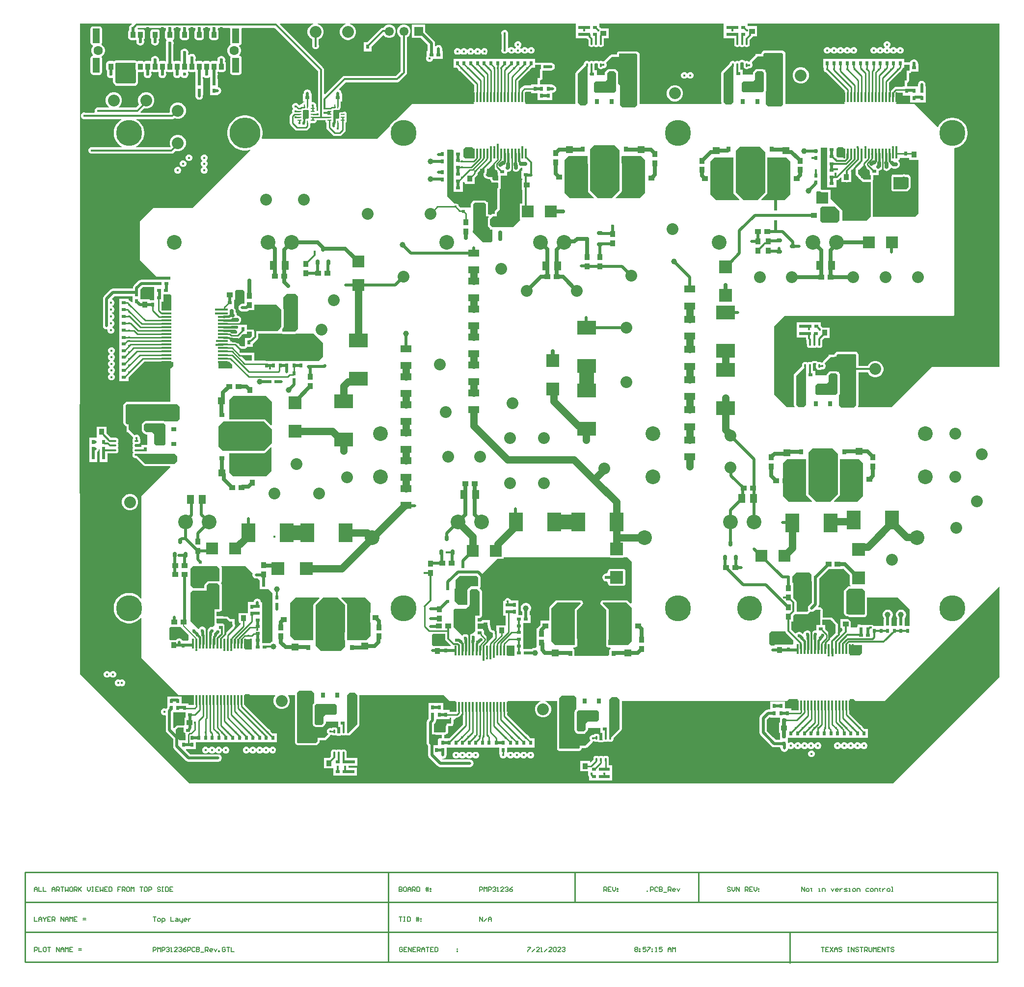
<source format=gtl>
G04*
G04 #@! TF.GenerationSoftware,Altium Limited,Altium Designer,23.6.0 (18)*
G04*
G04 Layer_Physical_Order=1*
G04 Layer_Color=255*
%FSAX44Y44*%
%MOMM*%
G71*
G04*
G04 #@! TF.SameCoordinates,B6B15AAD-09C2-4985-A1E0-6DBEE0027C76*
G04*
G04*
G04 #@! TF.FilePolarity,Positive*
G04*
G01*
G75*
%ADD15C,0.2032*%
%ADD16C,0.2540*%
G04:AMPARAMS|DCode=30|XSize=1.65mm|YSize=0.41mm|CornerRadius=0.0492mm|HoleSize=0mm|Usage=FLASHONLY|Rotation=270.000|XOffset=0mm|YOffset=0mm|HoleType=Round|Shape=RoundedRectangle|*
%AMROUNDEDRECTD30*
21,1,1.6500,0.3116,0,0,270.0*
21,1,1.5516,0.4100,0,0,270.0*
1,1,0.0984,-0.1558,-0.7758*
1,1,0.0984,-0.1558,0.7758*
1,1,0.0984,0.1558,0.7758*
1,1,0.0984,0.1558,-0.7758*
%
%ADD30ROUNDEDRECTD30*%
%ADD31R,0.6000X0.8000*%
%ADD32R,0.8000X0.6000*%
%ADD33R,0.9500X1.0000*%
%ADD34R,1.2700X1.6002*%
%ADD35R,1.0000X0.9500*%
%ADD36R,1.6000X1.1000*%
%ADD39R,2.7000X1.3000*%
%ADD40R,1.2200X0.9150*%
%ADD42R,1.1000X1.6000*%
%ADD43R,1.6002X1.2700*%
%ADD44R,2.0000X2.0000*%
G04:AMPARAMS|DCode=45|XSize=0.6mm|YSize=1mm|CornerRadius=0.15mm|HoleSize=0mm|Usage=FLASHONLY|Rotation=180.000|XOffset=0mm|YOffset=0mm|HoleType=Round|Shape=RoundedRectangle|*
%AMROUNDEDRECTD45*
21,1,0.6000,0.7000,0,0,180.0*
21,1,0.3000,1.0000,0,0,180.0*
1,1,0.3000,-0.1500,0.3500*
1,1,0.3000,0.1500,0.3500*
1,1,0.3000,0.1500,-0.3500*
1,1,0.3000,-0.1500,-0.3500*
%
%ADD45ROUNDEDRECTD45*%
%ADD47R,0.9150X1.2200*%
%ADD48R,1.3000X2.7000*%
G04:AMPARAMS|DCode=49|XSize=0.6mm|YSize=1mm|CornerRadius=0.15mm|HoleSize=0mm|Usage=FLASHONLY|Rotation=90.000|XOffset=0mm|YOffset=0mm|HoleType=Round|Shape=RoundedRectangle|*
%AMROUNDEDRECTD49*
21,1,0.6000,0.7000,0,0,90.0*
21,1,0.3000,1.0000,0,0,90.0*
1,1,0.3000,0.3500,0.1500*
1,1,0.3000,0.3500,-0.1500*
1,1,0.3000,-0.3500,-0.1500*
1,1,0.3000,-0.3500,0.1500*
%
%ADD49ROUNDEDRECTD49*%
G04:AMPARAMS|DCode=50|XSize=0.87mm|YSize=0.71mm|CornerRadius=0.0497mm|HoleSize=0mm|Usage=FLASHONLY|Rotation=90.000|XOffset=0mm|YOffset=0mm|HoleType=Round|Shape=RoundedRectangle|*
%AMROUNDEDRECTD50*
21,1,0.8700,0.6106,0,0,90.0*
21,1,0.7706,0.7100,0,0,90.0*
1,1,0.0994,0.3053,0.3853*
1,1,0.0994,0.3053,-0.3853*
1,1,0.0994,-0.3053,-0.3853*
1,1,0.0994,-0.3053,0.3853*
%
%ADD50ROUNDEDRECTD50*%
G04:AMPARAMS|DCode=51|XSize=2.4mm|YSize=3.3mm|CornerRadius=0.048mm|HoleSize=0mm|Usage=FLASHONLY|Rotation=90.000|XOffset=0mm|YOffset=0mm|HoleType=Round|Shape=RoundedRectangle|*
%AMROUNDEDRECTD51*
21,1,2.4000,3.2040,0,0,90.0*
21,1,2.3040,3.3000,0,0,90.0*
1,1,0.0960,1.6020,1.1520*
1,1,0.0960,1.6020,-1.1520*
1,1,0.0960,-1.6020,-1.1520*
1,1,0.0960,-1.6020,1.1520*
%
%ADD51ROUNDEDRECTD51*%
G04:AMPARAMS|DCode=52|XSize=2.16mm|YSize=2.26mm|CornerRadius=0.054mm|HoleSize=0mm|Usage=FLASHONLY|Rotation=90.000|XOffset=0mm|YOffset=0mm|HoleType=Round|Shape=RoundedRectangle|*
%AMROUNDEDRECTD52*
21,1,2.1600,2.1520,0,0,90.0*
21,1,2.0520,2.2600,0,0,90.0*
1,1,0.1080,1.0760,1.0260*
1,1,0.1080,1.0760,-1.0260*
1,1,0.1080,-1.0760,-1.0260*
1,1,0.1080,-1.0760,1.0260*
%
%ADD52ROUNDEDRECTD52*%
G04:AMPARAMS|DCode=53|XSize=2.4mm|YSize=3.3mm|CornerRadius=0.048mm|HoleSize=0mm|Usage=FLASHONLY|Rotation=180.000|XOffset=0mm|YOffset=0mm|HoleType=Round|Shape=RoundedRectangle|*
%AMROUNDEDRECTD53*
21,1,2.4000,3.2040,0,0,180.0*
21,1,2.3040,3.3000,0,0,180.0*
1,1,0.0960,-1.1520,1.6020*
1,1,0.0960,1.1520,1.6020*
1,1,0.0960,1.1520,-1.6020*
1,1,0.0960,-1.1520,-1.6020*
%
%ADD53ROUNDEDRECTD53*%
%ADD54R,1.8500X1.3000*%
%ADD55R,2.0000X2.0000*%
G04:AMPARAMS|DCode=56|XSize=0.3mm|YSize=0.6mm|CornerRadius=0.0495mm|HoleSize=0mm|Usage=FLASHONLY|Rotation=0.000|XOffset=0mm|YOffset=0mm|HoleType=Round|Shape=RoundedRectangle|*
%AMROUNDEDRECTD56*
21,1,0.3000,0.5010,0,0,0.0*
21,1,0.2010,0.6000,0,0,0.0*
1,1,0.0990,0.1005,-0.2505*
1,1,0.0990,-0.1005,-0.2505*
1,1,0.0990,-0.1005,0.2505*
1,1,0.0990,0.1005,0.2505*
%
%ADD56ROUNDEDRECTD56*%
G04:AMPARAMS|DCode=57|XSize=2.16mm|YSize=2.26mm|CornerRadius=0.054mm|HoleSize=0mm|Usage=FLASHONLY|Rotation=180.000|XOffset=0mm|YOffset=0mm|HoleType=Round|Shape=RoundedRectangle|*
%AMROUNDEDRECTD57*
21,1,2.1600,2.1520,0,0,180.0*
21,1,2.0520,2.2600,0,0,180.0*
1,1,0.1080,-1.0260,1.0760*
1,1,0.1080,1.0260,1.0760*
1,1,0.1080,1.0260,-1.0760*
1,1,0.1080,-1.0260,-1.0760*
%
%ADD57ROUNDEDRECTD57*%
G04:AMPARAMS|DCode=58|XSize=0.3mm|YSize=0.6mm|CornerRadius=0.0495mm|HoleSize=0mm|Usage=FLASHONLY|Rotation=90.000|XOffset=0mm|YOffset=0mm|HoleType=Round|Shape=RoundedRectangle|*
%AMROUNDEDRECTD58*
21,1,0.3000,0.5010,0,0,90.0*
21,1,0.2010,0.6000,0,0,90.0*
1,1,0.0990,0.2505,0.1005*
1,1,0.0990,0.2505,-0.1005*
1,1,0.0990,-0.2505,-0.1005*
1,1,0.0990,-0.2505,0.1005*
%
%ADD58ROUNDEDRECTD58*%
G04:AMPARAMS|DCode=59|XSize=1.65mm|YSize=0.41mm|CornerRadius=0.0492mm|HoleSize=0mm|Usage=FLASHONLY|Rotation=0.000|XOffset=0mm|YOffset=0mm|HoleType=Round|Shape=RoundedRectangle|*
%AMROUNDEDRECTD59*
21,1,1.6500,0.3116,0,0,0.0*
21,1,1.5516,0.4100,0,0,0.0*
1,1,0.0984,0.7758,-0.1558*
1,1,0.0984,-0.7758,-0.1558*
1,1,0.0984,-0.7758,0.1558*
1,1,0.0984,0.7758,0.1558*
%
%ADD59ROUNDEDRECTD59*%
G04:AMPARAMS|DCode=60|XSize=0.25mm|YSize=0.6mm|CornerRadius=0.05mm|HoleSize=0mm|Usage=FLASHONLY|Rotation=0.000|XOffset=0mm|YOffset=0mm|HoleType=Round|Shape=RoundedRectangle|*
%AMROUNDEDRECTD60*
21,1,0.2500,0.5000,0,0,0.0*
21,1,0.1500,0.6000,0,0,0.0*
1,1,0.1000,0.0750,-0.2500*
1,1,0.1000,-0.0750,-0.2500*
1,1,0.1000,-0.0750,0.2500*
1,1,0.1000,0.0750,0.2500*
%
%ADD60ROUNDEDRECTD60*%
G04:AMPARAMS|DCode=61|XSize=0.6mm|YSize=0.25mm|CornerRadius=0.05mm|HoleSize=0mm|Usage=FLASHONLY|Rotation=0.000|XOffset=0mm|YOffset=0mm|HoleType=Round|Shape=RoundedRectangle|*
%AMROUNDEDRECTD61*
21,1,0.6000,0.1500,0,0,0.0*
21,1,0.5000,0.2500,0,0,0.0*
1,1,0.1000,0.2500,-0.0750*
1,1,0.1000,-0.2500,-0.0750*
1,1,0.1000,-0.2500,0.0750*
1,1,0.1000,0.2500,0.0750*
%
%ADD61ROUNDEDRECTD61*%
G04:AMPARAMS|DCode=62|XSize=0.8mm|YSize=1.1mm|CornerRadius=0.052mm|HoleSize=0mm|Usage=FLASHONLY|Rotation=180.000|XOffset=0mm|YOffset=0mm|HoleType=Round|Shape=RoundedRectangle|*
%AMROUNDEDRECTD62*
21,1,0.8000,0.9960,0,0,180.0*
21,1,0.6960,1.1000,0,0,180.0*
1,1,0.1040,-0.3480,0.4980*
1,1,0.1040,0.3480,0.4980*
1,1,0.1040,0.3480,-0.4980*
1,1,0.1040,-0.3480,-0.4980*
%
%ADD62ROUNDEDRECTD62*%
G04:AMPARAMS|DCode=63|XSize=1.2mm|YSize=2.5mm|CornerRadius=0.048mm|HoleSize=0mm|Usage=FLASHONLY|Rotation=180.000|XOffset=0mm|YOffset=0mm|HoleType=Round|Shape=RoundedRectangle|*
%AMROUNDEDRECTD63*
21,1,1.2000,2.4040,0,0,180.0*
21,1,1.1040,2.5000,0,0,180.0*
1,1,0.0960,-0.5520,1.2020*
1,1,0.0960,0.5520,1.2020*
1,1,0.0960,0.5520,-1.2020*
1,1,0.0960,-0.5520,-1.2020*
%
%ADD63ROUNDEDRECTD63*%
G04:AMPARAMS|DCode=64|XSize=0.87mm|YSize=0.71mm|CornerRadius=0.0497mm|HoleSize=0mm|Usage=FLASHONLY|Rotation=0.000|XOffset=0mm|YOffset=0mm|HoleType=Round|Shape=RoundedRectangle|*
%AMROUNDEDRECTD64*
21,1,0.8700,0.6106,0,0,0.0*
21,1,0.7706,0.7100,0,0,0.0*
1,1,0.0994,0.3853,-0.3053*
1,1,0.0994,-0.3853,-0.3053*
1,1,0.0994,-0.3853,0.3053*
1,1,0.0994,0.3853,0.3053*
%
%ADD64ROUNDEDRECTD64*%
G04:AMPARAMS|DCode=92|XSize=1mm|YSize=1.5mm|CornerRadius=0.05mm|HoleSize=0mm|Usage=FLASHONLY|Rotation=0.000|XOffset=0mm|YOffset=0mm|HoleType=Round|Shape=RoundedRectangle|*
%AMROUNDEDRECTD92*
21,1,1.0000,1.4000,0,0,0.0*
21,1,0.9000,1.5000,0,0,0.0*
1,1,0.1000,0.4500,-0.7000*
1,1,0.1000,-0.4500,-0.7000*
1,1,0.1000,-0.4500,0.7000*
1,1,0.1000,0.4500,0.7000*
%
%ADD92ROUNDEDRECTD92*%
%ADD95C,2.5400*%
G04:AMPARAMS|DCode=96|XSize=1.66mm|YSize=1.66mm|CornerRadius=0.0498mm|HoleSize=0mm|Usage=FLASHONLY|Rotation=0.000|XOffset=0mm|YOffset=0mm|HoleType=Round|Shape=RoundedRectangle|*
%AMROUNDEDRECTD96*
21,1,1.6600,1.5604,0,0,0.0*
21,1,1.5604,1.6600,0,0,0.0*
1,1,0.0996,0.7802,-0.7802*
1,1,0.0996,-0.7802,-0.7802*
1,1,0.0996,-0.7802,0.7802*
1,1,0.0996,0.7802,0.7802*
%
%ADD96ROUNDEDRECTD96*%
%ADD97C,1.6600*%
%ADD98C,4.5000*%
%ADD99C,5.3000*%
%ADD100C,4.3000*%
%ADD101C,1.6000*%
%ADD104C,0.3048*%
%ADD105C,1.0000*%
%ADD106R,0.6000X0.6000*%
%ADD107R,1.2000X1.2000*%
%ADD108R,0.6000X0.6000*%
%ADD109R,1.2000X1.2000*%
G04:AMPARAMS|DCode=110|XSize=3mm|YSize=1.98mm|CornerRadius=0.0495mm|HoleSize=0mm|Usage=FLASHONLY|Rotation=0.000|XOffset=0mm|YOffset=0mm|HoleType=Round|Shape=RoundedRectangle|*
%AMROUNDEDRECTD110*
21,1,3.0000,1.8810,0,0,0.0*
21,1,2.9010,1.9800,0,0,0.0*
1,1,0.0990,1.4505,-0.9405*
1,1,0.0990,-1.4505,-0.9405*
1,1,0.0990,-1.4505,0.9405*
1,1,0.0990,1.4505,0.9405*
%
%ADD110ROUNDEDRECTD110*%
G04:AMPARAMS|DCode=111|XSize=3mm|YSize=1.98mm|CornerRadius=0.0495mm|HoleSize=0mm|Usage=FLASHONLY|Rotation=90.000|XOffset=0mm|YOffset=0mm|HoleType=Round|Shape=RoundedRectangle|*
%AMROUNDEDRECTD111*
21,1,3.0000,1.8810,0,0,90.0*
21,1,2.9010,1.9800,0,0,90.0*
1,1,0.0990,0.9405,1.4505*
1,1,0.0990,0.9405,-1.4505*
1,1,0.0990,-0.9405,-1.4505*
1,1,0.0990,-0.9405,1.4505*
%
%ADD111ROUNDEDRECTD111*%
%ADD112C,0.5080*%
%ADD113C,0.6350*%
%ADD114C,0.3810*%
%ADD115C,1.2700*%
%ADD116C,2.5400*%
%ADD117C,2.0320*%
%ADD118C,1.5500*%
%ADD119R,1.5500X1.5500*%
%ADD120C,0.4000*%
%ADD121C,0.6000*%
%ADD122C,0.5000*%
G36*
X01782207Y01128827D02*
X01666876Y01128827D01*
X01666876Y01128827D01*
X01666652Y01128816D01*
X01666213Y01128729D01*
X01665798Y01128557D01*
X01665426Y01128308D01*
X01665260Y01128157D01*
X01595840Y01058738D01*
X01538701D01*
X01538122Y01060008D01*
X01538668Y01060825D01*
X01538964Y01062311D01*
Y01119197D01*
X01554997D01*
X01556809Y01116058D01*
X01559410Y01113457D01*
X01562596Y01111618D01*
X01566149Y01110666D01*
X01569827D01*
X01573380Y01111618D01*
X01576566Y01113457D01*
X01579167Y01116058D01*
X01581006Y01119244D01*
X01581958Y01122797D01*
Y01126475D01*
X01581006Y01130028D01*
X01579167Y01133214D01*
X01576566Y01135815D01*
X01573380Y01137654D01*
X01569827Y01138606D01*
X01566149D01*
X01562839Y01137719D01*
X01562596Y01137654D01*
X01559410Y01135815D01*
X01559155Y01135560D01*
X01556809Y01133214D01*
X01554997Y01130074D01*
X01538964D01*
Y01135560D01*
Y01149504D01*
X01538668Y01150991D01*
X01537826Y01152251D01*
X01536584Y01153493D01*
X01535324Y01154335D01*
X01533837Y01154631D01*
X01502631D01*
X01501144Y01154335D01*
X01499884Y01153493D01*
X01498141Y01151750D01*
X01497299Y01150490D01*
X01497152Y01149752D01*
X01496570Y01149636D01*
X01487268D01*
Y01147325D01*
X01478250Y01138307D01*
X01477857Y01137719D01*
X01477449Y01137142D01*
X01477437Y01137090D01*
X01477408Y01137046D01*
X01477270Y01136353D01*
X01477157Y01135856D01*
X01475342D01*
X01475116Y01135762D01*
X01473853Y01136606D01*
X01472173Y01136940D01*
X01470163D01*
X01468519Y01136613D01*
X01468225Y01137026D01*
X01467988Y01137250D01*
X01467807Y01137521D01*
X01467442Y01137765D01*
X01467123Y01138066D01*
X01466818Y01138182D01*
X01466546Y01138363D01*
X01466116Y01138449D01*
X01465706Y01138605D01*
X01465380Y01138595D01*
X01465060Y01138659D01*
X01461147D01*
X01461037Y01138637D01*
X01460927Y01138653D01*
X01460298Y01138490D01*
X01459660Y01138363D01*
X01459568Y01138301D01*
X01459459Y01138273D01*
X01458940Y01137882D01*
X01458400Y01137521D01*
X01458338Y01137428D01*
X01458249Y01137361D01*
X01457617Y01136653D01*
X01456173Y01136940D01*
X01454163D01*
X01452483Y01136606D01*
X01451168Y01135727D01*
X01449853Y01136606D01*
X01448173Y01136940D01*
X01446163D01*
X01444483Y01136606D01*
X01443059Y01135655D01*
X01442108Y01134231D01*
X01441774Y01132551D01*
Y01129569D01*
X01428502Y01116297D01*
X01427660Y01115037D01*
X01427364Y01113550D01*
Y01076158D01*
Y01063552D01*
X01427660Y01062066D01*
X01428502Y01060805D01*
X01429396Y01059911D01*
X01428910Y01058738D01*
X01415238D01*
X01393333Y01080643D01*
Y01199015D01*
X01411044Y01216726D01*
X01702197D01*
X01702643Y01216770D01*
X01703467Y01217111D01*
X01704098Y01217742D01*
X01704439Y01218566D01*
X01704483Y01219012D01*
X01704483Y01506136D01*
X01706929Y01506524D01*
X01710867Y01507804D01*
X01714557Y01509684D01*
X01717908Y01512118D01*
X01720836Y01515046D01*
X01723270Y01518397D01*
X01725150Y01522086D01*
X01726430Y01526025D01*
X01727078Y01530115D01*
Y01534257D01*
X01726430Y01538347D01*
X01725150Y01542286D01*
X01723270Y01545975D01*
X01720836Y01549326D01*
X01717908Y01552254D01*
X01714557Y01554688D01*
X01710867Y01556568D01*
X01706929Y01557848D01*
X01702839Y01558496D01*
X01698697D01*
X01694607Y01557848D01*
X01690668Y01556568D01*
X01686978Y01554688D01*
X01683628Y01552254D01*
X01680700Y01549326D01*
X01678266Y01545975D01*
X01676529Y01542568D01*
X01675195Y01542107D01*
X01635460Y01581842D01*
X01635460Y01581841D01*
X01635294Y01581992D01*
X01634921Y01582242D01*
X01634507Y01582413D01*
X01634067Y01582500D01*
X01633843Y01582511D01*
X01604259D01*
X01603588Y01583781D01*
X01604168Y01584649D01*
X01604502Y01586328D01*
Y01594789D01*
X01604518Y01594866D01*
Y01600650D01*
X01605783Y01601915D01*
X01614978D01*
Y01596866D01*
X01628188D01*
Y01584866D01*
X01654820D01*
Y01596866D01*
Y01612486D01*
X01654485D01*
Y01615733D01*
X01653992Y01618211D01*
X01652588Y01620311D01*
X01650488Y01621715D01*
X01648010Y01622207D01*
X01645533Y01621715D01*
X01643432Y01620311D01*
X01642029Y01618211D01*
X01641536Y01615733D01*
Y01612486D01*
X01622593D01*
Y01619020D01*
X01623735Y01619247D01*
X01624995Y01620089D01*
X01625837Y01621349D01*
X01626133Y01622836D01*
Y01635532D01*
X01627616Y01635827D01*
X01628877Y01636669D01*
X01629585Y01637377D01*
X01629797Y01637694D01*
X01630040Y01638058D01*
D01*
X01630045Y01638066D01*
X01642458D01*
Y01651686D01*
X01641458D01*
Y01653262D01*
X01640994Y01654995D01*
X01640097Y01656547D01*
X01638829Y01657815D01*
X01637277Y01658712D01*
X01635544Y01659176D01*
X01633751D01*
X01632019Y01658712D01*
X01630466Y01657815D01*
X01629199Y01656547D01*
X01628302Y01654995D01*
X01628041Y01654021D01*
X01626838Y01654261D01*
X01618386D01*
X01617678Y01654842D01*
Y01660176D01*
X01606248D01*
Y01660176D01*
X01583388D01*
Y01660176D01*
X01569768D01*
Y01660176D01*
X01546908D01*
Y01660176D01*
X01526238D01*
Y01660176D01*
X01478328D01*
Y01644556D01*
X01478736D01*
X01479328Y01643671D01*
Y01641359D01*
X01480213Y01639224D01*
X01481847Y01637589D01*
X01483369Y01636959D01*
X01515379Y01604949D01*
Y01604167D01*
X01514948Y01603522D01*
X01514614Y01601844D01*
Y01586328D01*
X01514948Y01584649D01*
X01515528Y01583781D01*
X01514857Y01582511D01*
X01412883D01*
Y01668920D01*
X01412587Y01670406D01*
X01411745Y01671667D01*
X01409965Y01673447D01*
X01408705Y01674289D01*
X01407218Y01674585D01*
X01377088D01*
X01375601Y01674289D01*
X01374341Y01673447D01*
X01371981Y01671087D01*
X01371139Y01669826D01*
X01370893Y01668591D01*
X01364647D01*
X01363316Y01668326D01*
X01361108D01*
Y01666661D01*
X01352252Y01657805D01*
X01351839Y01657187D01*
X01351635Y01656887D01*
X01351420Y01656570D01*
X01351417Y01656556D01*
X01351410Y01656545D01*
X01351264Y01655814D01*
X01351166Y01655336D01*
X01349886D01*
X01348763Y01656086D01*
X01347083Y01656420D01*
X01345073D01*
X01343393Y01656086D01*
X01343367Y01656069D01*
X01343057Y01656491D01*
X01342838Y01656691D01*
X01342674Y01656937D01*
X01342284Y01657197D01*
X01341938Y01657513D01*
X01341660Y01657614D01*
X01341413Y01657779D01*
X01340954Y01657870D01*
X01340513Y01658030D01*
X01340217Y01658017D01*
X01339927Y01658074D01*
X01336239D01*
X01336205Y01658068D01*
X01336170Y01658074D01*
X01335887Y01658013D01*
X01335638Y01658024D01*
X01335219Y01657872D01*
X01334753Y01657779D01*
X01334723Y01657759D01*
X01334689Y01657752D01*
X01334674Y01657745D01*
X01334459Y01657596D01*
X01334214Y01657507D01*
X01333853Y01657178D01*
X01333492Y01656937D01*
X01333477Y01656915D01*
X01333429Y01656881D01*
D01*
X01333418Y01656864D01*
X01333415D01*
X01333103Y01656492D01*
X01333095Y01656485D01*
X01333080Y01656465D01*
X01332763Y01656086D01*
X01331083Y01656420D01*
X01329073D01*
X01327393Y01656086D01*
X01326078Y01655207D01*
X01324763Y01656086D01*
X01323083Y01656420D01*
X01321073D01*
X01319393Y01656086D01*
X01317969Y01655135D01*
X01317018Y01653711D01*
X01316686Y01652041D01*
X01303321Y01638677D01*
X01302479Y01637416D01*
X01302183Y01635930D01*
Y01598537D01*
Y01585932D01*
X01302479Y01584445D01*
X01302923Y01583781D01*
X01302244Y01582511D01*
X01161363D01*
Y01667352D01*
X01161067Y01668839D01*
X01160225Y01670099D01*
X01158445Y01671879D01*
X01157185Y01672721D01*
X01155698Y01673017D01*
X01126188D01*
X01124701Y01672721D01*
X01123441Y01671879D01*
X01122599Y01670619D01*
X01122303Y01669133D01*
Y01667711D01*
X01120262D01*
X01118969Y01667454D01*
X01113557D01*
X01113519Y01667446D01*
X01112568D01*
Y01667257D01*
X01112070Y01667158D01*
X01110810Y01666316D01*
X01100863Y01656368D01*
X01100862Y01656368D01*
X01100367Y01655626D01*
X01100344Y01655636D01*
X01098032D01*
X01097955Y01655604D01*
X01097233Y01656086D01*
X01095553Y01656420D01*
X01093543D01*
X01091863Y01656086D01*
X01091103Y01655578D01*
X01090941Y01655686D01*
X01090499Y01656048D01*
X01090315Y01656104D01*
X01090155Y01656211D01*
X01089595Y01656323D01*
X01089049Y01656488D01*
X01088857Y01656470D01*
X01088668Y01656507D01*
X01084428D01*
X01084239Y01656470D01*
X01084047Y01656488D01*
X01083501Y01656323D01*
X01082941Y01656211D01*
X01082781Y01656104D01*
X01082597Y01656048D01*
X01082155Y01655686D01*
X01081993Y01655578D01*
X01081233Y01656086D01*
X01079553Y01656420D01*
X01077543D01*
X01075863Y01656086D01*
X01074548Y01655207D01*
X01073233Y01656086D01*
X01071553Y01656420D01*
X01069543D01*
X01067863Y01656086D01*
X01066439Y01655135D01*
X01065488Y01653711D01*
X01065154Y01652031D01*
Y01650743D01*
X01051861Y01637451D01*
X01051019Y01636191D01*
X01050723Y01634704D01*
Y01597312D01*
Y01584706D01*
X01050907Y01583781D01*
X01050371Y01582823D01*
X01050081Y01582511D01*
X00964689D01*
X00964018Y01583781D01*
X00964598Y01584649D01*
X00964932Y01586328D01*
Y01601844D01*
X00964888Y01602068D01*
X00964988Y01602187D01*
Y01603306D01*
X00974138D01*
Y01600676D01*
X00985568D01*
Y01588676D01*
X01010618D01*
Y01602012D01*
X01011428D01*
X01013906Y01602504D01*
X01016006Y01603908D01*
X01017410Y01606008D01*
X01017902Y01608486D01*
X01017410Y01610964D01*
X01016006Y01613064D01*
X01013906Y01614468D01*
X01011428Y01614960D01*
X01010618D01*
Y01616296D01*
X00989441D01*
X00989373Y01616379D01*
Y01623191D01*
X00989958D01*
X00991445Y01623487D01*
X00992705Y01624329D01*
X00993547Y01625589D01*
X00993843Y01627076D01*
Y01639237D01*
X00994235Y01639499D01*
X00994451Y01639822D01*
X01007108D01*
Y01639822D01*
X01007254Y01639934D01*
X01007671Y01639822D01*
X01009464D01*
X01011197Y01640286D01*
X01012749Y01641183D01*
X01014017Y01642451D01*
X01014914Y01644003D01*
X01015378Y01645735D01*
Y01647529D01*
X01014914Y01649261D01*
X01014017Y01650813D01*
X01012749Y01652081D01*
X01011197Y01652978D01*
X01009464Y01653442D01*
X01007671D01*
X01007254Y01653330D01*
X01007108Y01653442D01*
Y01653442D01*
X00991863D01*
X00991488Y01653517D01*
X00981408D01*
Y01660176D01*
X00969978D01*
Y01660176D01*
X00910068D01*
Y01660176D01*
X00888698D01*
Y01660176D01*
X00840318D01*
Y01644556D01*
X00846613D01*
X00848138Y01643031D01*
Y01642940D01*
X00849023Y01640805D01*
X00850657Y01639171D01*
X00852179Y01638540D01*
X00875808Y01614910D01*
Y01604167D01*
X00875378Y01603522D01*
X00875044Y01601844D01*
Y01586328D01*
X00875378Y01584649D01*
X00875958Y01583781D01*
X00875287Y01582511D01*
X00770017D01*
X00770017Y01582511D01*
X00769793Y01582500D01*
X00769353Y01582413D01*
X00768939Y01582242D01*
X00768567Y01581992D01*
X00768401Y01581842D01*
X00742254Y01555695D01*
X00740278Y01554688D01*
X00736928Y01552254D01*
X00734000Y01549326D01*
X00731566Y01545975D01*
X00730559Y01544000D01*
X00712594Y01526035D01*
X00708734Y01522175D01*
X00511080Y01522175D01*
X00509965Y01522761D01*
X00509704Y01523156D01*
X00510332Y01525088D01*
X00511078Y01529801D01*
Y01534572D01*
X00510332Y01539284D01*
X00508857Y01543821D01*
X00506691Y01548072D01*
X00503887Y01551932D01*
X00500514Y01555305D01*
X00496654Y01558109D01*
X00492403Y01560275D01*
X00487866Y01561750D01*
X00483153Y01562496D01*
X00478383D01*
X00473670Y01561750D01*
X00469133Y01560275D01*
X00464882Y01558109D01*
X00461022Y01555305D01*
X00457649Y01551932D01*
X00454845Y01548072D01*
X00452679Y01543821D01*
X00451204Y01539284D01*
X00450458Y01534572D01*
Y01529801D01*
X00451204Y01525088D01*
X00452679Y01520551D01*
X00454845Y01516300D01*
X00457649Y01512440D01*
X00461022Y01509067D01*
X00464882Y01506263D01*
X00469133Y01504097D01*
X00473670Y01502622D01*
X00478383Y01501876D01*
X00483153D01*
X00487866Y01502622D01*
X00489300Y01503089D01*
X00489964Y01502006D01*
X00390304Y01402346D01*
X00322674D01*
X00299814Y01379486D01*
X00299322D01*
Y01312995D01*
X00328045Y01284273D01*
X00352350Y01284215D01*
Y01279366D01*
X00325788D01*
Y01279030D01*
X00301718D01*
X00299240Y01278538D01*
X00297140Y01277134D01*
X00289250Y01269244D01*
X00287846Y01267144D01*
X00287354Y01264666D01*
Y01263703D01*
X00253420D01*
X00250943Y01263210D01*
X00248842Y01261806D01*
X00237690Y01250654D01*
X00236286Y01248554D01*
X00235794Y01246076D01*
Y01199736D01*
X00236286Y01197258D01*
X00237690Y01195158D01*
X00239790Y01193754D01*
X00242268Y01193262D01*
X00242655Y01193339D01*
X00243674Y01192246D01*
Y01190420D01*
X00244559Y01188285D01*
X00246193Y01186650D01*
X00248328Y01185766D01*
X00250640D01*
X00252775Y01186650D01*
X00254410Y01188285D01*
X00255294Y01190420D01*
Y01192732D01*
X00254410Y01194867D01*
X00252775Y01196501D01*
X00251933Y01196850D01*
Y01198225D01*
X00252775Y01198574D01*
X00254410Y01200208D01*
X00255294Y01202344D01*
Y01204655D01*
X00254410Y01206790D01*
X00252775Y01208425D01*
X00251856Y01208805D01*
Y01210180D01*
X00252775Y01210560D01*
X00254410Y01212195D01*
X00255294Y01214330D01*
Y01216642D01*
X00254410Y01218777D01*
X00252775Y01220411D01*
X00251707Y01220854D01*
Y01222228D01*
X00252775Y01222671D01*
X00254410Y01224305D01*
X00255294Y01226440D01*
Y01228752D01*
X00254410Y01230887D01*
X00252775Y01232522D01*
X00252239Y01232744D01*
Y01234118D01*
X00252775Y01234341D01*
X00254410Y01235975D01*
X00255294Y01238110D01*
Y01240422D01*
X00254410Y01242557D01*
X00252775Y01244192D01*
X00251757Y01244613D01*
X00251459Y01246111D01*
X00256102Y01250754D01*
X00287018D01*
Y01240699D01*
X00285748Y01240173D01*
X00284649Y01241272D01*
X00283127Y01241902D01*
X00282101Y01242928D01*
X00280420Y01244051D01*
X00279748Y01244185D01*
Y01246076D01*
X00264128D01*
Y01234646D01*
X00264128D01*
Y01221026D01*
Y01208766D01*
Y01196766D01*
Y01184766D01*
Y01172766D01*
X00264128D01*
Y01161336D01*
Y01152096D01*
X00264128D01*
Y01138476D01*
Y01127046D01*
Y01115616D01*
Y01104186D01*
X00279748D01*
Y01110481D01*
X00283127Y01113860D01*
X00284649Y01114491D01*
X00286283Y01116125D01*
X00286914Y01117647D01*
X00307203Y01137936D01*
X00335377D01*
X00336021Y01137506D01*
X00337700Y01137172D01*
X00352350D01*
Y01137116D01*
X00357478D01*
Y01129919D01*
X00353394Y01125834D01*
X00352350D01*
Y01081569D01*
X00352350Y01067891D01*
X00276608D01*
X00275121Y01067595D01*
X00273861Y01066753D01*
X00272081Y01064973D01*
X00271239Y01063713D01*
X00271045Y01062736D01*
D01*
X00270943Y01062226D01*
D01*
Y01032096D01*
X00271239Y01030609D01*
X00272081Y01029349D01*
X00274531Y01026899D01*
X00275791Y01026057D01*
X00276513Y01025913D01*
Y01020079D01*
X00276778Y01018748D01*
Y01016026D01*
X00278957D01*
X00287504Y01007479D01*
X00288146Y01007050D01*
X00288018Y01006742D01*
Y01004533D01*
X00287268Y01003411D01*
X00286934Y01001731D01*
Y00999721D01*
X00287268Y00998041D01*
X00287917Y00997070D01*
X00287749Y00996818D01*
X00287554Y00995840D01*
X00287268Y00995411D01*
X00286934Y00993731D01*
Y00991721D01*
X00287268Y00990041D01*
X00287554Y00989612D01*
X00287749Y00988634D01*
X00287917Y00988382D01*
X00287268Y00987411D01*
X00286934Y00985731D01*
Y00983721D01*
X00287268Y00982041D01*
X00288147Y00980726D01*
X00287268Y00979411D01*
X00286934Y00977731D01*
Y00975721D01*
X00287268Y00974041D01*
X00288219Y00972617D01*
X00289643Y00971666D01*
X00291323Y00971332D01*
X00293183D01*
X00306386Y00958128D01*
X00307647Y00957286D01*
X00309133Y00956991D01*
X00351431D01*
X00351957Y00955721D01*
X00302263Y00906027D01*
Y00729417D01*
X00301055Y00729024D01*
X00300836Y00729326D01*
X00297908Y00732254D01*
X00294557Y00734688D01*
X00290868Y00736569D01*
X00286929Y00737848D01*
X00282839Y00738496D01*
X00278697D01*
X00274607Y00737848D01*
X00270668Y00736569D01*
X00266978Y00734688D01*
X00263628Y00732254D01*
X00260700Y00729326D01*
X00258266Y00725975D01*
X00256385Y00722286D01*
X00255106Y00718347D01*
X00254458Y00714257D01*
Y00710115D01*
X00255106Y00706025D01*
X00256385Y00702086D01*
X00258266Y00698397D01*
X00260700Y00695046D01*
X00263628Y00692118D01*
X00266978Y00689684D01*
X00270668Y00687804D01*
X00274607Y00686524D01*
X00278697Y00685876D01*
X00282839D01*
X00286929Y00686524D01*
X00290868Y00687804D01*
X00294557Y00689684D01*
X00297908Y00692118D01*
X00300836Y00695046D01*
X00301055Y00695348D01*
X00302263Y00694955D01*
Y00626061D01*
X00366060Y00562264D01*
X00390304D01*
X00391110Y00561282D01*
X00391039Y00560924D01*
Y00560924D01*
D01*
Y00545408D01*
D01*
X00390438Y00544675D01*
X00383238D01*
Y00547656D01*
X00371808D01*
Y00557643D01*
D01*
Y00559656D01*
X00346758D01*
Y00544036D01*
Y00541281D01*
X00346634Y00540656D01*
Y00540482D01*
X00346040Y00539888D01*
X00344896Y00538176D01*
X00342939Y00538987D01*
X00340628D01*
X00338492Y00538102D01*
X00336858Y00536468D01*
X00335974Y00534332D01*
Y00532021D01*
X00336858Y00529885D01*
X00338492Y00528251D01*
X00340628Y00527367D01*
X00342939D01*
X00343088Y00527428D01*
X00344144Y00526722D01*
Y00501806D01*
X00344636Y00499328D01*
X00346040Y00497228D01*
X00356856Y00486411D01*
Y00473692D01*
X00357349Y00471214D01*
X00358753Y00469114D01*
X00379119Y00448747D01*
X00381220Y00447343D01*
X00383698Y00446851D01*
X00434315D01*
X00436793Y00447343D01*
X00438893Y00448747D01*
X00440297Y00450847D01*
X00440790Y00453325D01*
X00440297Y00455802D01*
X00438893Y00457903D01*
X00436793Y00459306D01*
X00434315Y00459799D01*
X00386379D01*
X00378816Y00467363D01*
X00379302Y00468536D01*
X00381968D01*
Y00468536D01*
X00382318D01*
Y00468536D01*
X00395938D01*
Y00480536D01*
X00405816D01*
Y00480536D01*
X00466296D01*
Y00480536D01*
X00487593D01*
Y00480536D01*
X00535503D01*
Y00496156D01*
X00528558D01*
X00525186Y00499528D01*
X00524555Y00501050D01*
X00522921Y00502685D01*
X00521399Y00503315D01*
X00481248Y00543466D01*
X00481142Y00543572D01*
X00480658Y00544056D01*
X00480927Y00545408D01*
Y00560924D01*
X00480856Y00561282D01*
X00481142Y00561631D01*
Y00563916D01*
X00488340D01*
X00489992Y00562264D01*
X00532720D01*
X00533206Y00561090D01*
X00532889Y00560774D01*
X00531050Y00557588D01*
X00530098Y00554035D01*
Y00550357D01*
X00531050Y00546804D01*
X00532889Y00543618D01*
X00535490Y00541017D01*
X00538676Y00539178D01*
X00542229Y00538226D01*
X00545907D01*
X00549460Y00539178D01*
X00552646Y00541017D01*
X00555247Y00543618D01*
X00557086Y00546804D01*
X00558038Y00550357D01*
Y00554035D01*
X00557086Y00557588D01*
X00555247Y00560774D01*
X00554930Y00561090D01*
X00555416Y00562264D01*
X00566830D01*
Y00481019D01*
X00567126Y00479533D01*
X00567968Y00478273D01*
X00569748Y00476493D01*
X00571008Y00475650D01*
X00572495Y00475355D01*
X00602625D01*
X00604111Y00475650D01*
X00605372Y00476493D01*
X00608585Y00479706D01*
X00609427Y00480966D01*
X00609723Y00482453D01*
Y00484081D01*
X00617799D01*
X00619129Y00484346D01*
X00619458D01*
Y00484492D01*
X00620546Y00485219D01*
X00627355Y00492028D01*
X00628197Y00493288D01*
X00628236Y00493486D01*
X00629459D01*
X00630383Y00493869D01*
X00630504Y00493687D01*
X00631928Y00492736D01*
X00633608Y00492402D01*
X00635618D01*
X00637298Y00492736D01*
X00637943Y00493167D01*
X00637947Y00493163D01*
X00638054Y00493003D01*
X00638529Y00492686D01*
X00638970Y00492323D01*
X00639154Y00492267D01*
X00639314Y00492160D01*
X00639874Y00492049D01*
X00640420Y00491884D01*
X00640612Y00491902D01*
X00640801Y00491865D01*
X00644302D01*
X00644425Y00491889D01*
X00644548Y00491873D01*
X00645164Y00492036D01*
X00645788Y00492160D01*
X00645892Y00492230D01*
X00646013Y00492262D01*
X00646519Y00492649D01*
X00647049Y00493003D01*
X00647118Y00493107D01*
X00647217Y00493182D01*
D01*
X00647233Y00493200D01*
X00647928Y00492736D01*
X00649608Y00492402D01*
X00651618D01*
X00653298Y00492736D01*
X00654613Y00493615D01*
X00655928Y00492736D01*
X00657608Y00492402D01*
X00659618D01*
X00661298Y00492736D01*
X00662722Y00493687D01*
X00663673Y00495111D01*
X00663750Y00495499D01*
X00664256Y00496005D01*
D01*
X00677322Y00509070D01*
X00678164Y00510331D01*
X00678460Y00511817D01*
Y00549210D01*
Y00561815D01*
X00678828Y00562264D01*
X00823555D01*
X00833559Y00552260D01*
X00843889D01*
X00844488Y00551140D01*
X00844403Y00551012D01*
X00844069Y00549334D01*
Y00533818D01*
X00843939Y00533660D01*
Y00533596D01*
X00834088D01*
Y00536226D01*
X00822658D01*
Y00548226D01*
X00797608D01*
Y00532606D01*
Y00521072D01*
X00796030Y00519494D01*
X00794626Y00517393D01*
X00794134Y00514916D01*
Y00482246D01*
X00794183Y00481996D01*
Y00478564D01*
X00794479Y00477077D01*
X00795321Y00475817D01*
X00796674Y00474464D01*
Y00458506D01*
X00797166Y00456029D01*
X00798570Y00453928D01*
X00812830Y00439668D01*
X00814931Y00438264D01*
X00817408Y00437772D01*
X00868693D01*
X00871171Y00438264D01*
X00873271Y00439668D01*
X00874675Y00441768D01*
X00875168Y00444246D01*
X00874675Y00446724D01*
X00873271Y00448824D01*
X00871171Y00450228D01*
X00868693Y00450720D01*
X00820695D01*
X00820448Y00451085D01*
X00821206Y00452229D01*
X00822198Y00452032D01*
X00824676Y00452525D01*
X00826776Y00453928D01*
X00828180Y00456029D01*
X00828672Y00458506D01*
Y00459646D01*
X00829008D01*
Y00471646D01*
X00837753D01*
Y00471646D01*
X00897093D01*
Y00471646D01*
X00919528D01*
Y00459646D01*
X00920528D01*
Y00457410D01*
X00921413Y00455275D01*
X00923047Y00453641D01*
X00925182Y00452756D01*
X00927494D01*
X00929629Y00453641D01*
X00931264Y00455275D01*
X00931753Y00456457D01*
X00933128D01*
X00933618Y00455275D01*
X00935252Y00453641D01*
X00937388Y00452756D01*
X00939699D01*
X00941834Y00453641D01*
X00943469Y00455275D01*
X00943623Y00455648D01*
X00944893D01*
X00945048Y00455275D01*
X00946682Y00453641D01*
X00948818Y00452756D01*
X00951129D01*
X00953264Y00453641D01*
X00954899Y00455275D01*
X00955043Y00455624D01*
X00956313D01*
X00956458Y00455275D01*
X00958092Y00453641D01*
X00960228Y00452756D01*
X00962539D01*
X00964674Y00453641D01*
X00966309Y00455275D01*
X00966696Y00456210D01*
X00968071D01*
X00968458Y00455275D01*
X00970092Y00453641D01*
X00972228Y00452756D01*
X00974539D01*
X00976674Y00453641D01*
X00978309Y00455275D01*
X00979193Y00457410D01*
Y00459722D01*
X00978309Y00461857D01*
X00976674Y00463492D01*
X00974539Y00464376D01*
X00972228D01*
X00970092Y00463492D01*
X00968458Y00461857D01*
X00968071Y00460922D01*
X00966696D01*
X00966309Y00461857D01*
X00964674Y00463492D01*
X00962539Y00464376D01*
X00960228D01*
X00958092Y00463492D01*
X00956458Y00461857D01*
X00956313Y00461508D01*
X00955043D01*
X00954899Y00461857D01*
X00953264Y00463492D01*
X00951129Y00464376D01*
X00948818D01*
X00946682Y00463492D01*
X00945048Y00461857D01*
X00944893Y00461484D01*
X00943623D01*
X00943469Y00461857D01*
X00941834Y00463492D01*
X00939699Y00464376D01*
X00937388D01*
X00935252Y00463492D01*
X00934418Y00462657D01*
X00933148Y00463183D01*
Y00471646D01*
X00980193D01*
Y00487266D01*
X00973898D01*
X00970734Y00490430D01*
X00970104Y00491952D01*
X00968469Y00493587D01*
X00966947Y00494217D01*
X00933193Y00527971D01*
Y00531495D01*
X00933624Y00532139D01*
X00933958Y00533818D01*
Y00549334D01*
X00933624Y00551012D01*
X00933539Y00551140D01*
X00934137Y00552260D01*
X00990766D01*
X00990933Y00550990D01*
X00989526Y00550613D01*
X00986340Y00548774D01*
X00983739Y00546173D01*
X00981900Y00542987D01*
X00980948Y00539434D01*
Y00535756D01*
X00981900Y00532203D01*
X00983739Y00529017D01*
X00986340Y00526416D01*
X00989526Y00524577D01*
X00993079Y00523625D01*
X00996757D01*
X01000310Y00524577D01*
X01003496Y00526416D01*
X01006097Y00529017D01*
X01007936Y00532203D01*
X01008888Y00535756D01*
Y00539434D01*
X01007936Y00542987D01*
X01006097Y00546173D01*
X01003496Y00548774D01*
X01000310Y00550613D01*
X00998903Y00550990D01*
X00999070Y00552260D01*
X01018973D01*
Y00469646D01*
X01019269Y00468159D01*
X01020111Y00466899D01*
X01021371Y00466057D01*
X01022858Y00465761D01*
X01054635D01*
X01054768Y00465707D01*
X01056254Y00465411D01*
X01057741Y00465707D01*
X01059001Y00466549D01*
X01060705Y00468253D01*
X01061547Y00469513D01*
X01061795Y00470761D01*
X01068052D01*
X01069383Y00471026D01*
X01071578D01*
Y00472678D01*
X01079929Y00481029D01*
X01080635Y00482086D01*
X01082434D01*
X01083283Y00482438D01*
X01084213Y00481816D01*
X01085893Y00481482D01*
X01087903D01*
X01088472Y00481595D01*
D01*
X01089583Y00481816D01*
X01089861Y00482002D01*
X01089982Y00481855D01*
X01090131Y00481733D01*
X01090223Y00481595D01*
X01090238Y00481573D01*
X01090712Y00481256D01*
X01091153Y00480894D01*
X01091338Y00480838D01*
X01091498Y00480731D01*
X01092058Y00480619D01*
X01092604Y00480453D01*
X01092796Y00480472D01*
X01092985Y00480435D01*
X01096784D01*
X01096894Y00480457D01*
X01097005Y00480441D01*
X01097633Y00480604D01*
X01098270Y00480731D01*
X01098363Y00480793D01*
X01098472Y00480821D01*
X01098991Y00481212D01*
X01099530Y00481573D01*
X01099593Y00481666D01*
X01099682Y00481734D01*
X01099927Y00482007D01*
X01100213Y00481816D01*
X01101324Y00481595D01*
X01101893Y00481482D01*
X01103903D01*
X01104472Y00481595D01*
D01*
X01105583Y00481816D01*
X01106898Y00482695D01*
X01108213Y00481816D01*
X01109893Y00481482D01*
X01111903D01*
X01113583Y00481816D01*
X01115007Y00482767D01*
X01115958Y00484191D01*
X01116292Y00485871D01*
Y00487623D01*
X01129582Y00500912D01*
X01130424Y00502172D01*
X01130719Y00503659D01*
Y00541051D01*
Y00552260D01*
X01416011D01*
X01418617Y00554866D01*
X01433788D01*
Y00551942D01*
X01433844Y00551874D01*
Y00536358D01*
X01433788Y00536290D01*
Y00536142D01*
X01423368D01*
Y00538766D01*
X01411938D01*
Y00550766D01*
X01386888D01*
Y00537437D01*
X01383225D01*
X01380747Y00536944D01*
X01378647Y00535541D01*
X01370070Y00526964D01*
X01368666Y00524864D01*
X01368174Y00522386D01*
Y00497586D01*
X01368666Y00495108D01*
X01370070Y00493008D01*
X01389190Y00473888D01*
X01391290Y00472484D01*
X01393768Y00471992D01*
X01403778D01*
Y00470656D01*
X01404574D01*
Y00470597D01*
X01405066Y00468120D01*
X01406470Y00466019D01*
X01406716Y00465774D01*
X01408816Y00464370D01*
X01411294Y00463877D01*
X01413771Y00464370D01*
X01415872Y00465774D01*
X01417275Y00467874D01*
X01417616Y00469586D01*
X01418994Y00470004D01*
X01419197Y00469800D01*
X01421332Y00468916D01*
X01423644D01*
X01425779Y00469800D01*
X01427413Y00471435D01*
X01427726Y00472189D01*
X01429100D01*
X01429413Y00471435D01*
X01431047Y00469800D01*
X01433182Y00468916D01*
X01435494D01*
X01437629Y00469800D01*
X01439263Y00471435D01*
X01439418Y00471808D01*
X01440688D01*
X01440842Y00471435D01*
X01442477Y00469800D01*
X01444612Y00468916D01*
X01446924D01*
X01449059Y00469800D01*
X01450694Y00471435D01*
X01450848Y00471808D01*
X01452118D01*
X01452272Y00471435D01*
X01453907Y00469800D01*
X01456042Y00468916D01*
X01458354D01*
X01460489Y00469800D01*
X01462124Y00471435D01*
X01462401Y00472104D01*
X01463775D01*
X01464052Y00471435D01*
X01465687Y00469800D01*
X01467822Y00468916D01*
X01470134D01*
X01472269Y00469800D01*
X01473904Y00471435D01*
X01474788Y00473570D01*
Y00475882D01*
X01473904Y00478017D01*
X01472269Y00479651D01*
X01470134Y00480536D01*
X01467822D01*
X01465687Y00479651D01*
X01464052Y00478017D01*
X01463775Y00477348D01*
X01462401D01*
X01462124Y00478017D01*
X01460489Y00479651D01*
X01458354Y00480536D01*
X01456042D01*
X01453907Y00479651D01*
X01452272Y00478017D01*
X01452118Y00477644D01*
X01450848D01*
X01450694Y00478017D01*
X01449059Y00479651D01*
X01446924Y00480536D01*
X01444612D01*
X01442477Y00479651D01*
X01440842Y00478017D01*
X01440688Y00477644D01*
X01439418D01*
X01439263Y00478017D01*
X01437629Y00479651D01*
X01435494Y00480536D01*
X01433182D01*
X01431047Y00479651D01*
X01429413Y00478017D01*
X01429100Y00477263D01*
X01427726D01*
X01427413Y00478017D01*
X01425779Y00479651D01*
X01423644Y00480536D01*
X01421332D01*
X01419197Y00479651D01*
X01418668Y00479123D01*
X01417398Y00479649D01*
Y00488156D01*
X01486868D01*
Y00488156D01*
X01507538D01*
Y00488156D01*
X01555448D01*
Y00503776D01*
X01549153D01*
X01545954Y00506975D01*
X01545323Y00508497D01*
X01543689Y00510131D01*
X01542167Y00510762D01*
X01522968Y00529961D01*
Y00534035D01*
X01523398Y00534679D01*
X01523732Y00536358D01*
Y00551874D01*
X01523788Y00551942D01*
Y00554866D01*
X01530985D01*
X01533591Y00552260D01*
X01583896D01*
X01781034Y00749398D01*
X01782207Y00748912D01*
Y00593206D01*
X01598734Y00409733D01*
X00691165D01*
X00691068Y00409636D01*
X00540578D01*
X00540481Y00409733D01*
X00384752D01*
X00195865Y00598620D01*
Y00910383D01*
X00195768D01*
Y01064006D01*
X00195865D01*
Y01721368D01*
X00285515D01*
X00286255Y01720098D01*
X00285980Y01719611D01*
X00284899Y01719322D01*
X00283347Y01718425D01*
X00282079Y01717157D01*
X00281182Y01715605D01*
X00280718Y01713873D01*
Y01712079D01*
X00281054Y01710827D01*
Y01710123D01*
X00280926Y01710038D01*
X00279969Y01708605D01*
X00279633Y01706916D01*
Y01696956D01*
X00279969Y01695267D01*
X00280926Y01693834D01*
X00282358Y01692877D01*
X00284048Y01692541D01*
X00291008D01*
X00292484Y01692835D01*
X00293206Y01692511D01*
X00293685Y01692010D01*
X00293418Y01691013D01*
Y01689220D01*
X00293882Y01687487D01*
X00294779Y01685935D01*
X00296047Y01684667D01*
X00297599Y01683770D01*
X00299331Y01683306D01*
X00301124D01*
X00302857Y01683770D01*
X00304409Y01684667D01*
X00305677Y01685935D01*
X00306574Y01687487D01*
X00307038Y01689220D01*
Y01691013D01*
X00306702Y01692265D01*
Y01693749D01*
X00306830Y01693834D01*
X00307787Y01695267D01*
X00308123Y01696956D01*
Y01706916D01*
X00307787Y01708605D01*
X00306830Y01710038D01*
X00305397Y01710995D01*
X00303708Y01711331D01*
X00296748D01*
X00296450Y01711272D01*
X00295072Y01712265D01*
X00295008Y01712765D01*
X00296131Y01713887D01*
X00344207D01*
X00344218Y01713873D01*
Y01712079D01*
X00344554Y01710827D01*
Y01710123D01*
X00344426Y01710038D01*
X00343469Y01708605D01*
X00343133Y01706916D01*
Y01696956D01*
X00343469Y01695267D01*
X00344426Y01693834D01*
X00345285Y01693260D01*
X00345569Y01691807D01*
X00345535Y01691682D01*
X00344682Y01690205D01*
X00344218Y01688472D01*
Y01686680D01*
X00344554Y01685427D01*
Y01656700D01*
X00343284Y01656037D01*
X00341808Y01656331D01*
X00334848D01*
X00333372Y01656037D01*
X00333367Y01656038D01*
X00332704Y01656497D01*
X00332298Y01656947D01*
X00332438Y01657469D01*
Y01659263D01*
X00331974Y01660995D01*
X00331077Y01662547D01*
X00329809Y01663815D01*
X00328257Y01664712D01*
X00326525Y01665176D01*
X00324731D01*
X00322999Y01664712D01*
X00321447Y01663815D01*
X00320179Y01662547D01*
X00319282Y01660995D01*
X00318818Y01659263D01*
Y01657469D01*
X00318958Y01656947D01*
X00318552Y01656497D01*
X00317889Y01656038D01*
X00317884Y01656037D01*
X00316408Y01656331D01*
X00309448D01*
X00307759Y01655995D01*
X00306578Y01655206D01*
X00305397Y01655995D01*
X00303708Y01656331D01*
X00296748D01*
X00295058Y01655995D01*
X00294547Y01655653D01*
X00294343Y01655900D01*
X00294195Y01656023D01*
X00294088Y01656183D01*
X00293613Y01656500D01*
X00293172Y01656862D01*
X00292987Y01656918D01*
X00292827Y01657025D01*
X00292267Y01657136D01*
X00291721Y01657302D01*
X00291530Y01657283D01*
X00291341Y01657321D01*
X00258013D01*
X00257522Y01657223D01*
X00257022Y01657192D01*
X00256785Y01657076D01*
X00256526Y01657025D01*
X00256110Y01656747D01*
X00255660Y01656527D01*
X00255485Y01656329D01*
X00255266Y01656183D01*
X00254988Y01655766D01*
X00254970Y01655746D01*
X00254597Y01655995D01*
X00252908Y01656331D01*
X00245948D01*
X00244258Y01655995D01*
X00242826Y01655038D01*
X00241869Y01653605D01*
X00241533Y01651916D01*
Y01641956D01*
X00241869Y01640267D01*
X00242826Y01638834D01*
X00242954Y01638749D01*
Y01635835D01*
X00242618Y01634583D01*
Y01632789D01*
X00243082Y01631057D01*
X00243979Y01629505D01*
X00245247Y01628237D01*
X00246799Y01627340D01*
X00248531Y01626876D01*
X00250324D01*
X00251893Y01627296D01*
X00252846Y01626892D01*
X00253163Y01626709D01*
Y01620266D01*
X00253459Y01618779D01*
X00254301Y01617519D01*
X00257191Y01614629D01*
X00258451Y01613787D01*
X00259938Y01613491D01*
X00290068D01*
X00291555Y01613787D01*
X00292815Y01614629D01*
X00295355Y01617169D01*
X00296197Y01618429D01*
X00296493Y01619916D01*
Y01637332D01*
X00296748Y01637541D01*
X00303708D01*
X00305184Y01637835D01*
X00306454Y01637172D01*
Y01635835D01*
X00306118Y01634583D01*
Y01632789D01*
X00306582Y01631057D01*
X00307479Y01629505D01*
X00308747Y01628237D01*
X00310299Y01627340D01*
X00312031Y01626876D01*
X00313825D01*
X00315557Y01627340D01*
X00317109Y01628237D01*
X00318377Y01629505D01*
X00319274Y01631057D01*
X00319738Y01632789D01*
Y01634583D01*
X00319402Y01635835D01*
Y01637172D01*
X00320672Y01637835D01*
X00322148Y01637541D01*
X00329108D01*
X00330564Y01637831D01*
X00331834Y01637158D01*
Y01635910D01*
X00331478Y01634583D01*
Y01632789D01*
X00331942Y01631057D01*
X00332839Y01629505D01*
X00334106Y01628237D01*
X00335659Y01627340D01*
X00337392Y01626876D01*
X00339184D01*
X00340917Y01627340D01*
X00342469Y01628237D01*
X00343737Y01629505D01*
X00344634Y01631057D01*
X00345098Y01632789D01*
Y01634583D01*
X00344782Y01635760D01*
Y01637273D01*
X00346052Y01637839D01*
X00347548Y01637541D01*
X00354508D01*
X00356041Y01637846D01*
X00356540Y01637694D01*
X00357311Y01637282D01*
Y01635622D01*
X00357032Y01634583D01*
Y01632789D01*
X00357496Y01631057D01*
X00358393Y01629505D01*
X00359661Y01628237D01*
X00361214Y01627340D01*
X00362946Y01626876D01*
X00364739D01*
X00366471Y01627340D01*
X00368024Y01628237D01*
X00369292Y01629505D01*
X00369500Y01629866D01*
X00370770D01*
X00370979Y01629505D01*
X00372247Y01628237D01*
X00373799Y01627340D01*
X00375532Y01626876D01*
X00377324D01*
X00379057Y01627340D01*
X00380609Y01628237D01*
X00381877Y01629505D01*
X00382774Y01631057D01*
X00383238Y01632789D01*
Y01634583D01*
X00382774Y01636315D01*
X00382499Y01636792D01*
X00382965Y01638512D01*
X00382989Y01638525D01*
X00383959Y01637877D01*
X00385648Y01637541D01*
X00392608D01*
X00394064Y01637831D01*
X00395334Y01637158D01*
Y01635910D01*
X00394978Y01634583D01*
Y01632789D01*
X00395334Y01631462D01*
Y01625186D01*
X00394978D01*
Y01609566D01*
Y01597566D01*
X00395354D01*
Y01596136D01*
X00395846Y01593658D01*
X00397250Y01591558D01*
X00399350Y01590154D01*
X00401828Y01589662D01*
X00404306Y01590154D01*
X00406406Y01591558D01*
X00407810Y01593658D01*
X00408302Y01596136D01*
Y01597566D01*
X00408598D01*
Y01609566D01*
Y01625186D01*
X00408282D01*
Y01628505D01*
X00409552Y01629031D01*
X00410347Y01628237D01*
X00411899Y01627340D01*
X00413632Y01626876D01*
X00415424D01*
X00417157Y01627340D01*
X00418709Y01628237D01*
X00419484Y01629011D01*
X00420754Y01628485D01*
Y01625186D01*
X00420418D01*
Y01609566D01*
Y01597566D01*
X00434038D01*
Y01598643D01*
X00436056Y01599044D01*
X00438156Y01600448D01*
X00439560Y01602548D01*
X00440052Y01605026D01*
X00439560Y01607504D01*
X00438156Y01609604D01*
X00436056Y01611008D01*
X00434038Y01611409D01*
Y01625186D01*
X00433702D01*
Y01631537D01*
X00434038Y01632789D01*
Y01634583D01*
X00433702Y01635835D01*
Y01637172D01*
X00434972Y01637835D01*
X00436448Y01637541D01*
X00443408D01*
X00445098Y01637877D01*
X00446530Y01638834D01*
X00447487Y01640267D01*
X00447823Y01641956D01*
Y01651916D01*
X00447487Y01653605D01*
X00446530Y01655038D01*
X00446402Y01655123D01*
Y01656217D01*
X00446738Y01657469D01*
Y01659263D01*
X00446274Y01660995D01*
X00445377Y01662547D01*
X00444109Y01663815D01*
X00442557Y01664712D01*
X00440825Y01665176D01*
X00439031D01*
X00437299Y01664712D01*
X00435747Y01663815D01*
X00434479Y01662547D01*
X00433582Y01660995D01*
X00433118Y01659263D01*
Y01657469D01*
X00433258Y01656947D01*
X00432852Y01656497D01*
X00432189Y01656038D01*
X00432184Y01656037D01*
X00430708Y01656331D01*
X00423748D01*
X00422058Y01655995D01*
X00420878Y01655206D01*
X00419697Y01655995D01*
X00418008Y01656331D01*
X00411048D01*
X00409358Y01655995D01*
X00408178Y01655206D01*
X00406997Y01655995D01*
X00405308Y01656331D01*
X00398348D01*
X00396872Y01656037D01*
X00395602Y01656700D01*
Y01660027D01*
X00395938Y01661279D01*
Y01663073D01*
X00395474Y01664805D01*
X00394577Y01666357D01*
X00393309Y01667625D01*
X00391757Y01668522D01*
X00390024Y01668986D01*
X00388232D01*
X00386499Y01668522D01*
X00384947Y01667625D01*
X00384172Y01666851D01*
X00382902Y01667377D01*
Y01668917D01*
X00383238Y01670170D01*
Y01671962D01*
X00382774Y01673695D01*
X00381877Y01675247D01*
X00380609Y01676515D01*
X00379057Y01677412D01*
X00377324Y01677876D01*
X00375532D01*
X00373799Y01677412D01*
X00372247Y01676515D01*
X00370979Y01675247D01*
X00370082Y01673695D01*
X00369618Y01671962D01*
Y01670170D01*
X00369954Y01668917D01*
Y01656700D01*
X00368684Y01656037D01*
X00367208Y01656331D01*
X00360248D01*
X00358772Y01656037D01*
X00357502Y01656700D01*
Y01685427D01*
X00357838Y01686680D01*
Y01688472D01*
X00357374Y01690205D01*
X00356521Y01691682D01*
X00356487Y01691807D01*
X00356771Y01693260D01*
X00357630Y01693834D01*
X00358587Y01695267D01*
X00358923Y01696956D01*
Y01706916D01*
X00358587Y01708605D01*
X00357630Y01710038D01*
X00357502Y01710123D01*
Y01710827D01*
X00357838Y01712079D01*
Y01713873D01*
X00357850Y01713887D01*
X00369607D01*
X00369618Y01713873D01*
Y01712079D01*
X00369954Y01710827D01*
Y01710123D01*
X00369826Y01710038D01*
X00368869Y01708605D01*
X00368533Y01706916D01*
Y01696956D01*
X00368869Y01695267D01*
X00369826Y01693834D01*
X00371259Y01692877D01*
X00372948Y01692541D01*
X00379908D01*
X00381598Y01692877D01*
X00383030Y01693834D01*
X00383987Y01695267D01*
X00384323Y01696956D01*
Y01706916D01*
X00383987Y01708605D01*
X00383030Y01710038D01*
X00382902Y01710123D01*
Y01710827D01*
X00383238Y01712079D01*
Y01713873D01*
X00383250Y01713887D01*
X00394967D01*
X00394978Y01713873D01*
Y01712079D01*
X00395334Y01710752D01*
Y01710110D01*
X00395226Y01710038D01*
X00394269Y01708605D01*
X00393933Y01706916D01*
Y01696956D01*
X00394269Y01695267D01*
X00395226Y01693834D01*
X00396659Y01692877D01*
X00398348Y01692541D01*
X00405308D01*
X00406997Y01692877D01*
X00408430Y01693834D01*
X00409387Y01695267D01*
X00409723Y01696956D01*
Y01706916D01*
X00409387Y01708605D01*
X00408430Y01710038D01*
X00408282Y01710136D01*
Y01710902D01*
X00408598Y01712079D01*
Y01713873D01*
X00408610Y01713887D01*
X00420406D01*
X00420418Y01713873D01*
Y01712079D01*
X00420754Y01710827D01*
Y01710123D01*
X00420626Y01710038D01*
X00419669Y01708605D01*
X00419333Y01706916D01*
Y01696956D01*
X00419669Y01695267D01*
X00420626Y01693834D01*
X00422058Y01692877D01*
X00423748Y01692541D01*
X00430708D01*
X00432397Y01692877D01*
X00433830Y01693834D01*
X00434787Y01695267D01*
X00435123Y01696956D01*
Y01706916D01*
X00434787Y01708605D01*
X00433830Y01710038D01*
X00433702Y01710123D01*
Y01710827D01*
X00434038Y01712079D01*
Y01713873D01*
X00434049Y01713887D01*
X00454228D01*
X00455266Y01712617D01*
X00455134Y01711956D01*
Y01687916D01*
X00455467Y01686242D01*
X00455895Y01685602D01*
X00455606Y01684365D01*
X00454776Y01683886D01*
X00452578Y01681687D01*
X00451023Y01678994D01*
X00450218Y01675991D01*
Y01672881D01*
X00451023Y01669877D01*
X00452578Y01667184D01*
X00454776Y01664986D01*
X00455606Y01664507D01*
X00455895Y01663270D01*
X00455467Y01662630D01*
X00455134Y01660956D01*
Y01636916D01*
X00455467Y01635242D01*
X00456415Y01633823D01*
X00457834Y01632875D01*
X00459508Y01632542D01*
X00470548D01*
X00472222Y01632875D01*
X00473641Y01633823D01*
X00474589Y01635242D01*
X00474922Y01636916D01*
Y01660956D01*
X00474589Y01662630D01*
X00473641Y01664049D01*
X00472222Y01664997D01*
X00471275Y01665185D01*
X00470857Y01666563D01*
X00471478Y01667184D01*
X00473033Y01669877D01*
X00473838Y01672881D01*
Y01675991D01*
X00473033Y01678994D01*
X00471478Y01681687D01*
X00470857Y01682309D01*
X00471275Y01683687D01*
X00472222Y01683875D01*
X00473641Y01684823D01*
X00474589Y01686242D01*
X00474922Y01687916D01*
Y01711956D01*
X00474790Y01712617D01*
X00475828Y01713887D01*
X00531798D01*
X00606505Y01639180D01*
Y01570434D01*
X00605234Y01570234D01*
X00604114Y01571086D01*
X00603968Y01571818D01*
X00603922Y01571886D01*
X00603968Y01571954D01*
X00604302Y01573636D01*
Y01575136D01*
X00603968Y01576818D01*
X00603016Y01578242D01*
X00603218Y01578730D01*
Y01581042D01*
X00602333Y01583177D01*
X00600699Y01584812D01*
X00598564Y01585696D01*
X00596763D01*
X00596328Y01586786D01*
X00596328Y01586786D01*
X00596328D01*
X00596328Y01586786D01*
Y01600406D01*
X00594992D01*
Y01601216D01*
X00594500Y01603694D01*
X00593096Y01605794D01*
X00590996Y01607198D01*
X00588518Y01607690D01*
X00586040Y01607198D01*
X00583940Y01605794D01*
X00582536Y01603694D01*
X00582044Y01601216D01*
Y01600406D01*
X00580708D01*
Y01586786D01*
X00583228D01*
Y01585280D01*
X00582658D01*
X00580976Y01584946D01*
X00579551Y01583993D01*
X00578598Y01582568D01*
X00578452Y01581835D01*
X00578388D01*
X00576406Y01581441D01*
X00574725Y01580318D01*
X00574408Y01580001D01*
X00573400Y01581009D01*
X00573124Y01581677D01*
X00571489Y01583311D01*
X00569354Y01584196D01*
X00567042D01*
X00564907Y01583311D01*
X00563273Y01581677D01*
X00562388Y01579542D01*
Y01577230D01*
X00563273Y01575095D01*
X00564481Y01573886D01*
X00563273Y01572677D01*
X00562388Y01570542D01*
Y01568230D01*
X00562559Y01567818D01*
X00559357Y01564616D01*
X00558234Y01562936D01*
X00557840Y01560954D01*
Y01549244D01*
X00558234Y01547262D01*
X00559357Y01545582D01*
X00567076Y01537864D01*
X00567076Y01537863D01*
X00568756Y01536741D01*
X00570738Y01536346D01*
X00585868D01*
X00587850Y01536741D01*
X00589530Y01537863D01*
X00592071Y01540403D01*
X00593193Y01542084D01*
X00593587Y01544066D01*
Y01548503D01*
X00594569Y01549309D01*
X00594908Y01549242D01*
X00597231D01*
X00597408Y01549207D01*
X00597584Y01549242D01*
X00599908D01*
X00601590Y01549576D01*
X00603015Y01550529D01*
X00603968Y01551954D01*
X00604302Y01553636D01*
Y01554207D01*
X00610641D01*
X00611943Y01553947D01*
X00613245Y01554207D01*
X00619584D01*
Y01553636D01*
X00619918Y01551954D01*
X00620871Y01550529D01*
X00621298Y01550243D01*
Y01541696D01*
X00621693Y01539714D01*
X00622816Y01538033D01*
X00632326Y01528524D01*
X00634006Y01527401D01*
X00635988Y01527007D01*
X00643948D01*
X00645930Y01527401D01*
X00647610Y01528524D01*
X00653140Y01534053D01*
X00654263Y01535734D01*
X00654658Y01537716D01*
Y01550243D01*
X00655085Y01550529D01*
X00656038Y01551954D01*
X00656372Y01553636D01*
Y01555136D01*
X00656038Y01556818D01*
X00655992Y01556886D01*
X00656038Y01556954D01*
X00656372Y01558636D01*
Y01560136D01*
X00656038Y01561818D01*
X00655992Y01561886D01*
X00656038Y01561954D01*
X00656372Y01563636D01*
Y01565136D01*
X00656038Y01566818D01*
X00655085Y01568243D01*
X00653660Y01569196D01*
X00651978Y01569530D01*
X00646978D01*
X00645296Y01569196D01*
X00643871Y01568243D01*
X00642918Y01566818D01*
X00642584Y01565136D01*
Y01563636D01*
X00642918Y01561954D01*
X00642964Y01561886D01*
X00642918Y01561818D01*
X00642584Y01560136D01*
Y01558636D01*
X00642652Y01558292D01*
X00641572Y01557212D01*
X00641228Y01557280D01*
X00639728D01*
X00638046Y01556946D01*
X00636621Y01555993D01*
X00635668Y01554568D01*
X00635334Y01552886D01*
Y01550562D01*
X00635299Y01550386D01*
Y01542934D01*
X00635024Y01542271D01*
X00633526Y01541973D01*
X00631657Y01543841D01*
Y01550243D01*
X00632085Y01550529D01*
X00633038Y01551954D01*
X00633372Y01553636D01*
Y01555136D01*
X00633038Y01556818D01*
X00632992Y01556886D01*
X00633038Y01556954D01*
X00633372Y01558636D01*
Y01560136D01*
X00633038Y01561818D01*
X00632992Y01561886D01*
X00633038Y01561954D01*
X00633372Y01563636D01*
Y01565136D01*
X00633038Y01566818D01*
X00632992Y01566886D01*
X00633038Y01566954D01*
X00633372Y01568636D01*
Y01570136D01*
X00633301Y01570495D01*
X00634107Y01571476D01*
X00635458D01*
X00635534Y01571492D01*
X00636228D01*
X00637910Y01571826D01*
X00637978Y01571872D01*
X00638046Y01571826D01*
X00639728Y01571492D01*
X00641228D01*
X00642910Y01571826D01*
X00644335Y01572779D01*
X00645288Y01574204D01*
X00645622Y01575886D01*
Y01578210D01*
X00645658Y01578386D01*
Y01586786D01*
X00648748D01*
Y01600406D01*
X00647412D01*
Y01601216D01*
X00646920Y01603694D01*
X00645516Y01605794D01*
X00643590Y01607081D01*
X00643133Y01608420D01*
X00654621Y01619908D01*
X00743458D01*
X00745539Y01620322D01*
X00747304Y01621500D01*
X00758734Y01632930D01*
X00759912Y01634695D01*
X00760327Y01636776D01*
Y01697688D01*
X00761986Y01698646D01*
X00764138Y01700798D01*
X00765660Y01703434D01*
X00766448Y01706374D01*
Y01709418D01*
X00765660Y01712358D01*
X00764138Y01714994D01*
X00761986Y01717146D01*
X00759350Y01718668D01*
X00756410Y01719456D01*
X00753366D01*
X00750426Y01718668D01*
X00747790Y01717146D01*
X00745638Y01714994D01*
X00744116Y01712358D01*
X00743328Y01709418D01*
Y01706374D01*
X00744116Y01703434D01*
X00745638Y01700798D01*
X00747790Y01698646D01*
X00749449Y01697688D01*
Y01639029D01*
X00741205Y01630784D01*
X00652368D01*
X00650287Y01630370D01*
X00648522Y01629192D01*
X00618555Y01599224D01*
X00617382Y01599710D01*
Y01641433D01*
X00616968Y01643515D01*
X00615789Y01645279D01*
X00540873Y01720195D01*
X00541359Y01721368D01*
X00598624D01*
X00598791Y01720098D01*
X00597096Y01719644D01*
X00593910Y01717805D01*
X00591309Y01715204D01*
X00589470Y01712018D01*
X00588518Y01708465D01*
Y01704787D01*
X00589470Y01701234D01*
X00591309Y01698048D01*
X00593910Y01695447D01*
X00597049Y01693635D01*
Y01684605D01*
X00596678Y01683708D01*
Y01681396D01*
X00597562Y01679261D01*
X00599197Y01677626D01*
X00601332Y01676742D01*
X00603644D01*
X00605779Y01677626D01*
X00607413Y01679261D01*
X00608298Y01681396D01*
Y01683708D01*
X00607926Y01684605D01*
Y01693635D01*
X00611066Y01695447D01*
X00613667Y01698048D01*
X00615506Y01701234D01*
X00616458Y01704787D01*
Y01708465D01*
X00615506Y01712018D01*
X00613667Y01715204D01*
X00611066Y01717805D01*
X00607880Y01719644D01*
X00606185Y01720098D01*
X00606352Y01721368D01*
X00654504D01*
X00654671Y01720098D01*
X00652976Y01719644D01*
X00649790Y01717805D01*
X00647189Y01715204D01*
X00645350Y01712018D01*
X00644398Y01708465D01*
Y01704787D01*
X00645350Y01701234D01*
X00647189Y01698048D01*
X00649790Y01695447D01*
X00652976Y01693608D01*
X00656529Y01692656D01*
X00660207D01*
X00663760Y01693608D01*
X00666946Y01695447D01*
X00669547Y01698048D01*
X00671386Y01701234D01*
X00672338Y01704787D01*
Y01708465D01*
X00671386Y01712018D01*
X00669547Y01715204D01*
X00666946Y01717805D01*
X00663760Y01719644D01*
X00662065Y01720098D01*
X00662232Y01721368D01*
X01050387D01*
X01051528Y01721056D01*
X01051528Y01720098D01*
Y01707436D01*
Y01696006D01*
X01070357D01*
X01071178Y01694776D01*
X01073110Y01692845D01*
Y01687526D01*
X01073154Y01687304D01*
Y01685021D01*
X01073488Y01683341D01*
X01074439Y01681917D01*
X01075863Y01680966D01*
X01077543Y01680632D01*
X01079553D01*
X01081233Y01680966D01*
X01082548Y01681845D01*
X01083863Y01680966D01*
X01085543Y01680632D01*
X01087553D01*
X01089233Y01680966D01*
X01090548Y01681845D01*
X01091863Y01680966D01*
X01093543Y01680632D01*
X01095553D01*
X01097233Y01680966D01*
X01098657Y01681917D01*
X01099608Y01683341D01*
X01099942Y01685021D01*
Y01687304D01*
X01099986Y01687526D01*
Y01695526D01*
X01107998D01*
Y01712646D01*
X01095412D01*
X01093779Y01714279D01*
X01092801Y01714684D01*
X01092358Y01715127D01*
X01092358Y01721056D01*
X01093499Y01721368D01*
X01305452D01*
X01306593Y01721056D01*
X01306593Y01720098D01*
Y01707436D01*
Y01696006D01*
X01324639D01*
Y01687526D01*
X01324684Y01687304D01*
Y01685021D01*
X01325018Y01683341D01*
X01325969Y01681917D01*
X01327393Y01680966D01*
X01329073Y01680632D01*
X01331083D01*
X01332763Y01680966D01*
X01334078Y01681845D01*
X01335393Y01680966D01*
X01337073Y01680632D01*
X01339083D01*
X01340763Y01680966D01*
X01342078Y01681845D01*
X01343393Y01680966D01*
X01345073Y01680632D01*
X01347083D01*
X01348763Y01680966D01*
X01350187Y01681917D01*
X01351138Y01683341D01*
X01351472Y01685021D01*
Y01687304D01*
X01351517Y01687526D01*
Y01692845D01*
X01355588Y01696916D01*
X01356767Y01698681D01*
X01356897Y01699336D01*
X01364028D01*
Y01716456D01*
X01347888D01*
X01347888Y01721056D01*
X01349029Y01721368D01*
X01782207D01*
Y01128827D01*
D02*
G37*
G36*
X01408998Y01668920D02*
Y01581727D01*
X01404986Y01577715D01*
X01383238D01*
X01379248Y01581705D01*
Y01603046D01*
X01379464Y01603369D01*
X01379760Y01604856D01*
Y01636075D01*
X01379464Y01637561D01*
X01378622Y01638822D01*
X01377998Y01639446D01*
Y01641526D01*
X01375918D01*
X01375902Y01641542D01*
X01374642Y01642384D01*
X01373156Y01642679D01*
X01364185D01*
X01362698Y01642384D01*
X01361438Y01641542D01*
X01361422Y01641526D01*
X01360378D01*
Y01640482D01*
X01357874Y01637977D01*
X01357032Y01636717D01*
X01356736Y01635231D01*
Y01633446D01*
X01339063D01*
Y01641895D01*
X01335421D01*
Y01646765D01*
X01335472Y01647021D01*
Y01650489D01*
X01335493Y01650590D01*
X01335472Y01650691D01*
Y01652031D01*
X01335296Y01652920D01*
X01336225Y01654184D01*
X01336239Y01654190D01*
X01339927D01*
X01340860Y01652920D01*
X01340684Y01652031D01*
Y01647021D01*
X01341018Y01645341D01*
X01341969Y01643917D01*
X01343393Y01642966D01*
X01345073Y01642632D01*
X01347083D01*
X01348763Y01642966D01*
X01349886Y01643716D01*
X01351674D01*
X01353809Y01644601D01*
X01355444Y01646235D01*
X01356328Y01648370D01*
Y01650682D01*
X01355444Y01652817D01*
X01354986Y01653274D01*
X01354999Y01655058D01*
X01364647Y01664706D01*
X01374728D01*
Y01668340D01*
X01377088Y01670700D01*
X01407218D01*
X01408998Y01668920D01*
D02*
G37*
G36*
X01157478Y01667352D02*
Y01580159D01*
X01153466Y01576147D01*
X01131718D01*
X01127728Y01580137D01*
Y01614693D01*
X01124480Y01617940D01*
Y01635930D01*
X01124184Y01637416D01*
X01123342Y01638677D01*
X01120622Y01641397D01*
X01119362Y01642239D01*
X01117876Y01642534D01*
X01108905D01*
X01107418Y01642239D01*
X01106158Y01641397D01*
X01102594Y01637832D01*
X01101752Y01636572D01*
X01101456Y01635085D01*
Y01631878D01*
X01087468D01*
Y01641046D01*
X01083962D01*
Y01649406D01*
X01083987Y01649526D01*
X01083942Y01649748D01*
Y01652031D01*
X01084428Y01652623D01*
X01088668D01*
X01089154Y01652031D01*
Y01647021D01*
X01089488Y01645341D01*
X01090439Y01643917D01*
X01091863Y01642966D01*
X01093543Y01642632D01*
X01095553D01*
X01097233Y01642966D01*
X01098657Y01643917D01*
X01098723Y01644016D01*
X01100344D01*
X01102479Y01644901D01*
X01104113Y01646535D01*
X01104998Y01648670D01*
Y01650982D01*
X01104113Y01653117D01*
X01103609Y01653621D01*
X01113557Y01663569D01*
X01120005D01*
X01120262Y01663826D01*
X01126188D01*
Y01669133D01*
X01155698D01*
X01157478Y01667352D01*
D02*
G37*
G36*
X00292383Y01652166D02*
X00292333Y01651916D01*
Y01641956D01*
X00292608Y01640574D01*
Y01619916D01*
X00290068Y01617376D01*
X00259938D01*
X00257048Y01620266D01*
Y01633686D01*
X00257198Y01633836D01*
Y01641328D01*
X00257323Y01641956D01*
Y01651916D01*
X00257273Y01652166D01*
X00258013Y01653436D01*
X00291341D01*
X00292383Y01652166D01*
D02*
G37*
G36*
X00991488Y01642246D02*
X00989958D01*
Y01627076D01*
X00985488D01*
Y01616379D01*
X00985405Y01616296D01*
X00974138D01*
Y01614693D01*
X00962970D01*
X00961725Y01613448D01*
X00960836Y01613271D01*
X00959156Y01612148D01*
X00955201Y01608193D01*
X00954078Y01606513D01*
X00954022Y01606235D01*
X00953438Y01605877D01*
X00952168Y01606589D01*
Y01621458D01*
X00969358Y01638648D01*
X00970619Y01639171D01*
X00972253Y01640805D01*
X00972776Y01642066D01*
X00975266Y01644556D01*
X00981408D01*
Y01649632D01*
X00991488D01*
Y01642246D01*
D02*
G37*
G36*
X01626838Y01640124D02*
X01626130Y01639416D01*
X01622248D01*
Y01622836D01*
X01618708D01*
Y01612486D01*
X01614978D01*
Y01612274D01*
X01603638D01*
X01601656Y01611880D01*
X01599975Y01610757D01*
X01599975Y01610757D01*
X01595676Y01606458D01*
X01595284Y01605871D01*
X01593898Y01604946D01*
X01593853Y01604877D01*
X01592227Y01604730D01*
X01591738Y01605228D01*
Y01619149D01*
X01608939Y01636350D01*
X01610461Y01636981D01*
X01612095Y01638615D01*
X01612726Y01640137D01*
X01614530Y01641942D01*
X01615653Y01643622D01*
X01615839Y01644556D01*
X01617678D01*
Y01649668D01*
X01618386Y01650376D01*
X01626838D01*
Y01640124D01*
D02*
G37*
G36*
X01375876Y01636075D02*
Y01604856D01*
X01373156Y01602136D01*
X01340181D01*
X01337641Y01604676D01*
X01337647Y01604682D01*
Y01618268D01*
X01340565Y01621186D01*
X01357186D01*
X01360636Y01624636D01*
X01360621Y01624651D01*
Y01635231D01*
X01364185Y01638795D01*
X01373156D01*
X01375876Y01636075D01*
D02*
G37*
G36*
X01120595Y01635930D02*
Y01604711D01*
X01117876Y01601991D01*
X01084901D01*
X01082361Y01604531D01*
X01082367Y01604537D01*
Y01618122D01*
X01085286Y01621041D01*
X01101906D01*
X01105356Y01624491D01*
X01105340Y01624506D01*
Y01635085D01*
X01108905Y01638650D01*
X01117876D01*
X01120595Y01635930D01*
D02*
G37*
G36*
X01320560Y01650329D02*
X01323499D01*
Y01641895D01*
X01323443D01*
Y01628275D01*
X01323499D01*
Y01588070D01*
Y01585483D01*
X01319278Y01581262D01*
X01310738D01*
X01306068Y01585932D01*
Y01598537D01*
Y01635930D01*
X01320513Y01650375D01*
X01320560Y01650329D01*
D02*
G37*
G36*
X01069100Y01649103D02*
X01072039D01*
Y01641046D01*
X01071848D01*
Y01635083D01*
X01071680Y01634236D01*
X01071848Y01633389D01*
Y01627426D01*
X01072039D01*
Y01586844D01*
Y01584258D01*
X01067818Y01580036D01*
X01059278D01*
X01054608Y01584706D01*
Y01597312D01*
Y01634704D01*
X01069053Y01649149D01*
X01069100Y01649103D01*
D02*
G37*
G36*
X00585976Y01571826D02*
X00587658Y01571492D01*
X00589158D01*
X00589502Y01571560D01*
X00590582Y01570480D01*
X00590514Y01570136D01*
Y01568636D01*
X00590848Y01566954D01*
X00590894Y01566886D01*
X00590848Y01566818D01*
X00590514Y01565136D01*
Y01563636D01*
X00590848Y01561954D01*
X00590894Y01561886D01*
X00590848Y01561818D01*
X00590514Y01560136D01*
Y01558636D01*
X00590582Y01558292D01*
X00589502Y01557212D01*
X00589158Y01557280D01*
X00587658D01*
X00585976Y01556946D01*
X00584551Y01555993D01*
X00583598Y01554568D01*
X00583264Y01552886D01*
Y01550562D01*
X00583228Y01550386D01*
Y01546705D01*
X00580903D01*
X00580218Y01547730D01*
Y01550042D01*
X00580016Y01550529D01*
X00580968Y01551954D01*
X00581302Y01553636D01*
Y01555136D01*
X00580968Y01556818D01*
X00580922Y01556886D01*
X00580968Y01556954D01*
X00581302Y01558636D01*
Y01560136D01*
X00580968Y01561818D01*
X00580922Y01561886D01*
X00580968Y01561954D01*
X00581302Y01563636D01*
Y01565136D01*
X00580968Y01566818D01*
X00580922Y01566886D01*
X00580968Y01566954D01*
X00581302Y01568636D01*
Y01570136D01*
X00581231Y01570495D01*
X00582037Y01571476D01*
X00583388D01*
X00583464Y01571492D01*
X00584158D01*
X00585840Y01571826D01*
X00585908Y01571872D01*
X00585976Y01571826D01*
D02*
G37*
G36*
X01514558Y01504960D02*
Y01489989D01*
X01514129Y01489560D01*
X01503896D01*
X01502271Y01491185D01*
X01501084Y01491677D01*
X01500598Y01492162D01*
Y01496376D01*
X01500598D01*
Y01504666D01*
X01503268Y01507336D01*
X01512182D01*
X01514558Y01504960D01*
D02*
G37*
G36*
X00875201Y01505133D02*
X00875044Y01504344D01*
Y01495883D01*
X00875029Y01495806D01*
Y01490022D01*
X00873146Y01488140D01*
X00860562D01*
X00857188Y01491513D01*
Y01503549D01*
X00860975Y01507336D01*
X00872998D01*
X00875201Y01505133D01*
D02*
G37*
G36*
X01613708Y01488916D02*
X01626438D01*
Y01486106D01*
X01642764D01*
Y01393082D01*
X01637538Y01387856D01*
X01563992D01*
Y01450956D01*
X01564107Y01451531D01*
Y01459786D01*
X01573828D01*
Y01467181D01*
X01574639Y01467288D01*
X01576338Y01467992D01*
X01577797Y01469111D01*
X01579516Y01470830D01*
X01579637Y01470988D01*
X01581091Y01470797D01*
X01581377Y01470106D01*
X01582497Y01468647D01*
X01583956Y01467528D01*
X01585655Y01466824D01*
X01587478Y01466584D01*
X01589302Y01466824D01*
X01591001Y01467528D01*
X01592460Y01468647D01*
X01593580Y01470106D01*
X01594090Y01471337D01*
X01595457Y01471889D01*
X01595573Y01471800D01*
X01597272Y01471096D01*
X01599095Y01470856D01*
X01603223D01*
X01605046Y01471096D01*
X01606745Y01471800D01*
X01608204Y01472920D01*
X01609324Y01474379D01*
X01610028Y01476078D01*
X01610268Y01477901D01*
X01610028Y01479725D01*
X01609324Y01481424D01*
X01608204Y01482883D01*
X01607502Y01483423D01*
X01607795Y01484776D01*
X01609218Y01485726D01*
X01610168Y01487150D01*
X01610502Y01488828D01*
Y01489456D01*
X01613708D01*
Y01488916D01*
D02*
G37*
G36*
X00957324Y01471791D02*
X00958988D01*
Y01467056D01*
X00957178D01*
Y01453436D01*
X00958988D01*
Y01451376D01*
X00958178D01*
Y01434256D01*
X00958988D01*
Y01410556D01*
X00954758D01*
Y01382936D01*
X00955195D01*
X00955681Y01381763D01*
X00943337Y01369419D01*
X00907125D01*
X00903558Y01372986D01*
Y01383626D01*
X00908678Y01388746D01*
X00915408D01*
Y01395476D01*
X00919988Y01400056D01*
Y01435656D01*
X00921798D01*
Y01447086D01*
Y01458516D01*
X00932528D01*
Y01464628D01*
X00933483Y01465466D01*
X00934068Y01465389D01*
X00935891Y01465629D01*
X00937590Y01466333D01*
X00939049Y01467452D01*
X00939946Y01468349D01*
X00940611Y01469216D01*
X00942065Y01469025D01*
X00942252Y01468573D01*
X00943372Y01467114D01*
X00944831Y01465995D01*
X00946530Y01465291D01*
X00948354Y01465051D01*
X00950177Y01465291D01*
X00951876Y01465995D01*
X00953335Y01467114D01*
X00954455Y01468573D01*
X00955159Y01470273D01*
X00955232Y01470831D01*
X00956617Y01471884D01*
X00957324Y01471791D01*
D02*
G37*
G36*
X01549231Y01475903D02*
X01549302Y01475544D01*
X01550425Y01473864D01*
X01558208Y01466081D01*
Y01459786D01*
X01560222D01*
Y01451531D01*
X01548035D01*
X01538159Y01461407D01*
Y01466412D01*
X01547889Y01476142D01*
X01549231Y01475903D01*
D02*
G37*
G36*
X00910207Y01477629D02*
Y01473657D01*
X00910601Y01471675D01*
X00911724Y01469995D01*
X00916908Y01464811D01*
Y01458516D01*
X00917913D01*
Y01451361D01*
X00917058Y01450506D01*
X00909541D01*
X00907488Y01452559D01*
Y01456436D01*
X00901102D01*
X00899554Y01457077D01*
X00898697D01*
X00895988Y01459786D01*
X00896172Y01461056D01*
X00897668D01*
Y01464865D01*
X00897773Y01465390D01*
Y01466390D01*
X00897696Y01466777D01*
X00909034Y01478115D01*
X00910207Y01477629D01*
D02*
G37*
G36*
X01072008Y01492456D02*
Y01478836D01*
X01072198D01*
Y01432354D01*
X01072494Y01430868D01*
X01073336Y01429608D01*
X01082396Y01420548D01*
X01081870Y01419278D01*
X01041580D01*
X01031928Y01428930D01*
Y01485826D01*
X01038785Y01492683D01*
X01070832D01*
X01072008Y01492456D01*
D02*
G37*
G36*
X01170755Y01485808D02*
Y01428911D01*
X01161103Y01419259D01*
X01120751D01*
X01120265Y01420433D01*
X01129630Y01429798D01*
X01130472Y01431058D01*
X01130768Y01432545D01*
Y01478836D01*
X01130472Y01480323D01*
X01130343Y01480516D01*
Y01490776D01*
X01130472Y01490969D01*
X01130768Y01492456D01*
Y01492665D01*
X01163898D01*
X01170755Y01485808D01*
D02*
G37*
G36*
X01126883Y01502444D02*
Y01492456D01*
X01126458D01*
Y01478836D01*
X01126883D01*
Y01432545D01*
X01113598Y01419259D01*
X01089178D01*
X01076083Y01432354D01*
Y01503954D01*
X01083463Y01511335D01*
X01117993D01*
X01126883Y01502444D01*
D02*
G37*
G36*
X01421815Y01482979D02*
Y01426083D01*
X01412163Y01416431D01*
X01371811D01*
X01371325Y01417604D01*
X01380690Y01426969D01*
X01381532Y01428230D01*
X01381828Y01429716D01*
Y01477566D01*
X01381888D01*
Y01489836D01*
X01414958D01*
X01421815Y01482979D01*
D02*
G37*
G36*
X01377943Y01499616D02*
Y01429716D01*
X01364658Y01416431D01*
X01340238D01*
X01327143Y01429526D01*
Y01501126D01*
X01334523Y01508506D01*
X01369053D01*
X01377943Y01499616D01*
D02*
G37*
G36*
X01323258Y01429526D02*
X01323554Y01428039D01*
X01324396Y01426779D01*
X01333571Y01417604D01*
X01333085Y01416431D01*
X01292733D01*
X01283081Y01426083D01*
Y01482979D01*
X01289938Y01489836D01*
X01323258D01*
Y01429526D01*
D02*
G37*
G36*
X01472631Y01431209D02*
X01473891Y01430367D01*
X01475378Y01430071D01*
X01486693D01*
Y01418756D01*
X01486795Y01418245D01*
Y01411103D01*
X01486408Y01410716D01*
X01466104D01*
X01466099Y01410727D01*
Y01430788D01*
X01467110Y01431573D01*
X01472267D01*
X01472631Y01431209D01*
D02*
G37*
G36*
X00840708Y01502996D02*
Y01491500D01*
X00840708D01*
Y01477880D01*
Y01466112D01*
X00840708D01*
Y01456470D01*
X00840708D01*
Y01442850D01*
X00840708D01*
Y01431066D01*
X00856328D01*
Y01444686D01*
X00856328D01*
Y01447220D01*
X00857228Y01447784D01*
X00859768Y01446378D01*
Y01444566D01*
X00876888D01*
Y01454861D01*
X00880826Y01458799D01*
X00881949Y01460480D01*
X00882343Y01462462D01*
Y01462824D01*
X00882368Y01462849D01*
X00883160Y01464760D01*
X00891508Y01473108D01*
X00894048Y01472056D01*
Y01467968D01*
X00894032Y01467888D01*
X00893886Y01467535D01*
Y01467152D01*
X00893811Y01466777D01*
X00893886Y01466402D01*
Y01466019D01*
X00893888Y01466007D01*
Y01465773D01*
X00893858Y01465622D01*
Y01465240D01*
X00893783Y01464865D01*
Y01464097D01*
X00893659Y01463959D01*
X00893425Y01463803D01*
X00893156Y01463401D01*
X00892833Y01463042D01*
X00892739Y01462776D01*
X00892583Y01462543D01*
X00892489Y01462068D01*
X00892327Y01461613D01*
X00892143Y01460343D01*
X00892158Y01460062D01*
X00892103Y01459786D01*
X00892198Y01459312D01*
X00892223Y01458829D01*
X00892344Y01458575D01*
X00892399Y01458299D01*
X00892668Y01457897D01*
X00892876Y01457461D01*
X00893085Y01457273D01*
X00893241Y01457039D01*
X00895950Y01454331D01*
X00897210Y01453488D01*
X00898697Y01453193D01*
X00898781D01*
X00899616Y01452847D01*
X00901102Y01452551D01*
X00903605D01*
X00903899Y01451072D01*
X00904741Y01449812D01*
X00906178Y01448375D01*
Y01447086D01*
X00907802D01*
X00908054Y01446917D01*
X00909541Y01446621D01*
X00917058D01*
X00917913Y01445919D01*
Y01438852D01*
X00917241Y01438403D01*
X00916399Y01437143D01*
X00916103Y01435656D01*
Y01401665D01*
X00912661Y01398223D01*
X00911819Y01396963D01*
X00911523Y01395476D01*
Y01392631D01*
X00908678D01*
X00907191Y01392335D01*
X00905931Y01391493D01*
X00905724Y01391286D01*
X00903138D01*
X00902433Y01391757D01*
X00900947Y01392052D01*
X00899973D01*
Y01409352D01*
X00899677Y01410839D01*
X00899668Y01410852D01*
Y01413186D01*
X00897748D01*
X00896351Y01414583D01*
X00895091Y01415425D01*
X00893604Y01415721D01*
X00876777D01*
X00875291Y01415425D01*
X00874031Y01414583D01*
X00871521Y01412074D01*
X00870679Y01410813D01*
X00870383Y01409327D01*
Y01403585D01*
X00864568D01*
Y01403986D01*
X00852033D01*
X00849289Y01406730D01*
X00848659Y01408252D01*
X00847024Y01409886D01*
X00844889Y01410771D01*
X00842577D01*
X00842447Y01410717D01*
X00829818Y01423346D01*
Y01503526D01*
X00838388D01*
X00840708Y01502996D01*
D02*
G37*
G36*
X01484978Y01498091D02*
X01484978D01*
Y01484471D01*
Y01472534D01*
X01484978D01*
Y01461056D01*
Y01451816D01*
X01484978D01*
Y01438196D01*
X01500598D01*
Y01449626D01*
X01500598D01*
Y01450997D01*
X01501560D01*
X01503641Y01451411D01*
X01505406Y01452590D01*
X01508303Y01455488D01*
X01509476Y01455002D01*
Y01447529D01*
X01516842D01*
X01518558Y01447188D01*
X01520274Y01447529D01*
X01526597D01*
Y01465149D01*
X01526375D01*
X01525889Y01466322D01*
X01532938Y01473371D01*
X01534208Y01472845D01*
Y01459786D01*
X01534660D01*
X01535412Y01458660D01*
X01539255Y01454817D01*
X01539975Y01453078D01*
X01541610Y01451444D01*
X01543348Y01450724D01*
X01545288Y01448784D01*
X01546548Y01447942D01*
X01548035Y01447646D01*
X01560108D01*
Y01387856D01*
X01560127Y01387761D01*
X01552747Y01380381D01*
X01511090D01*
X01511090Y01398244D01*
X01490578Y01418756D01*
Y01433956D01*
X01475378D01*
X01474108Y01435226D01*
Y01507156D01*
X01484978D01*
Y01498091D01*
D02*
G37*
G36*
X01506411Y01397429D02*
Y01381183D01*
X01502681Y01377453D01*
X01475978D01*
X01472945Y01380486D01*
Y01402333D01*
X01476248Y01405636D01*
X01498204D01*
X01506411Y01397429D01*
D02*
G37*
G36*
X00896088Y01409352D02*
Y01390412D01*
X00896788Y01389712D01*
Y01388746D01*
X00897754D01*
X00898332Y01388168D01*
X00900947D01*
X00901433Y01386994D01*
X00900811Y01386373D01*
X00899969Y01385113D01*
X00899673Y01383626D01*
Y01372986D01*
X00899969Y01371499D01*
X00900811Y01370239D01*
X00903558Y01367492D01*
Y01365885D01*
X00905556D01*
X00905638Y01365830D01*
X00907125Y01365534D01*
X00907738D01*
Y01346374D01*
X00905050Y01343686D01*
X00891128D01*
X00874268Y01360546D01*
Y01409327D01*
X00876777Y01411836D01*
X00893604D01*
X00896088Y01409352D01*
D02*
G37*
G36*
X00324518Y01253746D02*
Y01243616D01*
X00316408D01*
Y01245156D01*
X00300638D01*
Y01261616D01*
X00300638Y01261616D01*
X00300638D01*
X00300638Y01261616D01*
X00301038Y01262720D01*
X00304400Y01266082D01*
X00324518D01*
Y01253746D01*
D02*
G37*
G36*
X00351492Y01253363D02*
X00352016D01*
X00353558Y01251821D01*
X00353558Y01228189D01*
X00352350Y01227116D01*
Y01227060D01*
X00346025D01*
X00345948Y01227076D01*
X00338127D01*
X00337108Y01228095D01*
Y01241346D01*
X00340138D01*
Y01253363D01*
Y01253746D01*
X00351080D01*
X00351492Y01253363D01*
D02*
G37*
G36*
X00479628Y01258886D02*
Y01242696D01*
Y01237362D01*
X00475999D01*
X00473522Y01236869D01*
X00471421Y01235465D01*
X00470018Y01233365D01*
X00469525Y01230887D01*
X00470018Y01228410D01*
X00471421Y01226309D01*
X00473522Y01224906D01*
X00475999Y01224413D01*
X00483569D01*
X00486047Y01224906D01*
X00488147Y01226309D01*
X00488534Y01226696D01*
X00496748D01*
Y01235710D01*
X00534975D01*
X00543185Y01227501D01*
X00543232Y01227387D01*
X00543298Y01227288D01*
X00543368Y01226935D01*
Y01207516D01*
Y01198037D01*
X00543298Y01197684D01*
X00543244Y01197603D01*
X00543171Y01197573D01*
X00541536Y01195939D01*
X00541339Y01195463D01*
X00536444Y01190568D01*
X00496268D01*
Y01192926D01*
X00493749D01*
X00492418Y01193191D01*
X00484458D01*
Y01201116D01*
X00471825D01*
X00470744Y01202197D01*
X00470674Y01202238D01*
X00470574Y01203762D01*
X00471318Y01204333D01*
X00472040Y01205055D01*
X00473159Y01206514D01*
X00473863Y01208213D01*
X00474103Y01210036D01*
X00473863Y01211860D01*
X00473159Y01213559D01*
X00472040Y01215018D01*
X00470581Y01216138D01*
X00468881Y01216842D01*
X00468098Y01216945D01*
X00466913Y01217676D01*
X00466673Y01219500D01*
X00465969Y01221199D01*
X00464850Y01222658D01*
X00464563Y01222944D01*
Y01224906D01*
X00464323Y01226729D01*
X00463619Y01228428D01*
X00462500Y01229887D01*
X00462030Y01230248D01*
Y01232456D01*
X00462058D01*
Y01244676D01*
X00463598D01*
Y01258796D01*
X00465808Y01261006D01*
X00477508D01*
X00479628Y01258886D01*
D02*
G37*
G36*
X00572008Y01250541D02*
Y01193991D01*
X00567323Y01189306D01*
X00546341D01*
X00545278Y01189806D01*
Y01194187D01*
X00545766Y01194675D01*
X00546115Y01194908D01*
X00546957Y01196168D01*
X00547253Y01197655D01*
Y01207516D01*
Y01227317D01*
X00546957Y01228804D01*
X00546462Y01229545D01*
Y01248371D01*
X00552597Y01254506D01*
X00568043D01*
X00572008Y01250541D01*
D02*
G37*
G36*
X00615188Y01169576D02*
Y01145864D01*
X00608256Y01138931D01*
X00516994D01*
X00516620Y01139006D01*
X00496618D01*
Y01152796D01*
X00484828D01*
X00484328Y01152896D01*
X00475038D01*
X00471218Y01156716D01*
Y01160336D01*
X00473402D01*
X00474733Y01160071D01*
X00480488D01*
X00481975Y01160367D01*
X00483235Y01161209D01*
X00484077Y01162469D01*
X00484158Y01162876D01*
X00494108D01*
Y01168632D01*
X00495132Y01169316D01*
X00502354Y01176538D01*
X00503532Y01178303D01*
X00503946Y01180384D01*
Y01186071D01*
X00544093D01*
X00544687Y01185791D01*
X00544777Y01185769D01*
X00544854Y01185717D01*
X00545509Y01185587D01*
X00546158Y01185426D01*
X00546250Y01185439D01*
X00546341Y01185421D01*
X00567323D01*
X00568810Y01185717D01*
X00569339Y01186071D01*
X00598694D01*
X00615188Y01169576D01*
D02*
G37*
G36*
X00492418Y01181985D02*
X00489033Y01178600D01*
X00488774D01*
X00488248Y01178496D01*
X00480488D01*
Y01163956D01*
X00474733D01*
X00467910Y01170779D01*
X00466230Y01171901D01*
X00464248Y01172296D01*
X00455102D01*
Y01174674D01*
X00454768Y01176352D01*
X00454362Y01176960D01*
X00455149Y01177827D01*
X00455259Y01177904D01*
X00457208Y01177516D01*
X00468038D01*
X00470020Y01177911D01*
X00471701Y01179034D01*
X00478163Y01185496D01*
X00484458D01*
Y01189306D01*
X00492418D01*
Y01181985D01*
D02*
G37*
G36*
X00484071Y01148986D02*
X00484453D01*
X00484828Y01148911D01*
X00492419D01*
X00492484Y01139907D01*
X00491589Y01139006D01*
X00482053D01*
X00473895Y01147163D01*
X00474381Y01148336D01*
X00481028D01*
Y01148986D01*
X00484070D01*
X00484071Y01148986D01*
D02*
G37*
G36*
X00458387Y01132962D02*
Y01125671D01*
X00434848D01*
Y01136883D01*
X00435200Y01137172D01*
X00450716D01*
X00452394Y01137506D01*
X00453039Y01137936D01*
X00453413D01*
X00458387Y01132962D01*
D02*
G37*
G36*
X01535079Y01149504D02*
Y01062311D01*
X01531067Y01058299D01*
X01509319D01*
X01505329Y01062289D01*
Y01079996D01*
X01505822Y01080489D01*
X01506664Y01081749D01*
X01506960Y01083236D01*
Y01114455D01*
X01506664Y01115941D01*
X01505822Y01117202D01*
X01504998Y01118026D01*
Y01119556D01*
X01503468D01*
X01503102Y01119922D01*
X01501842Y01120764D01*
X01500356Y01121059D01*
X01491385D01*
X01489898Y01120764D01*
X01488638Y01119922D01*
X01488272Y01119556D01*
X01487378D01*
Y01118662D01*
X01485074Y01116357D01*
X01484232Y01115097D01*
X01484019Y01114030D01*
X01464234D01*
Y01121951D01*
X01460630D01*
Y01130022D01*
X01460562Y01130365D01*
Y01132551D01*
X01460307Y01133833D01*
X01461147Y01134774D01*
X01465060D01*
X01465963Y01133504D01*
X01465774Y01132551D01*
Y01127541D01*
X01466108Y01125861D01*
X01467059Y01124437D01*
X01468483Y01123486D01*
X01470163Y01123152D01*
X01472173D01*
X01473853Y01123486D01*
X01475116Y01124330D01*
X01475342Y01124236D01*
X01477654D01*
X01479789Y01125120D01*
X01481423Y01126755D01*
X01482308Y01128890D01*
Y01131202D01*
X01481423Y01133337D01*
X01480950Y01133810D01*
X01480997Y01135560D01*
X01491158Y01145721D01*
X01497605D01*
X01497901Y01146016D01*
X01500888D01*
Y01149003D01*
X01502631Y01150746D01*
X01533837D01*
X01535079Y01149504D01*
D02*
G37*
G36*
X01503076Y01114455D02*
Y01083236D01*
X01500356Y01080516D01*
X01467381D01*
X01464841Y01083056D01*
X01464847Y01083063D01*
Y01096647D01*
X01467766Y01099566D01*
X01484386D01*
X01487836Y01103016D01*
X01487820Y01103031D01*
Y01113611D01*
X01491385Y01117175D01*
X01500356D01*
X01503076Y01114455D01*
D02*
G37*
G36*
X01445741Y01127949D02*
X01448680D01*
Y01121951D01*
X01448614D01*
Y01108331D01*
X01448680D01*
Y01065690D01*
Y01063104D01*
X01444459Y01058882D01*
X01435919D01*
X01431249Y01063552D01*
Y01076158D01*
Y01113550D01*
X01445694Y01127996D01*
X01445741Y01127949D01*
D02*
G37*
G36*
X00526923Y01020996D02*
Y00996576D01*
X00513828Y00983481D01*
X00442228D01*
X00434848Y00990861D01*
Y01025391D01*
X00443738Y01034281D01*
X00453058D01*
Y01034256D01*
X00466678D01*
Y01034281D01*
X00513638D01*
X00526923Y01020996D01*
D02*
G37*
G36*
X00367813Y01059994D02*
Y01038246D01*
X00363823Y01034256D01*
X00342888D01*
X00342175Y01034732D01*
X00340688Y01035028D01*
X00309469D01*
X00307983Y01034732D01*
X00306722Y01033890D01*
X00305898Y01033066D01*
X00305638D01*
Y01032806D01*
X00304002Y01031170D01*
X00303160Y01029910D01*
X00302864Y01028423D01*
Y01019453D01*
X00303160Y01017966D01*
X00304002Y01016706D01*
X00307567Y01013142D01*
X00308827Y01012300D01*
X00310313Y01012004D01*
X00312082D01*
Y00993996D01*
X00302308D01*
Y00990189D01*
X00293852D01*
X00293509Y00990120D01*
X00291338D01*
Y00995332D01*
X00296333D01*
X00298013Y00995666D01*
X00299437Y00996617D01*
X00300388Y00998041D01*
X00300722Y00999721D01*
Y01001731D01*
X00300388Y01003411D01*
X00299638Y01004533D01*
Y01006742D01*
X00298754Y01008877D01*
X00297119Y01010511D01*
X00294984Y01011396D01*
X00292672D01*
X00290537Y01010511D01*
X00290251Y01010226D01*
X00287335Y01013142D01*
X00280398Y01020079D01*
Y01029646D01*
X00277278D01*
X00274828Y01032096D01*
Y01062226D01*
X00276608Y01064006D01*
X00363801D01*
X00367813Y01059994D01*
D02*
G37*
G36*
X00526923Y01068501D02*
Y01028149D01*
X00525750Y01027663D01*
X00516385Y01037028D01*
X00515124Y01037870D01*
X00513638Y01038166D01*
X00466678D01*
X00466552Y01038141D01*
X00453518D01*
Y01071296D01*
X00460375Y01078153D01*
X00517271D01*
X00526923Y01068501D01*
D02*
G37*
G36*
X00343408Y01028423D02*
Y00995449D01*
X00340868Y00992908D01*
X00340862Y00992915D01*
X00327276D01*
X00324358Y00995834D01*
Y01012454D01*
X00320908Y01015903D01*
X00320893Y01015889D01*
X00310313D01*
X00306749Y01019453D01*
Y01028423D01*
X00309469Y01031143D01*
X00340688D01*
X00343408Y01028423D01*
D02*
G37*
G36*
X00363801Y00974085D02*
Y00965545D01*
X00359131Y00960875D01*
X00309133D01*
X00294688Y00975321D01*
X00294734Y00975367D01*
Y00978307D01*
X00359580D01*
X00363801Y00974085D01*
D02*
G37*
G36*
X00526905Y00989405D02*
Y00948978D01*
X00517253Y00939326D01*
X00460357D01*
X00453500Y00946183D01*
Y00979296D01*
X00466678D01*
Y00979596D01*
X00513828D01*
X00515315Y00979892D01*
X00516575Y00980734D01*
X00525732Y00989891D01*
X00526905Y00989405D01*
D02*
G37*
G36*
X01547115Y00962279D02*
Y00905383D01*
X01537463Y00895731D01*
X01497111D01*
X01496625Y00896904D01*
X01505990Y00906269D01*
X01506832Y00907530D01*
X01507128Y00909016D01*
Y00956866D01*
X01507268D01*
Y00969136D01*
X01540258D01*
X01547115Y00962279D01*
D02*
G37*
G36*
X01503243Y00978916D02*
Y00909016D01*
X01489958Y00895731D01*
X01465538D01*
X01452443Y00908826D01*
Y00956866D01*
X01452658D01*
Y00970486D01*
X01452443D01*
Y00980426D01*
X01459823Y00987806D01*
X01494353D01*
X01503243Y00978916D01*
D02*
G37*
G36*
X01448773Y00957947D02*
X01448558Y00956866D01*
Y00908826D01*
X01448854Y00907339D01*
X01449696Y00906079D01*
X01458871Y00896904D01*
X01458385Y00895731D01*
X01418033D01*
X01408381Y00905383D01*
Y00962279D01*
X01415238Y00969136D01*
X01448773D01*
Y00957947D01*
D02*
G37*
G36*
X00437054Y00780796D02*
Y00759463D01*
X00436758Y00758316D01*
X00435153D01*
X00435139Y00758325D01*
X00433653Y00758621D01*
X00418329Y00758621D01*
X00416842Y00758325D01*
X00415582Y00757483D01*
X00412047Y00753948D01*
X00411205Y00752688D01*
X00410909Y00751201D01*
Y00746412D01*
X00391647D01*
X00386588Y00751471D01*
Y00780024D01*
X00391496Y00784932D01*
X00432918D01*
X00437054Y00780796D01*
D02*
G37*
G36*
X00433653Y00754736D02*
X00437054Y00751334D01*
Y00710136D01*
X00427958D01*
Y00696516D01*
Y00685086D01*
X00428207D01*
X00428606Y00684627D01*
X00428493Y00683032D01*
X00424594Y00679717D01*
X00424515Y00679739D01*
X00422721D01*
X00420989Y00679275D01*
X00419436Y00678378D01*
X00418169Y00677110D01*
X00417272Y00675557D01*
X00417248Y00675465D01*
X00416847Y00675065D01*
X00415600Y00673198D01*
X00414639Y00673219D01*
X00414278Y00673332D01*
X00413984Y00674814D01*
X00413890Y00674954D01*
X00413627Y00675935D01*
X00412731Y00677487D01*
X00411463Y00678755D01*
X00409910Y00679652D01*
X00408178Y00680116D01*
X00406385D01*
X00404653Y00679652D01*
X00403100Y00678755D01*
X00401832Y00677487D01*
X00401230Y00676444D01*
X00399777Y00676122D01*
X00386588Y00689827D01*
Y00738886D01*
X00389998Y00742296D01*
X00391172Y00742527D01*
X00391172Y00742527D01*
X00391172Y00742527D01*
X00414794D01*
Y00751201D01*
X00418329Y00754736D01*
X00433653Y00754736D01*
D02*
G37*
G36*
X00984979Y00799846D02*
X01109435Y00799846D01*
X01109461Y00799828D01*
X01111158Y00799491D01*
X01132678D01*
X01134375Y00799828D01*
X01134401Y00799846D01*
X01140348D01*
X01140348Y00799846D01*
X01148293Y00791901D01*
X01148293Y00721157D01*
X01145753Y00720105D01*
X01141388Y00724470D01*
X01140128Y00725312D01*
X01138641Y00725608D01*
X01098214D01*
X01096728Y00725312D01*
X01095467Y00724470D01*
X01094625Y00723210D01*
X01094139Y00722036D01*
X01093844Y00720550D01*
X01094139Y00719063D01*
X01094981Y00717803D01*
X01103867Y00708916D01*
D01*
X01104138Y00708646D01*
Y00659746D01*
X01103598D01*
Y00646126D01*
X01104365D01*
X01104736Y00645571D01*
X01105996Y00644729D01*
X01107483Y00644433D01*
X01110999D01*
X01111376Y00643304D01*
X01111421Y00641893D01*
X01110345Y00641174D01*
X01109393Y00639749D01*
X01109059Y00638069D01*
Y00632206D01*
X01106808Y00629666D01*
X01049820Y00629666D01*
X01049248Y00630363D01*
Y00638069D01*
X01048913Y00639749D01*
X01047962Y00641174D01*
X01046885Y00641893D01*
X01046930Y00643304D01*
X01047308Y00644433D01*
X01050009D01*
X01051495Y00644729D01*
X01052756Y00645571D01*
X01053126Y00646126D01*
X01053893D01*
Y00659746D01*
X01053338D01*
Y00660129D01*
Y00708073D01*
Y00708456D01*
X01053608Y00708726D01*
D01*
X01062685Y00717803D01*
X01063527Y00719063D01*
X01063823Y00720550D01*
Y00720550D01*
X01063527Y00722036D01*
X01063041Y00723210D01*
X01062199Y00724470D01*
X01062199Y00724470D01*
X01060939Y00725312D01*
X01059452Y00725608D01*
X01019025D01*
X01017538Y00725312D01*
X01016278Y00724470D01*
X01006626Y00714818D01*
X01005784Y00713558D01*
X01005488Y00712071D01*
Y00690326D01*
X00990313D01*
Y00683169D01*
X00986901Y00679758D01*
X00985782Y00678299D01*
X00985238Y00676986D01*
X00983323D01*
Y00659366D01*
Y00645860D01*
X00982108Y00643556D01*
X00979788Y00643556D01*
X00977548Y00642956D01*
X00975539Y00641796D01*
X00973168Y00641556D01*
Y00641556D01*
X00961168D01*
Y00651773D01*
X00961168D01*
Y00663146D01*
Y00676766D01*
X00961168D01*
Y00686205D01*
X00973168D01*
Y00699825D01*
X00971742D01*
Y00706176D01*
X00972228Y00706662D01*
X00973388Y00708670D01*
X00973988Y00710911D01*
Y00713231D01*
X00973388Y00715471D01*
X00972228Y00717480D01*
X00970587Y00719121D01*
X00968579Y00720281D01*
X00966338Y00720881D01*
X00964018D01*
X00961777Y00720281D01*
X00959769Y00719121D01*
X00958128Y00717480D01*
X00956968Y00715471D01*
X00956368Y00713231D01*
Y00710911D01*
X00956968Y00708670D01*
X00958128Y00706662D01*
X00958794Y00705996D01*
Y00699825D01*
X00952358D01*
Y00710171D01*
Y00725791D01*
X00939316D01*
X00938939Y00726702D01*
X00937304Y00728336D01*
X00935169Y00729221D01*
X00932858D01*
X00930722Y00728336D01*
X00929088Y00726702D01*
X00928267Y00724721D01*
X00926203D01*
Y00713123D01*
X00926203D01*
Y00699503D01*
X00930354D01*
Y00682546D01*
X00914616D01*
Y00666025D01*
X00914563Y00665981D01*
X00912023Y00667190D01*
Y00669902D01*
X00911727Y00671388D01*
X00910885Y00672649D01*
X00909625Y00673491D01*
X00908139Y00673787D01*
X00908130D01*
X00907282Y00673955D01*
X00906562Y00674436D01*
X00905253Y00676546D01*
X00904688Y00678379D01*
X00904614Y00678557D01*
X00904595Y00678749D01*
X00904326Y00679252D01*
X00904108Y00679779D01*
X00903971Y00679916D01*
X00903880Y00680086D01*
X00903867Y00680102D01*
Y00680676D01*
X00903788Y00680867D01*
Y00682092D01*
X00903523Y00683423D01*
Y00691830D01*
X00887903D01*
Y00689321D01*
X00882088D01*
Y00695171D01*
X00885583D01*
X00887069Y00695467D01*
X00888330Y00696309D01*
X00889172Y00697569D01*
X00889468Y00699056D01*
Y00740969D01*
X00889172Y00742456D01*
X00888330Y00743716D01*
X00885777Y00746269D01*
X00885905Y00747569D01*
X00886747Y00748829D01*
X00887043Y00750316D01*
Y00764932D01*
X00886747Y00766419D01*
X00886292Y00767100D01*
X00916150Y00796958D01*
X00927128D01*
Y00799846D01*
X00984979Y00799846D01*
D02*
G37*
G36*
X00883158Y00764932D02*
Y00750316D01*
X00870452D01*
X00867022Y00746886D01*
X00865703D01*
Y00745567D01*
X00864235Y00744099D01*
Y00728949D01*
X00864243Y00718389D01*
X00863345Y00717491D01*
X00848989D01*
X00842518Y00723962D01*
Y00746046D01*
X00843818D01*
Y00759666D01*
X00843632D01*
Y00761210D01*
X00850481Y00768059D01*
X00880031D01*
X00883158Y00764932D01*
D02*
G37*
G36*
X01457978Y00769348D02*
Y00758746D01*
X01458314D01*
Y00721726D01*
X01453382Y00716794D01*
X01451979Y00714694D01*
X01451486Y00712216D01*
X01451979Y00709738D01*
X01452760Y00708569D01*
X01449948Y00705758D01*
X01432909D01*
X01432103Y00706739D01*
X01432157Y00707006D01*
Y00721951D01*
X01431743Y00724032D01*
X01430564Y00725797D01*
X01426593Y00729767D01*
Y00738076D01*
Y00755696D01*
X01424983D01*
Y00758746D01*
X01425068D01*
Y00766979D01*
X01431393Y00773303D01*
X01454023D01*
X01457978Y00769348D01*
D02*
G37*
G36*
X01473543Y00708151D02*
X01473168Y00707246D01*
X01473168D01*
Y00693094D01*
X01472952Y00692006D01*
Y00683116D01*
X01466248D01*
Y00674035D01*
X01465679Y00673598D01*
X01463885D01*
X01462153Y00673134D01*
X01460601Y00672237D01*
X01459333Y00670969D01*
X01458530Y00669578D01*
X01457841Y00669499D01*
X01457181Y00669640D01*
X01456317Y00671137D01*
X01455049Y00672405D01*
X01453496Y00673302D01*
X01451764Y00673766D01*
X01449971D01*
X01448239Y00673302D01*
X01446686Y00672405D01*
X01445418Y00671137D01*
X01444521Y00669585D01*
X01444211Y00668424D01*
X01442857Y00667982D01*
X01442109Y00668729D01*
X01440009Y00670133D01*
X01439844Y00670166D01*
X01438965Y00670673D01*
X01437233Y00671137D01*
X01435440D01*
X01433707Y00670673D01*
X01432155Y00669777D01*
X01430887Y00668509D01*
X01430094Y00668405D01*
X01423266Y00675232D01*
Y00689056D01*
X01426388D01*
Y00698985D01*
X01429459Y00702056D01*
X01431987D01*
X01432528Y00701892D01*
X01432720Y00701911D01*
X01432909Y00701873D01*
X01449948D01*
X01450868Y00702056D01*
X01451599D01*
Y00702279D01*
X01452695Y00703011D01*
X01455507Y00705823D01*
X01455719Y00706141D01*
X01455758Y00706180D01*
X01457960Y00705742D01*
X01460438Y00706234D01*
X01462538Y00707638D01*
X01464639Y00709738D01*
X01471956D01*
X01473543Y00708151D01*
D02*
G37*
G36*
X01549997Y00741337D02*
Y00702145D01*
X01548288Y00700436D01*
X01523925Y00700436D01*
X01522675Y00701272D01*
X01520593Y00701686D01*
X01519343D01*
X01517788Y00703241D01*
Y00741536D01*
X01522123Y00745871D01*
X01545463D01*
X01549997Y00741337D01*
D02*
G37*
G36*
X01523915Y00769808D02*
Y00754317D01*
X01524253Y00752619D01*
X01525214Y00751180D01*
X01525446Y00751026D01*
X01525061Y00749756D01*
X01522123D01*
X01520636Y00749460D01*
X01519376Y00748618D01*
X01515041Y00744283D01*
X01514199Y00743023D01*
X01513903Y00741536D01*
Y00703241D01*
X01514199Y00701755D01*
X01515041Y00700494D01*
X01516596Y00698939D01*
X01517857Y00698097D01*
X01519343Y00697801D01*
X01520211D01*
X01521159Y00697613D01*
X01521767Y00697206D01*
X01522121Y00697060D01*
X01522439Y00696847D01*
X01522814Y00696772D01*
X01523168Y00696626D01*
X01523550D01*
X01523925Y00696551D01*
X01548288Y00696551D01*
X01549775Y00696847D01*
X01551035Y00697689D01*
X01552744Y00699398D01*
X01553586Y00700659D01*
X01553882Y00702145D01*
Y00730636D01*
X01606804D01*
X01627378Y00710062D01*
Y00681006D01*
X01618948D01*
Y00693006D01*
X01618612D01*
Y00694801D01*
X01619188Y00695377D01*
X01620348Y00697385D01*
X01620948Y00699626D01*
Y00701946D01*
X01620348Y00704186D01*
X01619188Y00706196D01*
X01617547Y00707836D01*
X01615538Y00708996D01*
X01613298Y00709596D01*
X01610978D01*
X01608737Y00708996D01*
X01606729Y00707836D01*
X01605088Y00706196D01*
X01603928Y00704186D01*
X01603328Y00701946D01*
Y00699626D01*
X01603928Y00697385D01*
X01605088Y00695377D01*
X01605664Y00694801D01*
Y00693006D01*
X01605328D01*
Y00681006D01*
X01596088D01*
Y00693006D01*
X01595752D01*
Y00694801D01*
X01596328Y00695377D01*
X01597488Y00697385D01*
X01598088Y00699626D01*
Y00701946D01*
X01597488Y00704186D01*
X01596328Y00706196D01*
X01594688Y00707836D01*
X01592679Y00708996D01*
X01590438Y00709596D01*
X01588118D01*
X01585878Y00708996D01*
X01583869Y00707836D01*
X01582228Y00706196D01*
X01581068Y00704186D01*
X01580468Y00701946D01*
Y00699626D01*
X01581068Y00697385D01*
X01582228Y00695377D01*
X01582804Y00694801D01*
Y00693006D01*
X01582468D01*
Y00681006D01*
X01573228D01*
Y00681006D01*
X01565373D01*
X01565072Y00681732D01*
X01563438Y00683367D01*
X01561303Y00684251D01*
X01558991D01*
X01557839Y00683774D01*
X01556693Y00683546D01*
X01550368D01*
Y00683546D01*
X01536748D01*
Y00679196D01*
X01525473D01*
Y00693097D01*
X01507853D01*
Y00675977D01*
X01511225D01*
Y00673754D01*
X01505736Y00668266D01*
X01503913D01*
X01503108Y00669248D01*
X01503133Y00669373D01*
Y00681081D01*
X01503285Y00681846D01*
Y00683806D01*
X01502989Y00685293D01*
X01502147Y00686553D01*
X01497689Y00691010D01*
X01497612Y00691197D01*
X01495978Y00692831D01*
X01495791Y00692909D01*
X01493947Y00694753D01*
X01492687Y00695595D01*
X01491200Y00695891D01*
X01477053D01*
Y00706473D01*
X01477132Y00706665D01*
X01477428Y00708151D01*
X01477132Y00709638D01*
X01476290Y00710898D01*
X01474702Y00712485D01*
X01473442Y00713327D01*
X01471956Y00713623D01*
X01469788D01*
Y00715097D01*
X01470770Y00716566D01*
X01471262Y00719044D01*
Y00758746D01*
X01471598D01*
Y00763210D01*
X01488244Y00779856D01*
X01511868D01*
Y00780059D01*
X01513138Y00780585D01*
X01523915Y00769808D01*
D02*
G37*
G36*
X00459708Y00683735D02*
Y00680981D01*
X00447498Y00668771D01*
X00446786Y00668912D01*
X00446228Y00669245D01*
Y00671686D01*
X00446993D01*
Y00685306D01*
X00433644D01*
X00431890Y00687060D01*
Y00693913D01*
X00449530D01*
X00459708Y00683735D01*
D02*
G37*
G36*
X00885583Y00740969D02*
Y00699056D01*
X00878203D01*
Y00685436D01*
Y00676546D01*
X00877633D01*
Y00672654D01*
X00873485Y00668506D01*
X00873382D01*
X00871650Y00668042D01*
X00870097Y00667145D01*
X00868829Y00665877D01*
X00868078Y00664577D01*
X00867206Y00664419D01*
X00866662Y00664490D01*
X00866542Y00664697D01*
X00865274Y00665965D01*
X00863721Y00666862D01*
X00861989Y00667326D01*
X00860196D01*
X00858464Y00666862D01*
X00856911Y00665965D01*
X00855643Y00664697D01*
X00855367Y00664661D01*
X00840288Y00679740D01*
Y00708716D01*
X00842518Y00710946D01*
X00862021D01*
X00865269Y00714195D01*
X00865458Y00714320D01*
X00866092Y00714744D01*
X00866092Y00714745D01*
X00866093Y00714745D01*
X00866550Y00715203D01*
X00867824D01*
Y00716892D01*
X00867832Y00716904D01*
X00867832Y00716905D01*
X00867833Y00716905D01*
X00867977Y00717634D01*
X00868127Y00718391D01*
X00868127Y00718391D01*
X00868127Y00718392D01*
X00868120Y00728951D01*
Y00741973D01*
X00871348Y00745201D01*
X00881351D01*
X00885583Y00740969D01*
D02*
G37*
G36*
X01499400Y00683806D02*
Y00681846D01*
X01499248D01*
Y00669373D01*
X01490694Y00660820D01*
X01489424Y00661346D01*
Y00666119D01*
X01489030Y00668101D01*
X01487907Y00669782D01*
X01481868Y00675821D01*
Y00683116D01*
X01476836D01*
Y00692006D01*
X01491200D01*
X01499400Y00683806D01*
D02*
G37*
G36*
X00492424Y00640653D02*
X00480983D01*
Y00657551D01*
X00482318Y00658885D01*
X00484240D01*
X00485762Y00658255D01*
X00488074D01*
X00490209Y00659139D01*
X00490234Y00659165D01*
X00492424D01*
Y00640653D01*
D02*
G37*
G36*
X00697443Y00720961D02*
Y00704266D01*
X00696928D01*
Y00687146D01*
X00697443D01*
Y00664065D01*
X00690586Y00657208D01*
X00657091D01*
X00656877Y00658282D01*
X00656848Y00658326D01*
Y00668885D01*
X00656877Y00668929D01*
X00657173Y00670416D01*
Y00717536D01*
X00656877Y00719023D01*
X00656035Y00720283D01*
X00646878Y00729440D01*
X00647364Y00730613D01*
X00687791D01*
X00697443Y00720961D01*
D02*
G37*
G36*
X00609088Y00729440D02*
X00599741Y00720093D01*
X00598899Y00718832D01*
X00598603Y00717346D01*
Y00657208D01*
X00565380D01*
X00558523Y00664065D01*
Y00720961D01*
X00568175Y00730613D01*
X00608602D01*
X00609088Y00729440D01*
D02*
G37*
G36*
X00370212Y00679218D02*
X00371279Y00677622D01*
X00383428Y00665472D01*
Y00657601D01*
X00381980Y00656153D01*
X00380933Y00655606D01*
Y00655606D01*
X00380933Y00655606D01*
X00373734D01*
X00373604Y00656256D01*
X00372201Y00658356D01*
X00370101Y00659760D01*
X00367623Y00660253D01*
X00365145Y00659760D01*
X00363045Y00658356D01*
X00362236Y00657146D01*
X00352308D01*
X00350618Y00658836D01*
Y00668238D01*
Y00678092D01*
X00352258Y00679732D01*
X00370110D01*
X00370212Y00679218D01*
D02*
G37*
G36*
X00895622Y00686373D02*
X00899903Y00682092D01*
Y00678210D01*
X00900394D01*
X00900877Y00677621D01*
X00900838Y00677426D01*
Y00676811D01*
X00901233Y00674829D01*
X00902355Y00673149D01*
X00904085Y00671419D01*
X00905766Y00670296D01*
X00907748Y00669902D01*
X00908139D01*
Y00662586D01*
X00900759Y00655207D01*
X00900057Y00655582D01*
X00900235Y00656479D01*
Y00658584D01*
X00899841Y00660566D01*
X00898718Y00662246D01*
X00893968Y00666996D01*
X00893968Y00666996D01*
X00893353Y00667611D01*
Y00668006D01*
X00893253Y00668506D01*
Y00676546D01*
X00882088D01*
Y00685436D01*
X00893823D01*
Y00686373D01*
X00895622D01*
D02*
G37*
G36*
X00493939Y00772135D02*
X00493474Y00769796D01*
X00493967Y00767318D01*
X00495370Y00765218D01*
X00497471Y00763814D01*
X00499949Y00763322D01*
X00502753D01*
X00504193Y00761882D01*
Y00761446D01*
X00504629D01*
X00506296Y00759779D01*
Y00758396D01*
X00505979D01*
Y00744776D01*
X00519599D01*
Y00744817D01*
X00520772Y00745303D01*
X00527931Y00738143D01*
Y00655004D01*
X00527301Y00654374D01*
X00526448Y00654146D01*
X00524439Y00652986D01*
X00523586Y00652132D01*
X00522318Y00652126D01*
X00522318Y00652126D01*
X00510318D01*
Y00661676D01*
X00510318D01*
Y00673876D01*
Y00687496D01*
X00510318D01*
Y00696516D01*
X00510318D01*
Y00710136D01*
X00510318D01*
Y00722226D01*
X00508605D01*
X00508112Y00724704D01*
X00506708Y00726804D01*
X00504608Y00728207D01*
X00502130Y00728700D01*
X00499653Y00728207D01*
X00497552Y00726804D01*
X00496149Y00724704D01*
X00495702Y00722459D01*
X00485614D01*
Y00706839D01*
Y00703784D01*
X00469868D01*
Y00686164D01*
X00472826D01*
X00472983Y00684894D01*
X00460263Y00672175D01*
X00458993Y00672701D01*
Y00674773D01*
X00462455Y00678234D01*
X00463297Y00679494D01*
X00463593Y00680981D01*
Y00683735D01*
X00463328Y00685065D01*
Y00693626D01*
X00455310D01*
X00452276Y00696660D01*
X00451016Y00697502D01*
X00449530Y00697798D01*
X00443578D01*
Y00698706D01*
X00431890D01*
Y00706251D01*
X00437054D01*
X00438541Y00706547D01*
X00439801Y00707389D01*
X00440644Y00708649D01*
X00440939Y00710136D01*
Y00751334D01*
X00440644Y00752821D01*
X00439801Y00754081D01*
X00439669Y00754214D01*
X00439521Y00755438D01*
X00439776Y00755903D01*
X00439861Y00755978D01*
X00440074Y00756421D01*
X00440347Y00756829D01*
X00440400Y00757097D01*
X00440519Y00757344D01*
X00440816Y00758491D01*
X00440843Y00758981D01*
X00440939Y00759463D01*
Y00780796D01*
X00440644Y00782283D01*
X00439801Y00783543D01*
X00439585Y00783759D01*
X00440071Y00784932D01*
X00481142D01*
X00493939Y00772135D01*
D02*
G37*
G36*
X01412803Y00670899D02*
X01413982Y00669134D01*
X01426718Y00656399D01*
X01426718Y00650957D01*
X01424557Y00648796D01*
X01411148D01*
Y00649066D01*
X01394028D01*
Y00647486D01*
X01388075D01*
X01384808Y00650753D01*
Y00668921D01*
X01388177Y00672290D01*
X01412527D01*
X01412803Y00670899D01*
D02*
G37*
G36*
X01148293Y00712071D02*
Y00655175D01*
X01141436Y00648318D01*
X01107483D01*
Y00657894D01*
X01107727Y00658259D01*
X01108023Y00659746D01*
Y00708646D01*
X01107727Y00710133D01*
X01106885Y00711393D01*
X01097728Y00720550D01*
X01098214Y00721723D01*
X01138641D01*
X01148293Y00712071D01*
D02*
G37*
G36*
X01059938Y00720550D02*
X01050591Y00711203D01*
X01049749Y00709942D01*
X01049453Y00708456D01*
Y00659746D01*
X01049749Y00658259D01*
X01050009Y00657871D01*
Y00648318D01*
X01016230D01*
X01009373Y00655175D01*
Y00712071D01*
X01019025Y00721723D01*
X01059452D01*
X01059938Y00720550D01*
D02*
G37*
G36*
X00825920Y00659599D02*
X00826333Y00657518D01*
X00827513Y00655753D01*
X00835436Y00647830D01*
X00834950Y00646657D01*
X00821118D01*
Y00646721D01*
X00805805D01*
X00803148Y00649377D01*
Y00665926D01*
X00804779Y00667557D01*
X00825920D01*
Y00659599D01*
D02*
G37*
G36*
X00653288Y00717536D02*
Y00670416D01*
X00652963D01*
Y00656796D01*
X00653288D01*
Y00645936D01*
X00645908Y00638556D01*
X00611378D01*
X00602488Y00647446D01*
Y00717346D01*
X00615773Y00730631D01*
X00640193D01*
X00653288Y00717536D01*
D02*
G37*
G36*
X01544828Y00634746D02*
X01540948Y00630866D01*
X01523788D01*
Y00648230D01*
X01524213Y00648656D01*
X01544828D01*
Y00634746D01*
D02*
G37*
G36*
X00945548Y00640006D02*
X00945548D01*
Y00629647D01*
X00934013D01*
Y00647443D01*
X00945548D01*
Y00640006D01*
D02*
G37*
G36*
X00639318Y00544576D02*
X00639311Y00544570D01*
Y00530984D01*
X00636393Y00528066D01*
X00619773D01*
X00616323Y00524616D01*
X00616338Y00524601D01*
Y00514021D01*
X00612774Y00510457D01*
X00603803D01*
X00601083Y00513177D01*
Y00544396D01*
X00603803Y00547116D01*
X00636778D01*
X00639318Y00544576D01*
D02*
G37*
G36*
X00378428Y00523006D02*
X00376488D01*
Y00510630D01*
X00375218Y00509651D01*
X00374618Y00509771D01*
X00364608D01*
X00363121Y00509475D01*
X00361861Y00508633D01*
X00359640Y00506412D01*
D01*
X00358552Y00505324D01*
X00358363Y00505040D01*
X00357093Y00505425D01*
Y00507513D01*
Y00532036D01*
X00378428D01*
Y00523006D01*
D02*
G37*
G36*
X01091415Y00533146D02*
X01091409Y00533139D01*
Y00519554D01*
X01088491Y00516636D01*
X01071870D01*
X01068420Y00513186D01*
X01068436Y00513171D01*
Y00502591D01*
X01064871Y00499027D01*
X01055900D01*
X01053180Y00501747D01*
Y00532966D01*
X01055900Y00535686D01*
X01088876D01*
X01091415Y00533146D01*
D02*
G37*
G36*
X00836403Y00520705D02*
Y00512496D01*
X00828658D01*
Y00510928D01*
X00828388Y00510657D01*
X00828175Y00510339D01*
X00828160Y00510302D01*
X00827574Y00509425D01*
X00827278Y00507939D01*
X00827278Y00499543D01*
D01*
Y00499160D01*
X00827034Y00498916D01*
X00826902Y00498597D01*
X00826862Y00498539D01*
X00826240Y00498123D01*
X00825794Y00497676D01*
X00809949D01*
D01*
X00809574Y00497751D01*
X00807082D01*
Y00512234D01*
X00808996Y00514147D01*
X00810400Y00516248D01*
X00810892Y00518726D01*
Y00520606D01*
X00834088D01*
Y00520705D01*
Y00523237D01*
X00836403D01*
Y00520705D01*
D02*
G37*
G36*
X00674575Y00561815D02*
Y00549210D01*
Y00511817D01*
X00660130Y00497372D01*
X00660083Y00497418D01*
X00657143D01*
Y00559677D01*
Y00562264D01*
X00661365Y00566485D01*
X00669905D01*
X00674575Y00561815D01*
D02*
G37*
G36*
X00595669Y00569976D02*
X00600465Y00565180D01*
Y00549272D01*
X00600150Y00548957D01*
X00599813D01*
Y00548620D01*
X00598336Y00547143D01*
X00597494Y00545883D01*
X00597198Y00544396D01*
Y00513177D01*
X00597494Y00511691D01*
X00598336Y00510430D01*
X00598758Y00510009D01*
Y00508806D01*
X00599961D01*
X00601056Y00507710D01*
X00602316Y00506868D01*
X00603803Y00506572D01*
X00612774D01*
X00614260Y00506868D01*
X00615521Y00507710D01*
X00619085Y00511275D01*
X00619927Y00512535D01*
X00620223Y00514021D01*
Y00516494D01*
X00641462D01*
Y00507260D01*
X00645151D01*
Y00499320D01*
X00645219Y00498977D01*
Y00496791D01*
X00644302Y00495749D01*
X00640801D01*
X00639995Y00496731D01*
X00640007Y00496791D01*
Y00501801D01*
X00639673Y00503481D01*
X00638722Y00504905D01*
X00637298Y00505856D01*
X00635618Y00506190D01*
X00633608D01*
X00631928Y00505856D01*
X00630504Y00504905D01*
X00630383Y00504723D01*
X00629459Y00505106D01*
X00627147D01*
X00625012Y00504221D01*
X00623378Y00502587D01*
X00622493Y00500452D01*
Y00498140D01*
X00623378Y00496005D01*
X00624608Y00494775D01*
X00617799Y00487966D01*
X00605838D01*
Y00482453D01*
X00602625Y00479239D01*
X00572495D01*
X00570715Y00481019D01*
Y00566143D01*
X00574548Y00569976D01*
X00595669Y00569976D01*
D02*
G37*
G36*
X01126835Y00553657D02*
Y00541051D01*
Y00503659D01*
X01112389Y00489214D01*
X01112343Y00489260D01*
X01109403D01*
Y00551519D01*
Y00554105D01*
X01113625Y00558327D01*
X01122165D01*
X01126835Y00553657D01*
D02*
G37*
G36*
X00856834Y00530434D02*
Y00511337D01*
X00832763Y00487266D01*
X00824548D01*
Y00493791D01*
X00825794D01*
X00827280Y00494087D01*
X00828540Y00494929D01*
X00828987Y00495376D01*
X00830278D01*
Y00496792D01*
X00830867Y00497674D01*
X00831163Y00499160D01*
X00831163Y00507939D01*
X00831405Y00508181D01*
X00831693Y00508611D01*
X00836403D01*
X00837890Y00508907D01*
X00839150Y00509749D01*
X00839689Y00510556D01*
X00840023D01*
Y00511165D01*
X00840288Y00512496D01*
Y00519106D01*
X00844419Y00523237D01*
X00846485D01*
X00848467Y00523631D01*
X00850147Y00524753D01*
X00853331Y00527938D01*
X00853332Y00527938D01*
X00854454Y00529618D01*
X00854673Y00530716D01*
X00854673Y00530716D01*
X00854719Y00530785D01*
X00856344Y00530932D01*
X00856834Y00530434D01*
D02*
G37*
G36*
X01386888Y00523792D02*
Y00523146D01*
X01403318D01*
Y00514226D01*
X01401778D01*
Y00497106D01*
X01403543D01*
Y00490466D01*
X01403778Y00488679D01*
Y00484940D01*
X01396450D01*
X01391789Y00489601D01*
X01381122Y00500268D01*
Y00519704D01*
X01385618Y00524200D01*
X01386888Y00523792D01*
D02*
G37*
G36*
X01052608Y00556804D02*
Y00537887D01*
X01050818Y00536097D01*
X01050113D01*
Y00535233D01*
X01049592Y00534453D01*
X01049296Y00532966D01*
Y00501747D01*
X01049592Y00500261D01*
X01050434Y00499000D01*
X01050573Y00498861D01*
Y00497946D01*
X01051488D01*
X01053154Y00496280D01*
X01054414Y00495438D01*
X01055900Y00495143D01*
X01064871D01*
X01066358Y00495438D01*
X01067618Y00496280D01*
X01071182Y00499845D01*
X01072024Y00501105D01*
X01072320Y00502591D01*
Y00505064D01*
X01093727D01*
Y00497104D01*
X01097459D01*
Y00488376D01*
X01097504Y00488154D01*
Y00485871D01*
X01097625Y00485263D01*
X01096784Y00484319D01*
X01092985D01*
X01092179Y00485301D01*
X01092292Y00485871D01*
Y00490881D01*
X01091958Y00492561D01*
X01091007Y00493985D01*
X01089583Y00494936D01*
X01087903Y00495270D01*
X01085893D01*
X01084213Y00494936D01*
X01082789Y00493985D01*
X01082566Y00493651D01*
X01082434Y00493706D01*
X01080122D01*
X01077987Y00492822D01*
X01076352Y00491187D01*
X01075468Y00489052D01*
Y00486740D01*
X01076352Y00484605D01*
X01077182Y00483776D01*
X01068052Y00474646D01*
X01057958D01*
Y00470999D01*
X01056254Y00469296D01*
X01055408Y00469646D01*
Y00469646D01*
X01022858D01*
Y00556782D01*
X01026870Y00560794D01*
X01048618D01*
X01052608Y00556804D01*
D02*
G37*
G36*
X00374618Y00494586D02*
X00377355D01*
X00378178Y00493493D01*
Y00484156D01*
X00368348D01*
X00367426Y00484997D01*
X00361299Y00491125D01*
Y00502577D01*
X00364608Y00505886D01*
X00374618D01*
Y00494586D01*
D02*
G37*
G36*
X00809949Y00493791D02*
X00820663D01*
Y00487866D01*
X00815674D01*
X00813766Y00485958D01*
Y00477029D01*
X00813761Y00477024D01*
X00813763Y00476165D01*
X00812866Y00475266D01*
X00803958D01*
Y00475260D01*
X00801372D01*
X00798068Y00478564D01*
Y00490146D01*
X00801788Y00493866D01*
X00809574D01*
X00809949Y00493791D01*
D02*
G37*
%LPC*%
G36*
X00731010Y01719456D02*
X00727966D01*
X00725026Y01718668D01*
X00722390Y01717146D01*
X00720238Y01714994D01*
X00719593Y01713878D01*
X00718951D01*
X00716870Y01713464D01*
X00715106Y01712285D01*
X00691507Y01688686D01*
X00685848D01*
Y01673066D01*
X00699468D01*
Y01681265D01*
X00719145Y01700942D01*
X00720238Y01700798D01*
X00722390Y01698646D01*
X00725026Y01697124D01*
X00727966Y01696336D01*
X00731010D01*
X00733950Y01697124D01*
X00736586Y01698646D01*
X00738738Y01700798D01*
X00740260Y01703434D01*
X00741048Y01706374D01*
Y01709418D01*
X00740260Y01712358D01*
X00738738Y01714994D01*
X00736586Y01717146D01*
X00733950Y01718668D01*
X00731010Y01719456D01*
D02*
G37*
G36*
X00329108Y01711331D02*
X00322148D01*
X00320458Y01710995D01*
X00319026Y01710038D01*
X00318069Y01708605D01*
X00317733Y01706916D01*
Y01696956D01*
X00318069Y01695267D01*
X00319026Y01693834D01*
X00319154Y01693749D01*
Y01692265D01*
X00318818Y01691013D01*
Y01689220D01*
X00319282Y01687487D01*
X00320179Y01685935D01*
X00321447Y01684667D01*
X00322999Y01683770D01*
X00324731Y01683306D01*
X00326525D01*
X00328257Y01683770D01*
X00329809Y01684667D01*
X00331077Y01685935D01*
X00331974Y01687487D01*
X00332438Y01689220D01*
Y01691013D01*
X00332102Y01692265D01*
Y01693749D01*
X00332230Y01693834D01*
X00333187Y01695267D01*
X00333523Y01696956D01*
Y01706916D01*
X00333187Y01708605D01*
X00332230Y01710038D01*
X00330798Y01710995D01*
X00329108Y01711331D01*
D02*
G37*
G36*
X01589408Y01690846D02*
X01587097D01*
X01584962Y01689962D01*
X01583327Y01688327D01*
X01582443Y01686192D01*
Y01683880D01*
X01583327Y01681745D01*
X01584164Y01680908D01*
X01584702Y01679830D01*
X01584164Y01679249D01*
X01583082Y01678167D01*
X01582928Y01677794D01*
X01581658D01*
X01581503Y01678167D01*
X01579869Y01679801D01*
X01577734Y01680686D01*
X01575422D01*
X01573287Y01679801D01*
X01571653Y01678167D01*
X01571498Y01677794D01*
X01570228D01*
X01570074Y01678167D01*
X01568439Y01679801D01*
X01566304Y01680686D01*
X01563992D01*
X01561857Y01679801D01*
X01560222Y01678167D01*
X01559338Y01676032D01*
Y01673720D01*
X01560222Y01671585D01*
X01561857Y01669951D01*
X01563992Y01669066D01*
X01566304D01*
X01568439Y01669951D01*
X01570074Y01671585D01*
X01570228Y01671958D01*
X01571498D01*
X01571653Y01671585D01*
X01573287Y01669951D01*
X01575422Y01669066D01*
X01577734D01*
X01579869Y01669951D01*
X01581503Y01671585D01*
X01581658Y01671958D01*
X01582928D01*
X01583082Y01671585D01*
X01584717Y01669951D01*
X01586852Y01669066D01*
X01589164D01*
X01591299Y01669951D01*
X01592934Y01671585D01*
X01593088Y01671958D01*
X01594358D01*
X01594512Y01671585D01*
X01596147Y01669951D01*
X01598282Y01669066D01*
X01600594D01*
X01602729Y01669951D01*
X01604364Y01671585D01*
X01604518Y01671958D01*
X01605788D01*
X01605943Y01671585D01*
X01607577Y01669951D01*
X01609712Y01669066D01*
X01612024D01*
X01614159Y01669951D01*
X01615793Y01671585D01*
X01616678Y01673720D01*
Y01676032D01*
X01615793Y01678167D01*
X01614159Y01679801D01*
X01612024Y01680686D01*
X01609712D01*
X01607577Y01679801D01*
X01605943Y01678167D01*
X01605788Y01677794D01*
X01604518D01*
X01604364Y01678167D01*
X01602729Y01679801D01*
X01600594Y01680686D01*
X01598282D01*
X01596147Y01679801D01*
X01594512Y01678167D01*
X01594358Y01677794D01*
X01593088D01*
X01592934Y01678167D01*
X01592097Y01679004D01*
X01591558Y01680081D01*
X01592097Y01680663D01*
X01593178Y01681745D01*
X01594063Y01683880D01*
Y01686192D01*
X01593178Y01688327D01*
X01591544Y01689962D01*
X01589408Y01690846D01*
D02*
G37*
G36*
X01532014Y01680686D02*
X01529702D01*
X01527567Y01679801D01*
X01525932Y01678167D01*
X01525778Y01677794D01*
X01524508D01*
X01524353Y01678167D01*
X01522719Y01679801D01*
X01520584Y01680686D01*
X01518272D01*
X01516137Y01679801D01*
X01514503Y01678167D01*
X01514348Y01677794D01*
X01513078D01*
X01512923Y01678167D01*
X01511289Y01679801D01*
X01509154Y01680686D01*
X01506842D01*
X01504707Y01679801D01*
X01503073Y01678167D01*
X01502918Y01677794D01*
X01501648D01*
X01501494Y01678167D01*
X01499859Y01679801D01*
X01497724Y01680686D01*
X01495412D01*
X01493277Y01679801D01*
X01491642Y01678167D01*
X01491488Y01677794D01*
X01490218D01*
X01490063Y01678167D01*
X01488429Y01679801D01*
X01486294Y01680686D01*
X01483982D01*
X01481847Y01679801D01*
X01480213Y01678167D01*
X01479328Y01676032D01*
Y01673720D01*
X01480213Y01671585D01*
X01481847Y01669951D01*
X01483982Y01669066D01*
X01486294D01*
X01488429Y01669951D01*
X01490063Y01671585D01*
X01490218Y01671958D01*
X01491488D01*
X01491642Y01671585D01*
X01493277Y01669951D01*
X01495412Y01669066D01*
X01497724D01*
X01499859Y01669951D01*
X01501494Y01671585D01*
X01501648Y01671958D01*
X01502918D01*
X01503073Y01671585D01*
X01504707Y01669951D01*
X01506842Y01669066D01*
X01509154D01*
X01511289Y01669951D01*
X01512923Y01671585D01*
X01513078Y01671958D01*
X01514348D01*
X01514503Y01671585D01*
X01516137Y01669951D01*
X01518272Y01669066D01*
X01520584D01*
X01522719Y01669951D01*
X01524353Y01671585D01*
X01524508Y01671958D01*
X01525778D01*
X01525932Y01671585D01*
X01527567Y01669951D01*
X01529702Y01669066D01*
X01532014D01*
X01534149Y01669951D01*
X01535784Y01671585D01*
X01536668Y01673720D01*
Y01676032D01*
X01535784Y01678167D01*
X01534149Y01679801D01*
X01532014Y01680686D01*
D02*
G37*
G36*
X00894768Y01678790D02*
X00892456D01*
X00890321Y01677905D01*
X00888687Y01676271D01*
X00888437Y01675670D01*
X00887063D01*
X00886814Y01676271D01*
X00885179Y01677905D01*
X00883044Y01678790D01*
X00880732D01*
X00878597Y01677905D01*
X00876963Y01676271D01*
X00876611Y01675422D01*
X00875236D01*
X00874884Y01676271D01*
X00873250Y01677905D01*
X00871115Y01678790D01*
X00868803D01*
X00866668Y01677905D01*
X00865034Y01676271D01*
X00864844Y01675812D01*
X00863574D01*
X00863383Y01676271D01*
X00861749Y01677905D01*
X00859614Y01678790D01*
X00857302D01*
X00855167Y01677905D01*
X00853532Y01676271D01*
X00853428Y01676019D01*
X00852158D01*
X00852054Y01676271D01*
X00850419Y01677905D01*
X00848284Y01678790D01*
X00845972D01*
X00843837Y01677905D01*
X00842203Y01676271D01*
X00841318Y01674136D01*
Y01671824D01*
X00842203Y01669689D01*
X00843837Y01668055D01*
X00845972Y01667170D01*
X00848284D01*
X00850419Y01668055D01*
X00852054Y01669689D01*
X00852158Y01669941D01*
X00853428D01*
X00853532Y01669689D01*
X00855167Y01668055D01*
X00857302Y01667170D01*
X00859614D01*
X00861749Y01668055D01*
X00863383Y01669689D01*
X00863574Y01670148D01*
X00864844D01*
X00865034Y01669689D01*
X00866668Y01668055D01*
X00868803Y01667170D01*
X00871115D01*
X00873250Y01668055D01*
X00874884Y01669689D01*
X00875236Y01670538D01*
X00876611D01*
X00876963Y01669689D01*
X00878597Y01668055D01*
X00880732Y01667170D01*
X00883044D01*
X00885179Y01668055D01*
X00886814Y01669689D01*
X00887063Y01670291D01*
X00888437D01*
X00888687Y01669689D01*
X00890321Y01668055D01*
X00892456Y01667170D01*
X00894768D01*
X00896903Y01668055D01*
X00898537Y01669689D01*
X00899422Y01671824D01*
Y01674136D01*
X00898537Y01676271D01*
X00896903Y01677905D01*
X00894768Y01678790D01*
D02*
G37*
G36*
X00930034Y01709896D02*
X00927722D01*
X00925587Y01709012D01*
X00923952Y01707377D01*
X00923068Y01705242D01*
Y01702930D01*
X00923439Y01702034D01*
Y01676929D01*
X00923068Y01676032D01*
Y01673720D01*
X00923952Y01671585D01*
X00925587Y01669951D01*
X00927722Y01669066D01*
X00930034D01*
X00932169Y01669951D01*
X00933803Y01671585D01*
X00933958Y01671958D01*
X00935228D01*
X00935383Y01671585D01*
X00937017Y01669951D01*
X00939152Y01669066D01*
X00941464D01*
X00943599Y01669951D01*
X00945234Y01671585D01*
X00945388Y01671958D01*
X00946658D01*
X00946813Y01671585D01*
X00948447Y01669951D01*
X00950582Y01669066D01*
X00952894D01*
X00955029Y01669951D01*
X00956664Y01671585D01*
X00956818Y01671958D01*
X00958088D01*
X00958242Y01671585D01*
X00959877Y01669951D01*
X00962012Y01669066D01*
X00964324D01*
X00966459Y01669951D01*
X00968093Y01671585D01*
X00968248Y01671958D01*
X00969518D01*
X00969672Y01671585D01*
X00971307Y01669951D01*
X00973442Y01669066D01*
X00975754D01*
X00977889Y01669951D01*
X00979523Y01671585D01*
X00980408Y01673720D01*
Y01676032D01*
X00979523Y01678167D01*
X00977889Y01679801D01*
X00975754Y01680686D01*
X00973442D01*
X00971307Y01679801D01*
X00969672Y01678167D01*
X00969518Y01677794D01*
X00968248D01*
X00968093Y01678167D01*
X00966459Y01679801D01*
X00964324Y01680686D01*
X00962012D01*
X00959877Y01679801D01*
X00958242Y01678167D01*
X00958088Y01677794D01*
X00956818D01*
X00956664Y01678167D01*
X00955732Y01679099D01*
X00955122Y01679928D01*
X00955732Y01680758D01*
X00956664Y01681690D01*
X00957548Y01683825D01*
Y01686137D01*
X00956664Y01688272D01*
X00955029Y01689906D01*
X00952894Y01690791D01*
X00950582D01*
X00948447Y01689906D01*
X00946813Y01688272D01*
X00945928Y01686137D01*
Y01683825D01*
X00946813Y01681690D01*
X00947744Y01680758D01*
X00948354Y01679928D01*
X00947744Y01679099D01*
X00946813Y01678167D01*
X00946658Y01677794D01*
X00945388D01*
X00945234Y01678167D01*
X00943599Y01679801D01*
X00941464Y01680686D01*
X00939152D01*
X00937017Y01679801D01*
X00935586Y01678371D01*
X00934623Y01678590D01*
X00934316Y01678760D01*
Y01702034D01*
X00934688Y01702930D01*
Y01705242D01*
X00933803Y01707377D01*
X00932169Y01709012D01*
X00930034Y01709896D01*
D02*
G37*
G36*
X00791848Y01719456D02*
X00768728D01*
Y01696336D01*
X00783962D01*
X00795754Y01684544D01*
Y01674066D01*
X00794418D01*
Y01664434D01*
X00794032Y01664047D01*
X00793147Y01661912D01*
Y01659600D01*
X00794032Y01657465D01*
X00795666Y01655831D01*
X00797801Y01654946D01*
X00800113D01*
X00802248Y01655831D01*
X00803883Y01657465D01*
X00804767Y01659600D01*
Y01660446D01*
X00822038D01*
Y01674066D01*
X00821052D01*
Y01677528D01*
X00820560Y01680006D01*
X00819156Y01682106D01*
X00817056Y01683510D01*
X00814578Y01684002D01*
X00812100Y01683510D01*
X00810000Y01682106D01*
X00809918Y01681983D01*
X00808702Y01682352D01*
Y01687226D01*
X00808210Y01689704D01*
X00806806Y01691804D01*
X00791848Y01706762D01*
Y01719456D01*
D02*
G37*
G36*
X01250074Y01637506D02*
X01247762D01*
X01245627Y01636622D01*
X01244668Y01635662D01*
X01243838Y01635093D01*
X01243008Y01635662D01*
X01242049Y01636622D01*
X01239914Y01637506D01*
X01237602D01*
X01235467Y01636622D01*
X01233832Y01634987D01*
X01232948Y01632852D01*
Y01630540D01*
X01233832Y01628405D01*
X01235467Y01626770D01*
X01237602Y01625886D01*
X01239914D01*
X01242049Y01626770D01*
X01243008Y01627730D01*
X01243838Y01628299D01*
X01244668Y01627730D01*
X01245627Y01626770D01*
X01247762Y01625886D01*
X01250074D01*
X01252209Y01626770D01*
X01253844Y01628405D01*
X01254728Y01630540D01*
Y01632852D01*
X01253844Y01634987D01*
X01252209Y01636622D01*
X01250074Y01637506D01*
D02*
G37*
G36*
X00229848Y01716330D02*
X00218808D01*
X00217134Y01715997D01*
X00215715Y01715049D01*
X00214767Y01713630D01*
X00214434Y01711956D01*
Y01687916D01*
X00214767Y01686242D01*
X00215715Y01684823D01*
X00217134Y01683875D01*
X00218081Y01683687D01*
X00218499Y01682309D01*
X00217878Y01681687D01*
X00216323Y01678994D01*
X00215518Y01675991D01*
Y01672881D01*
X00216323Y01669877D01*
X00217878Y01667184D01*
X00218499Y01666563D01*
X00218081Y01665185D01*
X00217134Y01664997D01*
X00215715Y01664049D01*
X00214767Y01662630D01*
X00214434Y01660956D01*
Y01636916D01*
X00214767Y01635242D01*
X00215715Y01633823D01*
X00217134Y01632875D01*
X00218808Y01632542D01*
X00229848D01*
X00231522Y01632875D01*
X00232941Y01633823D01*
X00233889Y01635242D01*
X00234222Y01636916D01*
Y01660956D01*
X00233889Y01662630D01*
X00233461Y01663270D01*
X00233750Y01664507D01*
X00234580Y01664986D01*
X00236778Y01667184D01*
X00238333Y01669877D01*
X00239138Y01672881D01*
Y01675991D01*
X00238333Y01678994D01*
X00236778Y01681687D01*
X00234580Y01683886D01*
X00233750Y01684365D01*
X00233461Y01685602D01*
X00233889Y01686242D01*
X00234222Y01687916D01*
Y01711956D01*
X00233889Y01713630D01*
X00232941Y01715049D01*
X00231522Y01715997D01*
X00229848Y01716330D01*
D02*
G37*
G36*
X01441257Y01645666D02*
X01437579D01*
X01434026Y01644714D01*
X01430840Y01642875D01*
X01428239Y01640274D01*
X01426400Y01637088D01*
X01425448Y01633535D01*
Y01629857D01*
X01426400Y01626304D01*
X01428239Y01623118D01*
X01430840Y01620517D01*
X01434026Y01618678D01*
X01437579Y01617726D01*
X01441257D01*
X01444810Y01618678D01*
X01447996Y01620517D01*
X01450597Y01623118D01*
X01452436Y01626304D01*
X01453388Y01629857D01*
Y01633535D01*
X01452436Y01637088D01*
X01450597Y01640274D01*
X01447996Y01642875D01*
X01444810Y01644714D01*
X01441257Y01645666D01*
D02*
G37*
G36*
X01224087Y01614646D02*
X01220409D01*
X01216856Y01613694D01*
X01213670Y01611855D01*
X01211069Y01609254D01*
X01209230Y01606068D01*
X01208278Y01602515D01*
Y01598837D01*
X01209230Y01595284D01*
X01211069Y01592098D01*
X01213670Y01589497D01*
X01216856Y01587658D01*
X01220409Y01586706D01*
X01224087D01*
X01227640Y01587658D01*
X01230826Y01589497D01*
X01233427Y01592098D01*
X01235266Y01595284D01*
X01236218Y01598837D01*
Y01602515D01*
X01235266Y01606068D01*
X01233427Y01609254D01*
X01230826Y01611855D01*
X01227640Y01613694D01*
X01224087Y01614646D01*
D02*
G37*
G36*
X00312227Y01602486D02*
X00308549D01*
X00304996Y01601534D01*
X00301810Y01599695D01*
X00299209Y01597094D01*
X00297370Y01593908D01*
X00296418Y01590355D01*
Y01586677D01*
X00297370Y01583124D01*
X00298276Y01581555D01*
X00292895Y01576174D01*
X00263397D01*
X00263302Y01576528D01*
X00263193Y01577444D01*
X00265687Y01579938D01*
X00267526Y01583124D01*
X00268478Y01586677D01*
Y01590355D01*
X00267526Y01593908D01*
X00265687Y01597094D01*
X00263086Y01599695D01*
X00259900Y01601534D01*
X00256347Y01602486D01*
X00252669D01*
X00249116Y01601534D01*
X00245930Y01599695D01*
X00243329Y01597094D01*
X00241490Y01593908D01*
X00240538Y01590355D01*
Y01586677D01*
X00241490Y01583124D01*
X00243329Y01579938D01*
X00245823Y01577444D01*
X00245714Y01576528D01*
X00245619Y01576174D01*
X00229380D01*
X00228484Y01576546D01*
X00226172D01*
X00224037Y01575661D01*
X00222402Y01574027D01*
X00221518Y01571892D01*
Y01569580D01*
X00221943Y01568555D01*
X00221094Y01567285D01*
X00205760D01*
X00204864Y01567656D01*
X00202552D01*
X00200417Y01566772D01*
X00198783Y01565137D01*
X00197898Y01563002D01*
Y01560690D01*
X00198783Y01558555D01*
X00200417Y01556920D01*
X00202552Y01556036D01*
X00204864D01*
X00205760Y01556407D01*
X00267632D01*
X00267929Y01555173D01*
X00266978Y01554688D01*
X00263628Y01552254D01*
X00260700Y01549326D01*
X00258266Y01545975D01*
X00256385Y01542286D01*
X00255106Y01538347D01*
X00254458Y01534257D01*
Y01530115D01*
X00255106Y01526025D01*
X00256385Y01522086D01*
X00258266Y01518397D01*
X00260700Y01515046D01*
X00263628Y01512118D01*
X00266978Y01509684D01*
X00268586Y01508864D01*
X00268281Y01507594D01*
X00218461D01*
X00217564Y01507966D01*
X00215252D01*
X00213117Y01507081D01*
X00211483Y01505447D01*
X00210598Y01503312D01*
Y01501000D01*
X00211483Y01498865D01*
X00213117Y01497231D01*
X00215252Y01496346D01*
X00217564D01*
X00218461Y01496718D01*
X00353960D01*
X00356041Y01497132D01*
X00357805Y01498310D01*
X00360968Y01501473D01*
X00363159Y01500886D01*
X00366837D01*
X00370390Y01501838D01*
X00373576Y01503677D01*
X00376177Y01506278D01*
X00378016Y01509464D01*
X00378968Y01513017D01*
Y01516695D01*
X00378016Y01520248D01*
X00376177Y01523434D01*
X00373576Y01526035D01*
X00370390Y01527874D01*
X00366837Y01528826D01*
X00363159D01*
X00359606Y01527874D01*
X00356420Y01526035D01*
X00353819Y01523434D01*
X00351980Y01520248D01*
X00351028Y01516695D01*
Y01513017D01*
X00351980Y01509464D01*
X00352564Y01508452D01*
X00351707Y01507594D01*
X00293255D01*
X00292950Y01508864D01*
X00294557Y01509684D01*
X00297908Y01512118D01*
X00300836Y01515046D01*
X00303270Y01518397D01*
X00305150Y01522086D01*
X00306430Y01526025D01*
X00307078Y01530115D01*
Y01534257D01*
X00306430Y01538347D01*
X00305150Y01542286D01*
X00303270Y01545975D01*
X00300836Y01549326D01*
X00297908Y01552254D01*
X00294557Y01554688D01*
X00293607Y01555173D01*
X00293904Y01556407D01*
X00355579D01*
X00357660Y01556821D01*
X00359282Y01557905D01*
X00359606Y01557718D01*
X00363159Y01556766D01*
X00366837D01*
X00370390Y01557718D01*
X00373576Y01559557D01*
X00376177Y01562158D01*
X00378016Y01565344D01*
X00378968Y01568897D01*
Y01572575D01*
X00378016Y01576128D01*
X00376177Y01579314D01*
X00373576Y01581915D01*
X00370390Y01583754D01*
X00366837Y01584706D01*
X00363159D01*
X00359606Y01583754D01*
X00356420Y01581915D01*
X00353819Y01579314D01*
X00351980Y01576128D01*
X00351028Y01572575D01*
Y01568897D01*
X00351190Y01568292D01*
X00350417Y01567285D01*
X00301047D01*
X00300561Y01568458D01*
X00307051Y01574947D01*
X00308549Y01574546D01*
X00312227D01*
X00315780Y01575498D01*
X00318966Y01577337D01*
X00321567Y01579938D01*
X00323406Y01583124D01*
X00324358Y01586677D01*
Y01590355D01*
X00323406Y01593908D01*
X00321567Y01597094D01*
X00318966Y01599695D01*
X00315780Y01601534D01*
X00312227Y01602486D01*
D02*
G37*
G36*
X00385204Y01495266D02*
X00382892D01*
X00380757Y01494382D01*
X00379123Y01492747D01*
X00378238Y01490612D01*
Y01488300D01*
X00379123Y01486165D01*
X00380757Y01484530D01*
X00382892Y01483646D01*
X00385204D01*
X00387339Y01484530D01*
X00388974Y01486165D01*
X00389858Y01488300D01*
Y01490612D01*
X00388974Y01492747D01*
X00387339Y01494382D01*
X00385204Y01495266D01*
D02*
G37*
G36*
X00375044Y01485106D02*
X00372732D01*
X00370597Y01484221D01*
X00368963Y01482587D01*
X00368078Y01480452D01*
Y01478140D01*
X00368963Y01476005D01*
X00370597Y01474371D01*
X00372732Y01473486D01*
X00375044D01*
X00377179Y01474371D01*
X00378814Y01476005D01*
X00379698Y01478140D01*
Y01480452D01*
X00378814Y01482587D01*
X00377179Y01484221D01*
X00375044Y01485106D01*
D02*
G37*
G36*
X00411874Y01495266D02*
X00409562D01*
X00407427Y01494382D01*
X00405793Y01492747D01*
X00404908Y01490612D01*
Y01488300D01*
X00405793Y01486165D01*
X00406752Y01485206D01*
X00407321Y01484376D01*
X00406752Y01483546D01*
X00405793Y01482587D01*
X00404908Y01480452D01*
Y01478140D01*
X00405793Y01476005D01*
X00407427Y01474371D01*
X00407800Y01474216D01*
Y01472946D01*
X00407427Y01472791D01*
X00405793Y01471157D01*
X00404908Y01469022D01*
Y01466710D01*
X00405793Y01464575D01*
X00407427Y01462941D01*
X00409562Y01462056D01*
X00411874D01*
X00414009Y01462941D01*
X00415644Y01464575D01*
X00416528Y01466710D01*
Y01469022D01*
X00415644Y01471157D01*
X00414009Y01472791D01*
X00413636Y01472946D01*
Y01474216D01*
X00414009Y01474371D01*
X00415644Y01476005D01*
X00416528Y01478140D01*
Y01480452D01*
X00415644Y01482587D01*
X00414684Y01483546D01*
X00414115Y01484376D01*
X00414684Y01485206D01*
X00415644Y01486165D01*
X00416528Y01488300D01*
Y01490612D01*
X00415644Y01492747D01*
X00414009Y01494382D01*
X00411874Y01495266D01*
D02*
G37*
G36*
X00366154Y01473676D02*
X00363842D01*
X00361707Y01472791D01*
X00360073Y01471157D01*
X00359188Y01469022D01*
Y01466710D01*
X00360073Y01464575D01*
X00361707Y01462941D01*
X00363842Y01462056D01*
X00366154D01*
X00368289Y01462941D01*
X00369924Y01464575D01*
X00370808Y01466710D01*
Y01469022D01*
X00369924Y01471157D01*
X00368289Y01472791D01*
X00366154Y01473676D01*
D02*
G37*
G36*
X01473898Y01205436D02*
X01432528D01*
Y01191816D01*
Y01179116D01*
X01448230D01*
Y01177724D01*
X01448643Y01175643D01*
X01449729Y01174017D01*
Y01168046D01*
X01449774Y01167824D01*
Y01165541D01*
X01450108Y01163861D01*
X01451059Y01162437D01*
X01452483Y01161486D01*
X01454163Y01161152D01*
X01456173D01*
X01457853Y01161486D01*
X01459168Y01162365D01*
X01460483Y01161486D01*
X01462163Y01161152D01*
X01464173D01*
X01465853Y01161486D01*
X01467168Y01162365D01*
X01468483Y01161486D01*
X01470163Y01161152D01*
X01472173D01*
X01473853Y01161486D01*
X01475277Y01162437D01*
X01476228Y01163861D01*
X01476562Y01165541D01*
Y01167824D01*
X01476606Y01168046D01*
Y01174798D01*
X01480384Y01178576D01*
X01489348D01*
Y01196196D01*
X01477190D01*
X01477099Y01196417D01*
X01475464Y01198052D01*
X01474567Y01198423D01*
X01473898Y01199092D01*
Y01205436D01*
D02*
G37*
G36*
X00251854Y01162526D02*
X00249542D01*
X00247407Y01161641D01*
X00245772Y01160007D01*
X00244888Y01157872D01*
Y01155560D01*
X00245772Y01153425D01*
X00247407Y01151790D01*
X00247780Y01151636D01*
Y01150366D01*
X00247407Y01150211D01*
X00245772Y01148577D01*
X00244888Y01146442D01*
Y01144130D01*
X00245772Y01141995D01*
X00247407Y01140360D01*
X00247780Y01140206D01*
Y01138936D01*
X00247407Y01138782D01*
X00245772Y01137147D01*
X00244888Y01135012D01*
Y01132700D01*
X00245772Y01130565D01*
X00247407Y01128931D01*
X00247780Y01128776D01*
Y01127506D01*
X00247407Y01127352D01*
X00245772Y01125717D01*
X00244888Y01123582D01*
Y01121270D01*
X00245772Y01119135D01*
X00247407Y01117501D01*
X00247780Y01117346D01*
Y01116076D01*
X00247407Y01115921D01*
X00245772Y01114287D01*
X00244888Y01112152D01*
Y01109840D01*
X00245772Y01107705D01*
X00247407Y01106070D01*
X00249542Y01105186D01*
X00251854D01*
X00253989Y01106070D01*
X00255623Y01107705D01*
X00256508Y01109840D01*
Y01112152D01*
X00255623Y01114287D01*
X00253989Y01115921D01*
X00253616Y01116076D01*
Y01117346D01*
X00253989Y01117501D01*
X00255623Y01119135D01*
X00256508Y01121270D01*
Y01123582D01*
X00255623Y01125717D01*
X00253989Y01127352D01*
X00253616Y01127506D01*
Y01128776D01*
X00253989Y01128931D01*
X00255623Y01130565D01*
X00256508Y01132700D01*
Y01135012D01*
X00255623Y01137147D01*
X00253989Y01138782D01*
X00253616Y01138936D01*
Y01140206D01*
X00253989Y01140360D01*
X00255623Y01141995D01*
X00256508Y01144130D01*
Y01146442D01*
X00255623Y01148577D01*
X00253989Y01150211D01*
X00253616Y01150366D01*
Y01151636D01*
X00253989Y01151790D01*
X00255623Y01153425D01*
X00256508Y01155560D01*
Y01157872D01*
X00255623Y01160007D01*
X00253989Y01161641D01*
X00251854Y01162526D01*
D02*
G37*
G36*
X00242108Y01025066D02*
X00224988D01*
Y01007806D01*
X00224988Y01007446D01*
D01*
D01*
X00224893Y01007347D01*
X00224760Y01007207D01*
Y01007207D01*
X00224039Y01006705D01*
X00223797Y01006536D01*
X00212138D01*
Y00990916D01*
Y00978916D01*
Y00964406D01*
X00225758D01*
Y00978916D01*
Y00981842D01*
X00226882Y00982593D01*
X00228286Y00984693D01*
X00228648Y00986515D01*
X00229918Y00986390D01*
Y00978916D01*
Y00964406D01*
X00243538D01*
Y00979287D01*
X00255828D01*
X00256050Y00979332D01*
X00258333D01*
X00260013Y00979666D01*
X00261437Y00980617D01*
X00262388Y00982041D01*
X00262722Y00983721D01*
Y00985731D01*
X00262388Y00987411D01*
X00261509Y00988726D01*
X00262388Y00990041D01*
X00262722Y00991721D01*
Y00993731D01*
X00262388Y00995411D01*
X00261509Y00996726D01*
X00262388Y00998041D01*
X00262722Y00999721D01*
Y01001731D01*
X00262388Y01003411D01*
X00261437Y01004835D01*
X00260013Y01005786D01*
X00258333Y01006120D01*
X00256050D01*
X00255828Y01006164D01*
X00249551D01*
X00242108Y01013607D01*
Y01025066D01*
D02*
G37*
G36*
X00284287Y00909066D02*
X00280609D01*
X00277056Y00908114D01*
X00273870Y00906275D01*
X00271269Y00903674D01*
X00269430Y00900488D01*
X00268478Y00896935D01*
Y00893257D01*
X00269430Y00889704D01*
X00271269Y00886518D01*
X00273870Y00883917D01*
X00277056Y00882078D01*
X00280609Y00881126D01*
X00284287D01*
X00287840Y00882078D01*
X00291026Y00883917D01*
X00293627Y00886518D01*
X00295466Y00889704D01*
X00296418Y00893257D01*
Y00896935D01*
X00295466Y00900488D01*
X00293627Y00903674D01*
X00291026Y00906275D01*
X00287840Y00908114D01*
X00284287Y00909066D01*
D02*
G37*
G36*
X00254322Y00603708D02*
X00252011D01*
X00249876Y00602824D01*
X00248820Y00601769D01*
X00247991Y00601324D01*
X00247161Y00601769D01*
X00246106Y00602824D01*
X00243970Y00603708D01*
X00241659D01*
X00239524Y00602824D01*
X00237889Y00601190D01*
X00237005Y00599054D01*
Y00596743D01*
X00237889Y00594607D01*
X00239524Y00592973D01*
X00241659Y00592089D01*
X00243970D01*
X00246106Y00592973D01*
X00247161Y00594028D01*
X00247991Y00594473D01*
X00248820Y00594028D01*
X00249876Y00592973D01*
X00252011Y00592089D01*
X00254322D01*
X00256458Y00592973D01*
X00258092Y00594607D01*
X00258977Y00596743D01*
Y00599054D01*
X00258092Y00601190D01*
X00256458Y00602824D01*
X00254322Y00603708D01*
D02*
G37*
G36*
X00269634Y00589166D02*
X00267322D01*
X00265303Y00588329D01*
X00263284Y00589166D01*
X00260972D01*
X00258837Y00588281D01*
X00257202Y00586647D01*
X00256318Y00584511D01*
Y00582200D01*
X00257202Y00580065D01*
X00258837Y00578430D01*
X00260972Y00577546D01*
X00263284D01*
X00265303Y00578382D01*
X00267322Y00577546D01*
X00269634D01*
X00271769Y00578430D01*
X00273403Y00580065D01*
X00274288Y00582200D01*
Y00584511D01*
X00273403Y00586647D01*
X00271769Y00588281D01*
X00269634Y00589166D01*
D02*
G37*
G36*
X01549794Y00480536D02*
X01547482D01*
X01545347Y00479651D01*
X01543712Y00478017D01*
X01543558Y00477644D01*
X01542288D01*
X01542133Y00478017D01*
X01540499Y00479651D01*
X01538364Y00480536D01*
X01536052D01*
X01533917Y00479651D01*
X01532283Y00478017D01*
X01532128Y00477644D01*
X01530858D01*
X01530703Y00478017D01*
X01529069Y00479651D01*
X01526934Y00480536D01*
X01524622D01*
X01522487Y00479651D01*
X01520853Y00478017D01*
X01520698Y00477644D01*
X01519428D01*
X01519274Y00478017D01*
X01517639Y00479651D01*
X01515504Y00480536D01*
X01513192D01*
X01511057Y00479651D01*
X01509422Y00478017D01*
X01509268Y00477644D01*
X01507998D01*
X01507843Y00478017D01*
X01506209Y00479651D01*
X01504074Y00480536D01*
X01501762D01*
X01499627Y00479651D01*
X01497993Y00478017D01*
X01497108Y00475882D01*
Y00473570D01*
X01497993Y00471435D01*
X01499627Y00469800D01*
X01501762Y00468916D01*
X01504074D01*
X01506209Y00469800D01*
X01507843Y00471435D01*
X01507998Y00471808D01*
X01509268D01*
X01509422Y00471435D01*
X01511057Y00469800D01*
X01513192Y00468916D01*
X01515504D01*
X01517639Y00469800D01*
X01519274Y00471435D01*
X01519428Y00471808D01*
X01520698D01*
X01520853Y00471435D01*
X01522487Y00469800D01*
X01524622Y00468916D01*
X01526934D01*
X01529069Y00469800D01*
X01530703Y00471435D01*
X01530858Y00471808D01*
X01532128D01*
X01532283Y00471435D01*
X01533917Y00469800D01*
X01536052Y00468916D01*
X01538364D01*
X01540499Y00469800D01*
X01542133Y00471435D01*
X01542288Y00471808D01*
X01543558D01*
X01543712Y00471435D01*
X01545347Y00469800D01*
X01547482Y00468916D01*
X01549794D01*
X01551929Y00469800D01*
X01553564Y00471435D01*
X01554448Y00473570D01*
Y00475882D01*
X01553564Y00478017D01*
X01551929Y00479651D01*
X01549794Y00480536D01*
D02*
G37*
G36*
X00529849Y00473124D02*
X00527537D01*
X00525402Y00472239D01*
X00523768Y00470605D01*
X00523613Y00470232D01*
X00522343D01*
X00522188Y00470605D01*
X00520554Y00472239D01*
X00518419Y00473124D01*
X00516107D01*
X00513972Y00472239D01*
X00512337Y00470605D01*
X00512235Y00470357D01*
X00510965D01*
X00510948Y00470397D01*
X00509314Y00472032D01*
X00507178Y00472916D01*
X00504867D01*
X00502731Y00472032D01*
X00501097Y00470397D01*
X00500848Y00469795D01*
X00499578D01*
X00499328Y00470397D01*
X00497694Y00472032D01*
X00495559Y00472916D01*
X00493247D01*
X00491112Y00472032D01*
X00489478Y00470397D01*
X00489323Y00470024D01*
X00488053D01*
X00487898Y00470397D01*
X00486264Y00472032D01*
X00484129Y00472916D01*
X00481817D01*
X00479682Y00472032D01*
X00478047Y00470397D01*
X00477163Y00468262D01*
Y00465950D01*
X00478047Y00463815D01*
X00479682Y00462180D01*
X00481817Y00461296D01*
X00484129D01*
X00486264Y00462180D01*
X00487898Y00463815D01*
X00488053Y00464188D01*
X00489323D01*
X00489478Y00463815D01*
X00491112Y00462180D01*
X00493247Y00461296D01*
X00495559D01*
X00497694Y00462180D01*
X00499328Y00463815D01*
X00499578Y00464417D01*
X00500848D01*
X00501097Y00463815D01*
X00502731Y00462180D01*
X00504867Y00461296D01*
X00507178D01*
X00509314Y00462180D01*
X00510948Y00463815D01*
X00511051Y00464063D01*
X00512321D01*
X00512337Y00464023D01*
X00513972Y00462388D01*
X00516107Y00461504D01*
X00518419D01*
X00520554Y00462388D01*
X00522188Y00464023D01*
X00522343Y00464396D01*
X00523613D01*
X00523768Y00464023D01*
X00525402Y00462388D01*
X00527537Y00461504D01*
X00529849D01*
X00531984Y00462388D01*
X00533619Y00464023D01*
X00534503Y00466158D01*
Y00468470D01*
X00533619Y00470605D01*
X00531984Y00472239D01*
X00529849Y00473124D01*
D02*
G37*
G36*
X00449054Y00472916D02*
X00446742D01*
X00444607Y00472032D01*
X00442972Y00470397D01*
X00442379Y00468965D01*
X00441005D01*
X00440411Y00470397D01*
X00438777Y00472032D01*
X00436642Y00472916D01*
X00434330D01*
X00432195Y00472032D01*
X00430560Y00470397D01*
X00430318Y00469812D01*
X00428944D01*
X00428702Y00470397D01*
X00427067Y00472032D01*
X00424932Y00472916D01*
X00422620D01*
X00420485Y00472032D01*
X00418851Y00470397D01*
X00418836Y00470362D01*
X00417566D01*
X00417551Y00470397D01*
X00415917Y00472032D01*
X00413782Y00472916D01*
X00411470D01*
X00409335Y00472032D01*
X00407701Y00470397D01*
X00406816Y00468262D01*
Y00465950D01*
X00407701Y00463815D01*
X00409335Y00462180D01*
X00411470Y00461296D01*
X00413782D01*
X00415917Y00462180D01*
X00417551Y00463815D01*
X00417566Y00463850D01*
X00418836D01*
X00418851Y00463815D01*
X00420485Y00462180D01*
X00422620Y00461296D01*
X00424932D01*
X00427067Y00462180D01*
X00428702Y00463815D01*
X00428944Y00464400D01*
X00430318D01*
X00430560Y00463815D01*
X00432195Y00462180D01*
X00434330Y00461296D01*
X00436642D01*
X00438777Y00462180D01*
X00440411Y00463815D01*
X00441005Y00465247D01*
X00442379D01*
X00442972Y00463815D01*
X00444607Y00462180D01*
X00446742Y00461296D01*
X00449054D01*
X00451189Y00462180D01*
X00452823Y00463815D01*
X00453708Y00465950D01*
Y00468262D01*
X00452823Y00470397D01*
X00451189Y00472032D01*
X00449054Y00472916D01*
D02*
G37*
G36*
X00651618Y00468190D02*
X00649608D01*
X00647928Y00467856D01*
X00646613Y00466977D01*
X00645298Y00467856D01*
X00643618Y00468190D01*
X00641608D01*
X00639928Y00467856D01*
X00638613Y00466977D01*
X00637298Y00467856D01*
X00635618Y00468190D01*
X00633608D01*
X00631928Y00467856D01*
X00630504Y00466905D01*
X00629553Y00465481D01*
X00629219Y00463801D01*
Y00461615D01*
X00629151Y00461272D01*
Y00456370D01*
X00626217Y00453436D01*
X00616788D01*
Y00435816D01*
X00632993D01*
Y00423466D01*
X00674148D01*
Y00437086D01*
X00659470D01*
X00659178Y00437524D01*
Y00439835D01*
X00659272Y00439976D01*
X00674498D01*
Y00453596D01*
X00656051D01*
Y00461296D01*
X00656007Y00461518D01*
Y00463801D01*
X00655673Y00465481D01*
X00654722Y00466905D01*
X00653298Y00467856D01*
X00651618Y00468190D01*
D02*
G37*
G36*
X00879972Y00464376D02*
X00877661D01*
X00875526Y00463492D01*
X00873891Y00461857D01*
X00873755Y00461528D01*
X00872485D01*
X00872349Y00461857D01*
X00870714Y00463492D01*
X00868579Y00464376D01*
X00866268D01*
X00864132Y00463492D01*
X00862498Y00461857D01*
X00862343Y00461484D01*
X00861073D01*
X00860919Y00461857D01*
X00859284Y00463492D01*
X00857149Y00464376D01*
X00854838D01*
X00852702Y00463492D01*
X00851068Y00461857D01*
X00850913Y00461484D01*
X00849643D01*
X00849489Y00461857D01*
X00847854Y00463492D01*
X00845719Y00464376D01*
X00843408D01*
X00841272Y00463492D01*
X00839638Y00461857D01*
X00838753Y00459722D01*
Y00457410D01*
X00839638Y00455275D01*
X00841272Y00453641D01*
X00843408Y00452756D01*
X00845719D01*
X00847854Y00453641D01*
X00849489Y00455275D01*
X00849643Y00455648D01*
X00850913D01*
X00851068Y00455275D01*
X00852702Y00453641D01*
X00854838Y00452756D01*
X00857149D01*
X00859284Y00453641D01*
X00860919Y00455275D01*
X00861073Y00455648D01*
X00862343D01*
X00862498Y00455275D01*
X00864132Y00453641D01*
X00866268Y00452756D01*
X00868579D01*
X00870714Y00453641D01*
X00872349Y00455275D01*
X00872485Y00455604D01*
X00873755D01*
X00873891Y00455275D01*
X00875526Y00453641D01*
X00877661Y00452756D01*
X00879972D01*
X00882108Y00453641D01*
X00883742Y00455275D01*
X00884627Y00457410D01*
Y00459722D01*
X00883742Y00461857D01*
X00882108Y00463492D01*
X00879972Y00464376D01*
D02*
G37*
G36*
X01103903Y00457270D02*
X01101893D01*
X01100213Y00456936D01*
X01098898Y00456057D01*
X01097583Y00456936D01*
X01095903Y00457270D01*
X01093893D01*
X01092213Y00456936D01*
X01090898Y00456057D01*
X01089583Y00456936D01*
X01087903Y00457270D01*
X01085893D01*
X01084213Y00456936D01*
X01082789Y00455985D01*
X01081838Y00454561D01*
X01081504Y00452881D01*
Y00450807D01*
X01077041Y00446344D01*
X01075868Y00446830D01*
Y00448356D01*
X01058748D01*
Y00430736D01*
X01072182D01*
X01072941Y00429466D01*
X01072318Y00427962D01*
Y00425651D01*
X01072917Y00424204D01*
X01073286Y00422352D01*
X01074465Y00420588D01*
X01074548Y00420505D01*
Y00414576D01*
X01114488D01*
Y00428196D01*
X01114343D01*
Y00440576D01*
X01108077D01*
Y00446791D01*
D01*
X01108292Y00447871D01*
Y00452881D01*
X01107958Y00454561D01*
X01107007Y00455985D01*
X01105583Y00456936D01*
X01103903Y00457270D01*
D02*
G37*
G36*
X01459116Y00466566D02*
X01456805D01*
X01454669Y00465681D01*
X01453035Y00464047D01*
X01452150Y00461912D01*
Y00459600D01*
X01453035Y00457465D01*
X01454669Y00455830D01*
X01456805Y00454946D01*
X01459116D01*
X01461251Y00455830D01*
X01462886Y00457465D01*
X01463770Y00459600D01*
Y00461912D01*
X01462886Y00464047D01*
X01461251Y00465681D01*
X01459116Y00466566D01*
D02*
G37*
G36*
X01618569Y01460800D02*
X01616257D01*
X01615101Y01460321D01*
X01599438D01*
X01597951Y01460025D01*
X01597949Y01460023D01*
X01596417D01*
Y01458772D01*
X01595849Y01457923D01*
X01595553Y01456436D01*
Y01435162D01*
X01595849Y01433675D01*
X01596691Y01432415D01*
X01597951Y01431573D01*
X01599438Y01431277D01*
X01621028D01*
X01622515Y01431573D01*
X01623775Y01432415D01*
X01627995Y01436635D01*
X01628837Y01437895D01*
X01629133Y01439382D01*
Y01454531D01*
X01628837Y01456018D01*
X01627995Y01457278D01*
X01626090Y01459183D01*
X01624830Y01460025D01*
X01623343Y01460321D01*
X01619725D01*
X01618569Y01460800D01*
D02*
G37*
%LPD*%
G36*
X01625248Y01454531D02*
Y01439382D01*
X01621028Y01435162D01*
X01599438D01*
Y01456436D01*
X01623343D01*
X01625248Y01454531D01*
D02*
G37*
%LPC*%
G36*
X01132678Y00779881D02*
X01111158D01*
X01109461Y00779544D01*
X01108022Y00778582D01*
X01107060Y00777143D01*
X01106723Y00775446D01*
Y00774173D01*
X01105034Y00771996D01*
X01103242D01*
X01101509Y00771532D01*
X01099957Y00770635D01*
X01098689Y00769367D01*
X01097792Y00767815D01*
X01097328Y00766083D01*
Y00764289D01*
X01097792Y00762557D01*
X01098689Y00761004D01*
X01099957Y00759737D01*
X01101509Y00758840D01*
X01103242Y00758376D01*
X01105034D01*
X01106723Y00756199D01*
Y00754926D01*
X01107060Y00753229D01*
X01108022Y00751790D01*
X01109461Y00750828D01*
X01111158Y00750491D01*
X01132678D01*
X01134375Y00750828D01*
X01135814Y00751790D01*
X01136776Y00753229D01*
X01137113Y00754926D01*
Y00775446D01*
X01136776Y00777143D01*
X01135814Y00778582D01*
X01134375Y00779544D01*
X01132678Y00779881D01*
D02*
G37*
%LPD*%
G54D15*
X00374758Y00681101D02*
Y00688292D01*
Y00681101D02*
X00395949Y00659910D01*
Y00651700D02*
Y00659910D01*
X00396983Y00639916D02*
Y00650666D01*
X00395949Y00651700D02*
X00396983Y00650666D01*
X00322326Y00179196D02*
X00327404D01*
X00324865D01*
Y00171579D01*
X00331213D02*
X00333752D01*
X00335022Y00172848D01*
Y00175387D01*
X00333752Y00176657D01*
X00331213D01*
X00329944Y00175387D01*
Y00172848D01*
X00331213Y00171579D01*
X00337561Y00169039D02*
Y00176657D01*
X00341370D01*
X00342639Y00175387D01*
Y00172848D01*
X00341370Y00171579D01*
X00337561D01*
X00352796Y00179196D02*
Y00171579D01*
X00357874D01*
X00361683Y00176657D02*
X00364222D01*
X00365492Y00175387D01*
Y00171579D01*
X00361683D01*
X00360414Y00172848D01*
X00361683Y00174118D01*
X00365492D01*
X00368031Y00176657D02*
Y00172848D01*
X00369301Y00171579D01*
X00373110D01*
Y00170309D01*
X00371840Y00169039D01*
X00370570D01*
X00373110Y00171579D02*
Y00176657D01*
X00379458Y00171579D02*
X00376918D01*
X00375649Y00172848D01*
Y00175387D01*
X00376918Y00176657D01*
X00379458D01*
X00380727Y00175387D01*
Y00174118D01*
X00375649D01*
X00383266Y00176657D02*
Y00171579D01*
Y00174118D01*
X00384536Y00175387D01*
X00385806Y00176657D01*
X00387075D01*
X00885317Y00171450D02*
Y00179067D01*
X00890395Y00171450D01*
Y00179067D01*
X00892934Y00171450D02*
X00898013Y00176528D01*
X00900552Y00171450D02*
Y00176528D01*
X00903091Y00179067D01*
X00905630Y00176528D01*
Y00171450D01*
Y00175259D01*
X00900552D01*
X00746760Y00179067D02*
X00751838D01*
X00749299D01*
Y00171450D01*
X00754378Y00179067D02*
X00756917D01*
X00755647D01*
Y00171450D01*
X00754378D01*
X00756917D01*
X00760725Y00179067D02*
Y00171450D01*
X00764534D01*
X00765804Y00172720D01*
Y00177798D01*
X00764534Y00179067D01*
X00760725D01*
X00777230Y00171450D02*
Y00179067D01*
X00779769D02*
Y00171450D01*
X00775961Y00176528D02*
X00779769D01*
X00781039D01*
X00775961Y00173989D02*
X00781039D01*
X00783578Y00176528D02*
X00784848D01*
Y00175259D01*
X00783578D01*
Y00176528D01*
Y00172720D02*
X00784848D01*
Y00171450D01*
X00783578D01*
Y00172720D01*
X01474470Y00126912D02*
X01479548D01*
X01477009D01*
Y00119295D01*
X01487166Y00126912D02*
X01482088D01*
Y00119295D01*
X01487166D01*
X01482088Y00123104D02*
X01484627D01*
X01489705Y00126912D02*
X01494783Y00119295D01*
Y00126912D02*
X01489705Y00119295D01*
X01497323D02*
Y00124373D01*
X01499862Y00126912D01*
X01502401Y00124373D01*
Y00119295D01*
Y00123104D01*
X01497323D01*
X01510018Y00125643D02*
X01508749Y00126912D01*
X01506210D01*
X01504940Y00125643D01*
Y00124373D01*
X01506210Y00123104D01*
X01508749D01*
X01510018Y00121834D01*
Y00120564D01*
X01508749Y00119295D01*
X01506210D01*
X01504940Y00120564D01*
X01520175Y00126912D02*
X01522714D01*
X01521445D01*
Y00119295D01*
X01520175D01*
X01522714D01*
X01526523D02*
Y00126912D01*
X01531602Y00119295D01*
Y00126912D01*
X01539219Y00125643D02*
X01537950Y00126912D01*
X01535410D01*
X01534141Y00125643D01*
Y00124373D01*
X01535410Y00123104D01*
X01537950D01*
X01539219Y00121834D01*
Y00120564D01*
X01537950Y00119295D01*
X01535410D01*
X01534141Y00120564D01*
X01541758Y00126912D02*
X01546837D01*
X01544297D01*
Y00119295D01*
X01549376D02*
Y00126912D01*
X01553185D01*
X01554454Y00125643D01*
Y00123104D01*
X01553185Y00121834D01*
X01549376D01*
X01551915D02*
X01554454Y00119295D01*
X01556993Y00126912D02*
Y00120564D01*
X01558263Y00119295D01*
X01560802D01*
X01562072Y00120564D01*
Y00126912D01*
X01564611Y00119295D02*
Y00126912D01*
X01567150Y00124373D01*
X01569689Y00126912D01*
Y00119295D01*
X01577307Y00126912D02*
X01572228D01*
Y00119295D01*
X01577307D01*
X01572228Y00123104D02*
X01574768D01*
X01579846Y00119295D02*
Y00126912D01*
X01584924Y00119295D01*
Y00126912D01*
X01587463D02*
X01592542D01*
X01590003D01*
Y00119295D01*
X01600159Y00125643D02*
X01598890Y00126912D01*
X01596351D01*
X01595081Y00125643D01*
Y00124373D01*
X01596351Y00123104D01*
X01598890D01*
X01600159Y00121834D01*
Y00120564D01*
X01598890Y00119295D01*
X01596351D01*
X01595081Y00120564D01*
X01153287Y00125643D02*
X01154557Y00126912D01*
X01157096D01*
X01158365Y00125643D01*
Y00124373D01*
X01157096Y00123104D01*
X01158365Y00121834D01*
Y00120564D01*
X01157096Y00119295D01*
X01154557D01*
X01153287Y00120564D01*
Y00121834D01*
X01154557Y00123104D01*
X01153287Y00124373D01*
Y00125643D01*
X01154557Y00123104D02*
X01157096D01*
X01160904Y00124373D02*
X01162174D01*
Y00123104D01*
X01160904D01*
Y00124373D01*
Y00120564D02*
X01162174D01*
Y00119295D01*
X01160904D01*
Y00120564D01*
X01172331Y00126912D02*
X01167253D01*
Y00123104D01*
X01169792Y00124373D01*
X01171061D01*
X01172331Y00123104D01*
Y00120564D01*
X01171061Y00119295D01*
X01168522D01*
X01167253Y00120564D01*
X01174870Y00126912D02*
X01179948D01*
Y00125643D01*
X01174870Y00120564D01*
Y00119295D01*
X01182488Y00124373D02*
X01183757D01*
Y00123104D01*
X01182488D01*
Y00124373D01*
Y00120564D02*
X01183757D01*
Y00119295D01*
X01182488D01*
Y00120564D01*
X01188836Y00119295D02*
X01191375D01*
X01190105D01*
Y00126912D01*
X01188836Y00125643D01*
X01200262Y00126912D02*
X01195183D01*
Y00123104D01*
X01197723Y00124373D01*
X01198992D01*
X01200262Y00123104D01*
Y00120564D01*
X01198992Y00119295D01*
X01196453D01*
X01195183Y00120564D01*
X01210418Y00119295D02*
Y00124373D01*
X01212958Y00126912D01*
X01215497Y00124373D01*
Y00119295D01*
Y00123104D01*
X01210418D01*
X01218036Y00119295D02*
Y00126912D01*
X01220575Y00124373D01*
X01223114Y00126912D01*
Y00119295D01*
X00117729D02*
Y00126912D01*
X00121538D01*
X00122807Y00125643D01*
Y00123104D01*
X00121538Y00121834D01*
X00117729D01*
X00125346Y00126912D02*
Y00119295D01*
X00130425D01*
X00136773Y00126912D02*
X00134234D01*
X00132964Y00125643D01*
Y00120564D01*
X00134234Y00119295D01*
X00136773D01*
X00138042Y00120564D01*
Y00125643D01*
X00136773Y00126912D01*
X00140582D02*
X00145660D01*
X00143121D01*
Y00119295D01*
X00155817D02*
Y00126912D01*
X00160895Y00119295D01*
Y00126912D01*
X00163434Y00119295D02*
Y00124373D01*
X00165973Y00126912D01*
X00168513Y00124373D01*
Y00119295D01*
Y00123104D01*
X00163434D01*
X00171052Y00119295D02*
Y00126912D01*
X00173591Y00124373D01*
X00176130Y00126912D01*
Y00119295D01*
X00183748Y00126912D02*
X00178669D01*
Y00119295D01*
X00183748D01*
X00178669Y00123104D02*
X00181208D01*
X00193904Y00121834D02*
X00198983D01*
X00193904Y00124373D02*
X00198983D01*
X00117729Y00179196D02*
Y00171579D01*
X00122807D01*
X00125346D02*
Y00176657D01*
X00127886Y00179196D01*
X00130425Y00176657D01*
Y00171579D01*
Y00175387D01*
X00125346D01*
X00132964Y00179196D02*
Y00177927D01*
X00135503Y00175387D01*
X00138042Y00177927D01*
Y00179196D01*
X00135503Y00175387D02*
Y00171579D01*
X00145660Y00179196D02*
X00140582D01*
Y00171579D01*
X00145660D01*
X00140582Y00175387D02*
X00143121D01*
X00148199Y00171579D02*
Y00179196D01*
X00152008D01*
X00153278Y00177927D01*
Y00175387D01*
X00152008Y00174118D01*
X00148199D01*
X00150738D02*
X00153278Y00171579D01*
X00163434D02*
Y00179196D01*
X00168513Y00171579D01*
Y00179196D01*
X00171052Y00171579D02*
Y00176657D01*
X00173591Y00179196D01*
X00176130Y00176657D01*
Y00171579D01*
Y00175387D01*
X00171052D01*
X00178669Y00171579D02*
Y00179196D01*
X00181208Y00176657D01*
X00183748Y00179196D01*
Y00171579D01*
X00191365Y00179196D02*
X00186287D01*
Y00171579D01*
X00191365D01*
X00186287Y00175387D02*
X00188826D01*
X00201522Y00174118D02*
X00206600D01*
X00201522Y00176657D02*
X00206600D01*
X00746760Y00230714D02*
Y00223097D01*
X00750569D01*
X00751838Y00224366D01*
Y00225636D01*
X00750569Y00226905D01*
X00746760D01*
X00750569D01*
X00751838Y00228175D01*
Y00229445D01*
X00750569Y00230714D01*
X00746760D01*
X00758186D02*
X00755647D01*
X00754378Y00229445D01*
Y00224366D01*
X00755647Y00223097D01*
X00758186D01*
X00759456Y00224366D01*
Y00229445D01*
X00758186Y00230714D01*
X00761995Y00223097D02*
Y00228175D01*
X00764534Y00230714D01*
X00767073Y00228175D01*
Y00223097D01*
Y00226905D01*
X00761995D01*
X00769613Y00223097D02*
Y00230714D01*
X00773421D01*
X00774691Y00229445D01*
Y00226905D01*
X00773421Y00225636D01*
X00769613D01*
X00772152D02*
X00774691Y00223097D01*
X00777230Y00230714D02*
Y00223097D01*
X00781039D01*
X00782309Y00224366D01*
Y00229445D01*
X00781039Y00230714D01*
X00777230D01*
X00793735Y00223097D02*
Y00230714D01*
X00796274D02*
Y00223097D01*
X00792465Y00228175D02*
X00796274D01*
X00797544D01*
X00792465Y00225636D02*
X00797544D01*
X00800083Y00228175D02*
X00801352D01*
Y00226905D01*
X00800083D01*
Y00228175D01*
Y00224366D02*
X00801352D01*
Y00223097D01*
X00800083D01*
Y00224366D01*
X00885317Y00223097D02*
Y00230714D01*
X00889126D01*
X00890395Y00229445D01*
Y00226905D01*
X00889126Y00225636D01*
X00885317D01*
X00892934Y00223097D02*
Y00230714D01*
X00895474Y00228175D01*
X00898013Y00230714D01*
Y00223097D01*
X00900552D02*
Y00230714D01*
X00904361D01*
X00905630Y00229445D01*
Y00226905D01*
X00904361Y00225636D01*
X00900552D01*
X00908170Y00229445D02*
X00909439Y00230714D01*
X00911978D01*
X00913248Y00229445D01*
Y00228175D01*
X00911978Y00226905D01*
X00910709D01*
X00911978D01*
X00913248Y00225636D01*
Y00224366D01*
X00911978Y00223097D01*
X00909439D01*
X00908170Y00224366D01*
X00915787Y00223097D02*
X00918326D01*
X00917057D01*
Y00230714D01*
X00915787Y00229445D01*
X00927213Y00223097D02*
X00922135D01*
X00927213Y00228175D01*
Y00229445D01*
X00925944Y00230714D01*
X00923405D01*
X00922135Y00229445D01*
X00929753D02*
X00931022Y00230714D01*
X00933561D01*
X00934831Y00229445D01*
Y00228175D01*
X00933561Y00226905D01*
X00932292D01*
X00933561D01*
X00934831Y00225636D01*
Y00224366D01*
X00933561Y00223097D01*
X00931022D01*
X00929753Y00224366D01*
X00942449Y00230714D02*
X00939909Y00229445D01*
X00937370Y00226905D01*
Y00224366D01*
X00938640Y00223097D01*
X00941179D01*
X00942449Y00224366D01*
Y00225636D01*
X00941179Y00226905D01*
X00937370D01*
X01173861Y00223097D02*
Y00224366D01*
X01175131D01*
Y00223097D01*
X01173861D01*
X01180209D02*
Y00230714D01*
X01184018D01*
X01185287Y00229445D01*
Y00226905D01*
X01184018Y00225636D01*
X01180209D01*
X01192905Y00229445D02*
X01191635Y00230714D01*
X01189096D01*
X01187827Y00229445D01*
Y00224366D01*
X01189096Y00223097D01*
X01191635D01*
X01192905Y00224366D01*
X01195444Y00230714D02*
Y00223097D01*
X01199253D01*
X01200522Y00224366D01*
Y00225636D01*
X01199253Y00226905D01*
X01195444D01*
X01199253D01*
X01200522Y00228175D01*
Y00229445D01*
X01199253Y00230714D01*
X01195444D01*
X01203062Y00221827D02*
X01208140D01*
X01210679Y00223097D02*
Y00230714D01*
X01214488D01*
X01215757Y00229445D01*
Y00226905D01*
X01214488Y00225636D01*
X01210679D01*
X01213218D02*
X01215757Y00223097D01*
X01222105D02*
X01219566D01*
X01218297Y00224366D01*
Y00226905D01*
X01219566Y00228175D01*
X01222105D01*
X01223375Y00226905D01*
Y00225636D01*
X01218297D01*
X01225914Y00228175D02*
X01228453Y00223097D01*
X01230993Y00228175D01*
X00117729Y00223097D02*
Y00228175D01*
X00120268Y00230714D01*
X00122807Y00228175D01*
Y00223097D01*
Y00226905D01*
X00117729D01*
X00125346Y00230714D02*
Y00223097D01*
X00130425D01*
X00132964Y00230714D02*
Y00223097D01*
X00138042D01*
X00148199D02*
Y00228175D01*
X00150738Y00230714D01*
X00153278Y00228175D01*
Y00223097D01*
Y00226905D01*
X00148199D01*
X00155817Y00223097D02*
Y00230714D01*
X00159626D01*
X00160895Y00229445D01*
Y00226905D01*
X00159626Y00225636D01*
X00155817D01*
X00158356D02*
X00160895Y00223097D01*
X00163434Y00230714D02*
X00168513D01*
X00165973D01*
Y00223097D01*
X00171052Y00230714D02*
Y00223097D01*
X00173591Y00225636D01*
X00176130Y00223097D01*
Y00230714D01*
X00182478D02*
X00179939D01*
X00178669Y00229445D01*
Y00224366D01*
X00179939Y00223097D01*
X00182478D01*
X00183748Y00224366D01*
Y00229445D01*
X00182478Y00230714D01*
X00186287Y00223097D02*
Y00230714D01*
X00190096D01*
X00191365Y00229445D01*
Y00226905D01*
X00190096Y00225636D01*
X00186287D01*
X00188826D02*
X00191365Y00223097D01*
X00193904Y00230714D02*
Y00223097D01*
Y00225636D01*
X00198983Y00230714D01*
X00195174Y00226905D01*
X00198983Y00223097D01*
X00209139Y00230714D02*
Y00225636D01*
X00211679Y00223097D01*
X00214218Y00225636D01*
Y00230714D01*
X00216757D02*
X00219296D01*
X00218027D01*
Y00223097D01*
X00216757D01*
X00219296D01*
X00228183Y00230714D02*
X00223105D01*
Y00223097D01*
X00228183D01*
X00223105Y00226905D02*
X00225644D01*
X00230722Y00230714D02*
Y00223097D01*
X00233262Y00225636D01*
X00235801Y00223097D01*
Y00230714D01*
X00243418D02*
X00238340D01*
Y00223097D01*
X00243418D01*
X00238340Y00226905D02*
X00240879D01*
X00245958Y00230714D02*
Y00223097D01*
X00249766D01*
X00251036Y00224366D01*
Y00229445D01*
X00249766Y00230714D01*
X00245958D01*
X00266271D02*
X00261193D01*
Y00226905D01*
X00263732D01*
X00261193D01*
Y00223097D01*
X00268810D02*
Y00230714D01*
X00272619D01*
X00273888Y00229445D01*
Y00226905D01*
X00272619Y00225636D01*
X00268810D01*
X00271349D02*
X00273888Y00223097D01*
X00280236Y00230714D02*
X00277697D01*
X00276428Y00229445D01*
Y00224366D01*
X00277697Y00223097D01*
X00280236D01*
X00281506Y00224366D01*
Y00229445D01*
X00280236Y00230714D01*
X00284045Y00223097D02*
Y00230714D01*
X00286584Y00228175D01*
X00289124Y00230714D01*
Y00223097D01*
X00299280Y00230714D02*
X00304359D01*
X00301819D01*
Y00223097D01*
X00310707Y00230714D02*
X00308167D01*
X00306898Y00229445D01*
Y00224366D01*
X00308167Y00223097D01*
X00310707D01*
X00311976Y00224366D01*
Y00229445D01*
X00310707Y00230714D01*
X00314515Y00223097D02*
Y00230714D01*
X00318324D01*
X00319594Y00229445D01*
Y00226905D01*
X00318324Y00225636D01*
X00314515D01*
X00334829Y00229445D02*
X00333559Y00230714D01*
X00331020D01*
X00329750Y00229445D01*
Y00228175D01*
X00331020Y00226905D01*
X00333559D01*
X00334829Y00225636D01*
Y00224366D01*
X00333559Y00223097D01*
X00331020D01*
X00329750Y00224366D01*
X00337368Y00230714D02*
X00339907D01*
X00338638D01*
Y00223097D01*
X00337368D01*
X00339907D01*
X00343716Y00230714D02*
Y00223097D01*
X00347525D01*
X00348794Y00224366D01*
Y00229445D01*
X00347525Y00230714D01*
X00343716D01*
X00356412D02*
X00351333D01*
Y00223097D01*
X00356412D01*
X00351333Y00226905D02*
X00353873D01*
X00752346Y00125643D02*
X00751077Y00126912D01*
X00748538D01*
X00747268Y00125643D01*
Y00120564D01*
X00748538Y00119295D01*
X00751077D01*
X00752346Y00120564D01*
Y00123104D01*
X00749807D01*
X00759964Y00126912D02*
X00754885D01*
Y00119295D01*
X00759964D01*
X00754885Y00123104D02*
X00757425D01*
X00762503Y00119295D02*
Y00126912D01*
X00767581Y00119295D01*
Y00126912D01*
X00775199D02*
X00770121D01*
Y00119295D01*
X00775199D01*
X00770121Y00123104D02*
X00772660D01*
X00777738Y00119295D02*
Y00126912D01*
X00781547D01*
X00782816Y00125643D01*
Y00123104D01*
X00781547Y00121834D01*
X00777738D01*
X00780277D02*
X00782816Y00119295D01*
X00785356D02*
Y00124373D01*
X00787895Y00126912D01*
X00790434Y00124373D01*
Y00119295D01*
Y00123104D01*
X00785356D01*
X00792973Y00126912D02*
X00798052D01*
X00795512D01*
Y00119295D01*
X00805669Y00126912D02*
X00800591D01*
Y00119295D01*
X00805669D01*
X00800591Y00123104D02*
X00803130D01*
X00808208Y00126912D02*
Y00119295D01*
X00812017D01*
X00813287Y00120564D01*
Y00125643D01*
X00812017Y00126912D01*
X00808208D01*
X00846296Y00124373D02*
X00847566D01*
Y00123104D01*
X00846296D01*
Y00124373D01*
Y00120564D02*
X00847566D01*
Y00119295D01*
X00846296D01*
Y00120564D01*
X00968121Y00126912D02*
X00973199D01*
Y00125643D01*
X00968121Y00120564D01*
Y00119295D01*
X00975739D02*
X00980817Y00124373D01*
X00988434Y00119295D02*
X00983356D01*
X00988434Y00124373D01*
Y00125643D01*
X00987165Y00126912D01*
X00984626D01*
X00983356Y00125643D01*
X00990974Y00119295D02*
X00993513D01*
X00992243D01*
Y00126912D01*
X00990974Y00125643D01*
X00997322Y00119295D02*
X01002400Y00124373D01*
X01010017Y00119295D02*
X01004939D01*
X01010017Y00124373D01*
Y00125643D01*
X01008748Y00126912D01*
X01006209D01*
X01004939Y00125643D01*
X01012557D02*
X01013826Y00126912D01*
X01016365D01*
X01017635Y00125643D01*
Y00120564D01*
X01016365Y00119295D01*
X01013826D01*
X01012557Y00120564D01*
Y00125643D01*
X01025253Y00119295D02*
X01020174D01*
X01025253Y00124373D01*
Y00125643D01*
X01023983Y00126912D01*
X01021444D01*
X01020174Y00125643D01*
X01027792D02*
X01029061Y00126912D01*
X01031600D01*
X01032870Y00125643D01*
Y00124373D01*
X01031600Y00123104D01*
X01030331D01*
X01031600D01*
X01032870Y00121834D01*
Y00120564D01*
X01031600Y00119295D01*
X01029061D01*
X01027792Y00120564D01*
X00322326Y00119295D02*
Y00126912D01*
X00326135D01*
X00327404Y00125643D01*
Y00123104D01*
X00326135Y00121834D01*
X00322326D01*
X00329944Y00119295D02*
Y00126912D01*
X00332483Y00124373D01*
X00335022Y00126912D01*
Y00119295D01*
X00337561D02*
Y00126912D01*
X00341370D01*
X00342639Y00125643D01*
Y00123104D01*
X00341370Y00121834D01*
X00337561D01*
X00345179Y00125643D02*
X00346448Y00126912D01*
X00348987D01*
X00350257Y00125643D01*
Y00124373D01*
X00348987Y00123104D01*
X00347718D01*
X00348987D01*
X00350257Y00121834D01*
Y00120564D01*
X00348987Y00119295D01*
X00346448D01*
X00345179Y00120564D01*
X00352796Y00119295D02*
X00355335D01*
X00354066D01*
Y00126912D01*
X00352796Y00125643D01*
X00364222Y00119295D02*
X00359144D01*
X00364222Y00124373D01*
Y00125643D01*
X00362953Y00126912D01*
X00360414D01*
X00359144Y00125643D01*
X00366762D02*
X00368031Y00126912D01*
X00370570D01*
X00371840Y00125643D01*
Y00124373D01*
X00370570Y00123104D01*
X00369301D01*
X00370570D01*
X00371840Y00121834D01*
Y00120564D01*
X00370570Y00119295D01*
X00368031D01*
X00366762Y00120564D01*
X00379458Y00126912D02*
X00376918Y00125643D01*
X00374379Y00123104D01*
Y00120564D01*
X00375649Y00119295D01*
X00378188D01*
X00379458Y00120564D01*
Y00121834D01*
X00378188Y00123104D01*
X00374379D01*
X00381997Y00119295D02*
Y00126912D01*
X00385806D01*
X00387075Y00125643D01*
Y00123104D01*
X00385806Y00121834D01*
X00381997D01*
X00394693Y00125643D02*
X00393423Y00126912D01*
X00390884D01*
X00389614Y00125643D01*
Y00120564D01*
X00390884Y00119295D01*
X00393423D01*
X00394693Y00120564D01*
X00397232Y00126912D02*
Y00119295D01*
X00401040D01*
X00402310Y00120564D01*
Y00121834D01*
X00401040Y00123104D01*
X00397232D01*
X00401040D01*
X00402310Y00124373D01*
Y00125643D01*
X00401040Y00126912D01*
X00397232D01*
X00404849Y00118025D02*
X00409928D01*
X00412467Y00119295D02*
Y00126912D01*
X00416276D01*
X00417545Y00125643D01*
Y00123104D01*
X00416276Y00121834D01*
X00412467D01*
X00415006D02*
X00417545Y00119295D01*
X00423893D02*
X00421354D01*
X00420084Y00120564D01*
Y00123104D01*
X00421354Y00124373D01*
X00423893D01*
X00425163Y00123104D01*
Y00121834D01*
X00420084D01*
X00427702Y00124373D02*
X00430241Y00119295D01*
X00432780Y00124373D01*
X00435319Y00119295D02*
Y00120564D01*
X00436589D01*
Y00119295D01*
X00435319D01*
X00446746Y00125643D02*
X00445476Y00126912D01*
X00442937D01*
X00441667Y00125643D01*
Y00120564D01*
X00442937Y00119295D01*
X00445476D01*
X00446746Y00120564D01*
Y00123104D01*
X00444207D01*
X00449285Y00126912D02*
X00454363D01*
X00451824D01*
Y00119295D01*
X00456903Y00126912D02*
Y00119295D01*
X00461981D01*
X01099820Y00223097D02*
Y00230714D01*
X01103629D01*
X01104898Y00229445D01*
Y00226905D01*
X01103629Y00225636D01*
X01099820D01*
X01102359D02*
X01104898Y00223097D01*
X01112516Y00230714D02*
X01107438D01*
Y00223097D01*
X01112516D01*
X01107438Y00226905D02*
X01109977D01*
X01115055Y00230714D02*
Y00225636D01*
X01117594Y00223097D01*
X01120133Y00225636D01*
Y00230714D01*
X01122673Y00228175D02*
X01123942D01*
Y00226905D01*
X01122673D01*
Y00228175D01*
Y00224366D02*
X01123942D01*
Y00223097D01*
X01122673D01*
Y00224366D01*
X01317750Y00229445D02*
X01316481Y00230714D01*
X01313942D01*
X01312672Y00229445D01*
Y00228175D01*
X01313942Y00226905D01*
X01316481D01*
X01317750Y00225636D01*
Y00224366D01*
X01316481Y00223097D01*
X01313942D01*
X01312672Y00224366D01*
X01320289Y00230714D02*
Y00225636D01*
X01322829Y00223097D01*
X01325368Y00225636D01*
Y00230714D01*
X01327907Y00223097D02*
Y00230714D01*
X01332985Y00223097D01*
Y00230714D01*
X01343142Y00223097D02*
Y00230714D01*
X01346951D01*
X01348221Y00229445D01*
Y00226905D01*
X01346951Y00225636D01*
X01343142D01*
X01345681D02*
X01348221Y00223097D01*
X01355838Y00230714D02*
X01350760D01*
Y00223097D01*
X01355838D01*
X01350760Y00226905D02*
X01353299D01*
X01358377Y00230714D02*
Y00225636D01*
X01360916Y00223097D01*
X01363456Y00225636D01*
Y00230714D01*
X01365995Y00228175D02*
X01367264D01*
Y00226905D01*
X01365995D01*
Y00228175D01*
Y00224366D02*
X01367264D01*
Y00223097D01*
X01365995D01*
Y00224366D01*
X01441196Y00223097D02*
Y00230714D01*
X01446274Y00223097D01*
Y00230714D01*
X01450083Y00223097D02*
X01452622D01*
X01453892Y00224366D01*
Y00226905D01*
X01452622Y00228175D01*
X01450083D01*
X01448813Y00226905D01*
Y00224366D01*
X01450083Y00223097D01*
X01457701Y00229445D02*
Y00228175D01*
X01456431D01*
X01458970D01*
X01457701D01*
Y00224366D01*
X01458970Y00223097D01*
X01470397D02*
X01472936D01*
X01471666D01*
Y00228175D01*
X01470397D01*
X01476745Y00223097D02*
Y00228175D01*
X01480553D01*
X01481823Y00226905D01*
Y00223097D01*
X01491980Y00228175D02*
X01494519Y00223097D01*
X01497058Y00228175D01*
X01503406Y00223097D02*
X01500867D01*
X01499597Y00224366D01*
Y00226905D01*
X01500867Y00228175D01*
X01503406D01*
X01504675Y00226905D01*
Y00225636D01*
X01499597D01*
X01507215Y00228175D02*
Y00223097D01*
Y00225636D01*
X01508484Y00226905D01*
X01509754Y00228175D01*
X01511023D01*
X01514832Y00223097D02*
X01518641D01*
X01519910Y00224366D01*
X01518641Y00225636D01*
X01516102D01*
X01514832Y00226905D01*
X01516102Y00228175D01*
X01519910D01*
X01522450Y00223097D02*
X01524989D01*
X01523719D01*
Y00228175D01*
X01522450D01*
X01530067Y00223097D02*
X01532606D01*
X01533876Y00224366D01*
Y00226905D01*
X01532606Y00228175D01*
X01530067D01*
X01528798Y00226905D01*
Y00224366D01*
X01530067Y00223097D01*
X01536415D02*
Y00228175D01*
X01540224D01*
X01541494Y00226905D01*
Y00223097D01*
X01556729Y00228175D02*
X01552920D01*
X01551650Y00226905D01*
Y00224366D01*
X01552920Y00223097D01*
X01556729D01*
X01560537D02*
X01563077D01*
X01564346Y00224366D01*
Y00226905D01*
X01563077Y00228175D01*
X01560537D01*
X01559268Y00226905D01*
Y00224366D01*
X01560537Y00223097D01*
X01566885D02*
Y00228175D01*
X01570694D01*
X01571964Y00226905D01*
Y00223097D01*
X01575773Y00229445D02*
Y00228175D01*
X01574503D01*
X01577042D01*
X01575773D01*
Y00224366D01*
X01577042Y00223097D01*
X01580851Y00228175D02*
Y00223097D01*
Y00225636D01*
X01582120Y00226905D01*
X01583390Y00228175D01*
X01584660D01*
X01589738Y00223097D02*
X01592277D01*
X01593547Y00224366D01*
Y00226905D01*
X01592277Y00228175D01*
X01589738D01*
X01588468Y00226905D01*
Y00224366D01*
X01589738Y00223097D01*
X01596086D02*
X01598625D01*
X01597355D01*
Y00230714D01*
X01596086D01*
G54D16*
X00450983Y00664931D02*
X00466518Y00680466D01*
X00450983Y00650666D02*
Y00664931D01*
X00492424Y00702649D02*
X00492762Y00702988D01*
X00492424Y00688741D02*
Y00702649D01*
X00463763Y00660080D02*
X00492424Y00688741D01*
X00463763Y00651446D02*
Y00660080D01*
X00462983Y00650666D02*
X00463763Y00651446D01*
X00469763Y00659513D02*
X00489206Y00678956D01*
X00500778D01*
X00501833Y00674986D02*
Y00680011D01*
X00469763Y00651446D02*
Y00659513D01*
X00457763Y00659794D02*
X00478274Y00680305D01*
Y00692030D01*
X00457763Y00651446D02*
Y00659794D01*
X00456983Y00650666D02*
X00457763Y00651446D01*
X00456901Y00650584D02*
X00456983Y00650666D01*
X00934179Y00706147D02*
X00935534Y00704792D01*
Y00670657D02*
Y00704792D01*
X00916013Y00651136D02*
X00935534Y00670657D01*
X00916013Y00639076D02*
Y00651136D01*
X00940643Y00669956D02*
X00953358D01*
X00922013Y00651326D02*
X00940643Y00669956D01*
X00922013Y00639076D02*
Y00651326D01*
X00928013Y00639076D02*
Y00650560D01*
X00936036Y00658583D02*
X00953358D01*
X00928013Y00650560D02*
X00936036Y00658583D01*
X00910013Y00651423D02*
X00923176Y00664586D01*
X00913318Y00660441D02*
Y00672746D01*
X00904013Y00651136D02*
X00913318Y00660441D01*
X00910013Y00639076D02*
Y00651423D01*
X00923176Y00664586D02*
Y00673736D01*
X00904013Y00639076D02*
Y00651136D01*
X01487788Y00630866D02*
Y00641616D01*
X00898131Y00625973D02*
X00898248Y00625856D01*
X00898013Y00639076D02*
X00898131Y00638959D01*
Y00625973D02*
Y00638959D01*
X00444983Y00639916D02*
Y00650666D01*
X00456819Y00639916D02*
X00456901Y00639998D01*
Y00650584D01*
X00910968Y01495336D02*
Y01507316D01*
X01530018Y01466596D02*
X01530484D01*
X01532214Y01468326D01*
X01561778Y01487321D02*
Y01495806D01*
X01555778Y01487215D02*
Y01495806D01*
X01554088Y01479631D02*
X01561778Y01487321D01*
X01548598Y01480035D02*
X01555778Y01487215D01*
X01554088Y01477526D02*
Y01479631D01*
X01548598Y01476223D02*
Y01480035D01*
Y01476223D02*
X01551288Y01473533D01*
X01554088Y01477526D02*
X01563288Y01468326D01*
X01565018Y01466596D02*
X01566018D01*
X00812571Y01404899D02*
X00843194D01*
X00800608Y01392936D02*
X00812571Y01404899D01*
X00910968Y01495336D02*
X00910988Y01495316D01*
X00910948Y01507336D02*
X00910968Y01507316D01*
X00886793Y00648217D02*
X00895056Y00656479D01*
X00890306Y00663334D02*
X00895056Y00658584D01*
X00890306Y00663334D02*
Y00663334D01*
X00895056Y00656479D02*
Y00658584D01*
X00888173Y00665466D02*
X00890306Y00663334D01*
X00883903Y00669736D02*
X00886443D01*
X00888173Y00665466D02*
Y00668006D01*
X00886443Y00669736D02*
X00888173Y00668006D01*
X00906018Y00676811D02*
Y00677426D01*
Y00676811D02*
X00907748Y00675081D01*
X00910982D01*
X00913318Y00672746D01*
X00886793Y00639856D02*
Y00648217D01*
X01484245Y00660443D02*
Y00666119D01*
X01474058Y00676306D02*
X01475058D01*
X01476788Y00674576D01*
Y00673576D02*
Y00674576D01*
Y00673576D02*
X01484245Y00666119D01*
X01475788Y00651986D02*
X01484245Y00660443D01*
X01580558Y01467283D02*
Y01496586D01*
X01551288Y01468326D02*
Y01473533D01*
X01553854Y01466596D02*
X01554018D01*
X01551288Y01468326D02*
X01553018Y01466596D01*
X01550558Y01496586D02*
Y01507336D01*
X01561778Y01495806D02*
X01562032Y01496060D01*
X00940988Y01466043D02*
Y01496586D01*
X00922208Y01495806D02*
X00922988Y01496586D01*
X00915387Y01473657D02*
Y01479335D01*
Y01473657D02*
X00923718Y01465326D01*
X00915387Y01479335D02*
X00922208Y01486156D01*
Y01495806D01*
X00868328Y01453376D02*
Y01453626D01*
X00877164Y01462462D01*
Y01465861D01*
X00877443Y01466141D01*
X00910117Y01469897D02*
Y01479840D01*
X00923718Y01465326D02*
X00924718D01*
X00910117Y01469897D02*
X00912148Y01467866D01*
X00910117Y01479840D02*
X00916399Y01486122D01*
Y01495997D02*
X00916988Y01496586D01*
X00916399Y01486122D02*
Y01495997D01*
X00912148Y01467866D02*
X00912718D01*
X00457208Y01182696D02*
X00468038D01*
X00477648Y01192306D01*
Y01193217D01*
X00444228Y01185116D02*
X00454788D01*
X00457208Y01182696D01*
X00442958Y01203116D02*
X00474148D01*
X00692658Y01669146D02*
X00694388Y01667416D01*
X00637978Y01569386D02*
X00649478D01*
X00636708Y01559386D02*
X00637978D01*
X00583408Y01561886D02*
X00585908Y01564386D01*
X00583408Y01550386D02*
Y01561886D01*
X00455558Y01143116D02*
X00487312Y01111362D01*
X00554543D02*
X00557827Y01114646D01*
X00565658Y01116376D02*
Y01131116D01*
X00557827Y01114646D02*
X00563928D01*
X00487312Y01111362D02*
X00554543D01*
X00539906Y01129494D02*
X00541528Y01131116D01*
X00487764Y01120256D02*
X00538418D01*
X00539906Y01121744D02*
Y01129494D01*
X00538418Y01120256D02*
X00539906Y01121744D01*
X00394026Y00502076D02*
Y00514674D01*
X00500778Y00678956D02*
X00501833Y00680011D01*
X00502508Y00680686D01*
X00480172Y00664065D02*
X00486918D01*
X00475763Y00651446D02*
Y00659656D01*
X00480172Y00664065D01*
X00486918D02*
X00487197Y00664344D01*
X00492672D01*
X00496124Y00667796D01*
X00500593D01*
X00501833Y00669036D01*
X00468983Y00650666D02*
X00469763Y00651446D01*
X01604558Y01496586D02*
X01633328D01*
X00838863Y00540456D02*
Y00540563D01*
X00834956Y00544469D02*
Y00544576D01*
X00376428Y00541116D02*
X00378048Y00539496D01*
X00394208D02*
X00396983Y00542271D01*
X00378048Y00539496D02*
X00394208D01*
X00846485Y00528416D02*
X00849669Y00531600D01*
X00823468Y00528416D02*
X00846485D01*
X00281358Y01224386D02*
X00302628Y01203116D01*
X00271938Y01227836D02*
X00272468Y01227306D01*
X00278438D02*
X00281358Y01224386D01*
X00272468Y01227306D02*
X00278438D01*
X00597408Y01554386D02*
Y01559386D01*
Y01564386D02*
X00606440D01*
X00271938Y01191576D02*
X00272398Y01191116D01*
X00281358D01*
X00855018Y01472922D02*
X00871253D01*
X00848518D02*
X00855018D01*
Y01482960D02*
X00875291D01*
X00852067D02*
X00855018D01*
X00857702Y00751066D02*
X00857758D01*
Y00751461D01*
X00877443Y01466141D02*
Y01466368D01*
X00617728Y01574386D02*
X00626478D01*
X00293828Y01000726D02*
Y01005586D01*
X00383358Y00493493D02*
X00385491Y00495626D01*
X00383358Y00476616D02*
X00383628Y00476346D01*
X00383358Y00476616D02*
Y00493493D01*
X00385491Y00495626D02*
X00387575D01*
X00394026Y00502076D01*
X00790448Y00680706D02*
X00798418Y00672736D01*
X00831358D01*
X00790448Y00680706D02*
Y00715177D01*
X00640938Y01593596D02*
X00641748Y01592786D01*
X00640478Y01578386D02*
Y01592786D01*
X00611943Y01559386D02*
X00626478D01*
X00597408D02*
X00611943D01*
X01100178Y00421386D02*
Y00426593D01*
X00854710Y01454852D02*
X00868740Y01468882D01*
X00849518Y01449660D02*
X00854710Y01454852D01*
X01555778Y01495806D02*
X01556558Y01496586D01*
X00865378Y01644096D02*
X00865728D01*
X00865378D02*
Y01644446D01*
X00858458Y01651366D02*
X00865378Y01644446D01*
X00880988Y01594086D02*
Y01617056D01*
X00853948Y01644096D02*
X00880988Y01617056D01*
X00853669Y01644375D02*
X00853948Y01644096D01*
X01598288Y01496856D02*
X01598558Y01496586D01*
X01598288Y01496856D02*
Y01507066D01*
X01598018Y01507336D02*
X01598288Y01507066D01*
X00843733Y01404961D02*
X00850948Y01397746D01*
X00692658Y01669146D02*
Y01670146D01*
X00626478Y01541696D02*
Y01554386D01*
X00635988Y01532186D02*
X00643948D01*
X00626478Y01541696D02*
X00635988Y01532186D01*
X00649478Y01554386D02*
Y01559386D01*
Y01537716D02*
Y01554386D01*
X00643948Y01532186D02*
X00649478Y01537716D01*
X00626478Y01574386D02*
X00628188D01*
X00630458Y01576656D01*
X00635458D01*
X00635478Y01576676D01*
Y01578386D01*
Y01550386D02*
Y01558156D01*
X00636708Y01559386D01*
X00649478Y01569386D02*
Y01574386D01*
X00568198Y01559386D02*
X00574408D01*
X00568198Y01569386D02*
X00574408D01*
X00588408Y01578386D02*
Y01593486D01*
X00588518Y01593596D01*
X00574408Y01574386D02*
X00576118D01*
X00578388Y01576656D01*
X00583388D01*
X00583408Y01576676D01*
Y01578386D01*
X00572698Y01574386D02*
X00574408D01*
X00568977Y01578107D02*
X00572698Y01574386D01*
X00568477Y01578107D02*
X00568977D01*
X00568198Y01578386D02*
X00568477Y01578107D01*
X00574408Y01548886D02*
Y01554386D01*
X00597408Y01574386D02*
Y01579886D01*
Y01569386D02*
Y01574386D01*
X00588408Y01544066D02*
Y01550386D01*
X00570738Y01541526D02*
X00585868D01*
X00588408Y01544066D01*
X00563020Y01549244D02*
X00570738Y01541526D01*
X00563020Y01549244D02*
Y01560954D01*
X00566452Y01564386D01*
X00574408D01*
X00640478Y01540256D02*
Y01550386D01*
X00652803Y00430276D02*
X00653368Y00430841D01*
X00926338Y00458566D02*
Y00467456D01*
X01094698Y01649676D02*
X01099038D01*
X01099188Y01649826D01*
X01094548Y01649526D02*
X01094698Y01649676D01*
X01346078Y01649526D02*
X01350518D01*
X00934013Y00717911D02*
Y00723411D01*
X01621328Y01607095D02*
X01623058Y01605365D01*
X01599338Y01602795D02*
X01603638Y01607095D01*
X01623058Y01604676D02*
Y01605365D01*
X01603638Y01607095D02*
X01621328D01*
X00628303Y00499296D02*
X00634613D01*
X01542018Y01466596D02*
X01553854D01*
X00875291Y01482960D02*
X00880208Y01487877D01*
X01540398Y00505206D02*
X01548638Y00496966D01*
X01517788Y00527816D02*
X01540398Y00505206D01*
X01528968D02*
X01537208Y00496966D01*
X01511788Y00522386D02*
X01528968Y00505206D01*
X01517538D02*
X01525778Y00496966D01*
X01505788Y00516956D02*
X01517538Y00505206D01*
X01509927D02*
X01513104Y00502030D01*
X01499788Y00515345D02*
X01509927Y00505206D01*
X01499870D02*
X01502788Y00502288D01*
X01493788Y00511288D02*
X01499870Y00505206D01*
X01488248D02*
X01491166Y00502288D01*
X01487788Y00505666D02*
X01488248Y00505206D01*
X01481328D02*
X01481788Y00505666D01*
X01480058Y00503936D02*
X01481328Y00505206D01*
X01470058D02*
X01475788Y00510936D01*
X01468628Y00503776D02*
X01470058Y00505206D01*
X01463129D02*
X01469788Y00511865D01*
X01458928Y00501005D02*
X01463129Y00505206D01*
X01454008D02*
X01463788Y00514986D01*
X01445768Y00496966D02*
X01454008Y00505206D01*
X01442578D02*
X01457788Y00520416D01*
X01434338Y00496966D02*
X01442578Y00505206D01*
X01422488Y00496966D02*
X01451788Y00526266D01*
X00965178Y00488661D02*
X00973383Y00480456D01*
X00928013Y00525826D02*
X00965178Y00488661D01*
X00953178D02*
X00961383Y00480456D01*
X00922013Y00519826D02*
X00953178Y00488661D01*
X00941768D02*
X00949973Y00480456D01*
X00916013Y00514416D02*
X00941768Y00488661D01*
X00930338D02*
X00938543Y00480456D01*
X00910013Y00508986D02*
X00930338Y00488661D01*
X00898013Y00493296D02*
X00901713Y00489596D01*
X00892013Y00490866D02*
Y00541576D01*
Y00490471D02*
Y00490866D01*
X00886013Y00490927D02*
Y00541576D01*
X00866353Y00489846D02*
X00874013Y00497506D01*
X00858693Y00482186D02*
X00866353Y00489846D01*
X00854703Y00489596D02*
X00868013Y00502906D01*
X00847293Y00482186D02*
X00854703Y00489596D01*
X00519630Y00497759D02*
X00527408Y00489981D01*
X00474763Y00542626D02*
X00519630Y00497759D01*
X00510309D02*
X00518533Y00489536D01*
X00468983Y00539086D02*
X00510309Y00497759D01*
X00498880D02*
X00507103Y00489536D01*
X00462983Y00533656D02*
X00498880Y00497759D01*
X00487449D02*
X00495673Y00489536D01*
X00456983Y00528226D02*
X00487449Y00497759D01*
X00476020D02*
X00484243Y00489536D01*
X00450983Y00522796D02*
X00476020Y00497759D01*
X00464590D02*
X00472813Y00489536D01*
X00444983Y00517366D02*
X00464590Y00497759D01*
X00433160D02*
X00435486Y00495433D01*
X00426983Y00503936D02*
X00433160Y00497759D01*
X00422519D02*
X00424056Y00496223D01*
X00420983Y00499296D02*
X00422519Y00497759D01*
X00412626D02*
Y00520787D01*
Y00488536D02*
Y00497759D01*
X00281358Y01119416D02*
X00305058Y01143116D01*
X00272938Y01110996D02*
X00281358Y01119416D01*
Y01130846D02*
X00299628Y01149116D01*
X00272938Y01122426D02*
X00281358Y01130846D01*
Y01142276D02*
X00294198Y01155116D01*
X00272938Y01133856D02*
X00281358Y01142276D01*
X00272938Y01145286D02*
X00288768Y01161116D01*
X00281358Y01165136D02*
X00283338Y01167116D01*
X00272938Y01156716D02*
X00281358Y01165136D01*
Y01173116D02*
X00346728D01*
X00277908D02*
X00281358D01*
Y01179346D02*
X00346498D01*
X00272168D02*
X00281358D01*
X00281358Y01191116D02*
X00289328D01*
X00281358Y01203576D02*
X00283848D01*
X00271938D02*
X00281358D01*
X00281358Y01215576D02*
X00281768D01*
X00271938D02*
X00281358D01*
X00281358Y01236346D02*
X00308588Y01209116D01*
X00278438Y01239266D02*
X00281358Y01236346D01*
X01607170Y01641906D02*
X01610868Y01645604D01*
X01586558Y01621294D02*
X01607170Y01641906D01*
X01595170D02*
X01599308Y01646044D01*
X01580558Y01627294D02*
X01595170Y01641906D01*
X01584798D02*
X01588008Y01645116D01*
X01574558Y01631666D02*
X01584798Y01641906D01*
X01573608D02*
X01576578Y01644876D01*
X01568558Y01636856D02*
X01573608Y01641906D01*
X01544032Y01642382D02*
X01550558Y01635856D01*
X01542288Y01644126D02*
X01544032Y01642382D01*
X01507998Y01642515D02*
Y01652366D01*
Y01638691D02*
Y01642515D01*
X00967328Y01644096D02*
X00974598Y01651366D01*
X00946988Y01623756D02*
X00967328Y01644096D01*
X00955898D02*
X00963168Y01651366D01*
X00940988Y01629186D02*
X00955898Y01644096D01*
X00944468D02*
X00951738Y01651366D01*
X00934988Y01634616D02*
X00944468Y01644096D01*
X00932038D02*
X00937578Y01649636D01*
X00928988Y01641046D02*
X00932038Y01644096D01*
X00922988D02*
Y01645476D01*
Y01594086D02*
Y01644096D01*
X00916933D02*
Y01652311D01*
Y01594141D02*
Y01644096D01*
X00910988D02*
Y01645126D01*
Y01594086D02*
Y01644096D01*
X00900588D02*
X00904988Y01639696D01*
X00893318Y01651366D02*
X00900588Y01644096D01*
X00577088Y01131116D02*
X00577088Y01131116D01*
X00464248Y01167116D02*
X00474218Y01157146D01*
X00444228Y01167116D02*
X00464248D01*
X00453248Y01239266D02*
X00454248D01*
X00445470Y01231488D02*
X00453248Y01239266D01*
X00445470Y01227896D02*
Y01231488D01*
X00848518Y01484690D02*
X00850248Y01482960D01*
X00877443Y01466368D02*
X00898208Y01487133D01*
Y01495806D01*
X00898988Y01496586D01*
X00868740Y01468882D02*
X00873213D01*
X00892208Y01487877D01*
X00871253Y01472922D02*
X00886208Y01487877D01*
X00848518Y01449660D02*
X00849518D01*
X00892208Y01487877D02*
Y01495806D01*
X00892988Y01496586D01*
X00848518Y01472922D02*
X00848518Y01472922D01*
X00886208Y01495806D02*
X00886988Y01496586D01*
X00886208Y01487877D02*
Y01495806D01*
X00880208D02*
X00880988Y01496586D01*
X00880208Y01487877D02*
Y01495806D01*
X00857188Y01397746D02*
X00857758Y01397176D01*
X00850948Y01397746D02*
X00857188D01*
X00861568Y01378076D02*
Y01393366D01*
X00857758Y01397176D02*
X00861568Y01393366D01*
X01067308Y00439546D02*
X01077568D01*
X01086898Y00448876D01*
Y00450376D01*
X01094898Y00445306D02*
Y00450376D01*
X01083358Y00433766D02*
X01094898Y00445306D01*
X01102898Y00433766D02*
Y00450376D01*
X01082358Y00433766D02*
X01083358D01*
X00444228Y01161116D02*
X00458331D01*
X00471731Y01147716D01*
X00458617Y01155116D02*
X00479907Y01133826D01*
X00444228Y01155116D02*
X00458617D01*
X00855993Y00480456D02*
X00857723Y00482186D01*
X00858693D01*
X00874013Y00497506D02*
Y00541576D01*
X00855993Y00479486D02*
Y00480456D01*
X00867423D02*
X00877894Y00490927D01*
X00878105D01*
X00880013Y00493231D02*
Y00541576D01*
X00878105Y00491322D02*
X00880013Y00493231D01*
X00878105Y00490927D02*
Y00491322D01*
X00890283Y00488741D02*
X00892013Y00490471D01*
X00885583Y00490648D02*
X00885862Y00490927D01*
X00878983Y00480586D02*
X00885583Y00487186D01*
X00890283Y00479486D02*
Y00488741D01*
X00885583Y00487186D02*
Y00490648D01*
X00847128Y01651366D02*
X00853669Y01644825D01*
Y01644375D02*
Y01644825D01*
X00847128Y01651366D02*
Y01652366D01*
X00865728Y01644096D02*
X00886988Y01622836D01*
X00858458Y01651366D02*
Y01652366D01*
X00886988Y01594086D02*
Y01622836D01*
X00878078Y01644096D02*
X00892988Y01629186D01*
Y01594086D02*
Y01629186D01*
X00870458Y01651366D02*
X00877728Y01644096D01*
X00878078D01*
X00870458Y01651366D02*
Y01652366D01*
X00888588Y01644096D02*
X00888983D01*
X00889713Y01643366D01*
X00889888D01*
X00898988Y01634266D01*
X00881888Y01651366D02*
X00888309Y01644945D01*
Y01644375D02*
Y01644945D01*
X00881888Y01651366D02*
Y01652366D01*
X00898988Y01594086D02*
Y01634266D01*
X01538461Y01636479D02*
X01538461D01*
X01544558Y01594086D02*
Y01630382D01*
X01538461Y01636479D02*
X01544558Y01630382D01*
X01532558Y01642382D02*
X01538461Y01636479D01*
X01530858Y01644477D02*
Y01652366D01*
Y01644477D02*
X01532558Y01642777D01*
Y01642382D02*
Y01642777D01*
X01519428Y01642382D02*
X01538558Y01623252D01*
Y01594086D02*
Y01623252D01*
X01519428Y01642382D02*
Y01652366D01*
X01485138Y01642515D02*
X01520558Y01607095D01*
X01485138Y01642515D02*
Y01652366D01*
X01520558Y01594086D02*
Y01607095D01*
X01496568Y01641016D02*
Y01642515D01*
Y01652366D01*
X01532558Y01594086D02*
Y01614131D01*
X01507998Y01638691D02*
X01532558Y01614131D01*
X00444228Y01227116D02*
X00444690D01*
X00445470Y01227896D01*
X00563928Y01114646D02*
X00565658Y01116376D01*
X00444228Y01143116D02*
X00455558D01*
X00458904Y01149116D02*
X00487764Y01120256D01*
X00444228Y01149116D02*
X00458904D01*
X00479907Y01133826D02*
X00516620D01*
X00518350Y01132096D01*
X00484328Y01147716D02*
X00487808Y01144236D01*
X00518350Y01131096D02*
Y01132096D01*
X00471731Y01147716D02*
X00484328D01*
X00474218Y01156146D02*
Y01157146D01*
X01554302Y01466596D02*
X01556032Y01464866D01*
Y01454531D02*
Y01464866D01*
X00474983Y00650666D02*
X00475763Y00651446D01*
X00390203Y00648336D02*
X00390983Y00649116D01*
Y00650666D01*
X00851781Y00745201D02*
X00851837D01*
X01633328Y01496586D02*
X01634998Y01494916D01*
X01475788Y00641616D02*
Y00651986D01*
X00886013Y00639076D02*
X00886793Y00639856D01*
X01086668Y00488136D02*
X01086898Y00488366D01*
Y00488376D01*
X01081518Y00488136D02*
X01086668D01*
X01081278Y00487896D02*
X01081518Y00488136D01*
X01471168Y01130046D02*
X01476498D01*
X01513104Y00497210D02*
Y00502030D01*
X01499788Y00515345D02*
Y00544116D01*
X01513104Y00497210D02*
X01514348Y00495966D01*
X01502788Y00496096D02*
X01502918Y00495966D01*
X01502788Y00496096D02*
Y00502288D01*
X01493788Y00511288D02*
Y00544116D01*
X01481788Y00505666D02*
Y00544116D01*
X01480058Y00495966D02*
Y00503936D01*
X01469788Y00511865D02*
Y00544116D01*
X01457198Y00495966D02*
X01458928Y00497696D01*
X01468628Y00495966D02*
Y00503776D01*
X01458928Y00497696D02*
Y00501005D01*
X01475788Y00510936D02*
Y00544116D01*
X00432983Y00505975D02*
X00441198Y00497759D01*
X00432983Y00505975D02*
Y00553166D01*
X00451263Y00497759D02*
X00459486Y00489536D01*
X00438983Y00509759D02*
X00450983Y00497759D01*
X00438983Y00509759D02*
Y00553166D01*
X00450983Y00497759D02*
X00451263D01*
X00459486Y00488536D02*
Y00489536D01*
X00447026Y00488996D02*
X00447486Y00488536D01*
X00445756Y00490266D02*
X00447026Y00488996D01*
X00441198Y00497759D02*
X00447026Y00491931D01*
Y00488996D02*
Y00491931D01*
X00435486Y00488536D02*
Y00495433D01*
X00426983Y00503936D02*
Y00553166D01*
X00973383Y00479486D02*
Y00480456D01*
X00928013Y00525826D02*
Y00541576D01*
X00961383Y00479486D02*
Y00480456D01*
X00922013Y00519826D02*
Y00541576D01*
X00949973Y00479456D02*
Y00480456D01*
X00916013Y00514416D02*
Y00541576D01*
X00938543Y00479456D02*
Y00480456D01*
X00910013Y00508986D02*
Y00541576D01*
X00904013Y00498296D02*
Y00541576D01*
X00914413Y00479486D02*
Y00487896D01*
X00904013Y00498296D02*
X00914413Y00487896D01*
Y00479486D02*
X00914443Y00479456D01*
X00833278Y00480456D02*
X00862013Y00509191D01*
X00833278Y00479456D02*
Y00480456D01*
X00862013Y00509191D02*
Y00541576D01*
X00846293Y00482186D02*
X00847293D01*
X00868013Y00502906D02*
Y00541576D01*
X00844563Y00479456D02*
Y00480456D01*
X00846293Y00482186D01*
X00901713Y00479456D02*
Y00489596D01*
X00845243Y00517316D02*
X00856013Y00528086D01*
X00394208Y00528066D02*
X00402983Y00536841D01*
X00386238Y00528066D02*
X00394208D01*
X00402983Y00536841D02*
Y00553166D01*
X00396983Y00542271D02*
Y00553166D01*
X01593338Y01605806D02*
X01603558Y01616026D01*
X01593338Y01594866D02*
Y01605806D01*
X01603558Y01616026D02*
X01614518D01*
X01592558Y01594086D02*
X01593338Y01594866D01*
X01599338D02*
Y01602795D01*
X01598558Y01594086D02*
X01599338Y01594866D01*
X01586558Y01594086D02*
Y01621294D01*
X01610868Y01645604D02*
Y01652366D01*
X01496568Y01641016D02*
X01526558Y01611026D01*
Y01594086D02*
Y01611026D01*
X01580558Y01594086D02*
Y01627294D01*
X01599308Y01646044D02*
Y01652236D01*
X01599438Y01652366D01*
X01574558Y01594086D02*
Y01631666D01*
X01588008Y01645116D02*
Y01652366D01*
X01568558Y01594086D02*
Y01636856D01*
X01576578Y01644876D02*
Y01652366D01*
X01562558Y01639316D02*
X01565148Y01641906D01*
Y01652366D01*
X01562558Y01594086D02*
Y01639316D01*
X01550558Y01594086D02*
Y01635856D01*
X01542288Y01644126D02*
Y01652366D01*
X01553718Y01642156D02*
X01556558Y01639316D01*
Y01594086D02*
Y01639316D01*
X01553718Y01642156D02*
Y01652366D01*
X00904988Y01594086D02*
Y01639696D01*
X00893318Y01651366D02*
Y01652366D01*
X00904748Y01651366D02*
X00910988Y01645126D01*
X00904748Y01651366D02*
Y01652366D01*
X00938578Y01649636D02*
X00940308Y01651366D01*
X00937578Y01649636D02*
X00938578D01*
X00928988Y01594086D02*
Y01641046D01*
X00940308Y01651366D02*
Y01652366D01*
X00952988Y01594086D02*
Y01611356D01*
X00961898Y01620266D02*
X00981298D01*
X00952988Y01611356D02*
X00961898Y01620266D01*
X00974598Y01651366D02*
Y01652366D01*
X00946988Y01594086D02*
Y01623756D01*
X00963168Y01651366D02*
Y01652366D01*
X00940988Y01594086D02*
Y01629186D01*
X00934988Y01594086D02*
Y01634616D01*
X00951738Y01651366D02*
Y01652366D01*
X00928878Y01651366D02*
Y01652366D01*
X00922988Y01645476D02*
X00928878Y01651366D01*
X00916933Y01594141D02*
X00916988Y01594086D01*
X00916878Y01652366D02*
X00916933Y01652311D01*
X00962818Y01608486D02*
X00986028D01*
X00958863Y01594211D02*
Y01604531D01*
Y01594211D02*
X00958988Y01594086D01*
X00958863Y01604531D02*
X00962818Y01608486D01*
X00305058Y01143116D02*
X00346728D01*
X00271938Y01110996D02*
X00272938D01*
X00271938Y01122426D02*
X00272938D01*
X00299628Y01149116D02*
X00346728D01*
X00294198Y01155116D02*
X00346728D01*
X00271938Y01133856D02*
X00272938D01*
X00271938Y01145286D02*
X00272938D01*
X00288768Y01161116D02*
X00346728D01*
X00283338Y01167116D02*
X00346728D01*
X00271938Y01156716D02*
X00272938D01*
Y01168146D02*
X00277908Y01173116D01*
X00271938Y01168146D02*
X00272938D01*
X00321818Y01225950D02*
Y01235806D01*
Y01225950D02*
X00332652Y01215116D01*
X00346728D01*
X00271938Y01239266D02*
X00278438D01*
X00308588Y01209116D02*
X00346728D01*
X00302628Y01203116D02*
X00346728D01*
X00281768Y01215576D02*
X00300228Y01197116D01*
X00346728D01*
X00283848Y01203576D02*
X00296308Y01191116D01*
X00346728D01*
X00271938Y01179576D02*
X00272168Y01179346D01*
X00346498D02*
X00346728Y01179116D01*
X00289328Y01191116D02*
X00295328Y01185116D01*
X00346728D01*
X00331928Y01225950D02*
Y01246466D01*
Y01225950D02*
X00335982Y01221896D01*
X00345948D01*
X00346728Y01221116D01*
X01411294Y00519010D02*
X01432742D01*
X01445788Y00532056D01*
X01416558Y00530956D02*
X01416565Y00530963D01*
X01439788Y00532451D02*
Y00544116D01*
X01416565Y00530963D02*
X01438300D01*
X01439788Y00532451D01*
X01445788Y00532056D02*
Y00544116D01*
X01451788Y00526266D02*
Y00544116D01*
X01422488Y00495966D02*
Y00496966D01*
X01457788Y00520416D02*
Y00544116D01*
X01434338Y00495966D02*
Y00496966D01*
X01463788Y00514986D02*
Y00544116D01*
X01445768Y00495966D02*
Y00496966D01*
X01517788Y00527816D02*
Y00544116D01*
X01548638Y00495966D02*
Y00496966D01*
X01511788Y00522386D02*
Y00544116D01*
X01537208Y00495966D02*
Y00496966D01*
X01525778Y00495966D02*
Y00496966D01*
X01505788Y00516956D02*
Y00544116D01*
X01491166Y00496288D02*
Y00502288D01*
Y00496288D02*
X01491488Y00495966D01*
X01487788Y00505666D02*
Y00544116D01*
X00474763Y00552946D02*
X00474983Y00553166D01*
X00474763Y00542626D02*
Y00552946D01*
X00526963Y00491266D02*
X00528693Y00489536D01*
Y00488536D02*
Y00489536D01*
X00517263Y00488536D02*
Y00489536D01*
X00468983Y00539086D02*
Y00553166D01*
X00462983Y00533656D02*
Y00553166D01*
X00505833Y00488536D02*
Y00489536D01*
X00494403Y00488536D02*
Y00489536D01*
X00456983Y00528226D02*
Y00553166D01*
X00482973Y00488536D02*
Y00489536D01*
X00450983Y00522796D02*
Y00553166D01*
X00444983Y00517366D02*
Y00553166D01*
X00471543Y00488536D02*
Y00489536D01*
X00420983Y00499296D02*
Y00553166D01*
X00424056Y00488536D02*
Y00496223D01*
X00414983Y00523144D02*
Y00553166D01*
X00412626Y00520787D02*
X00414983Y00523144D01*
X00408983Y00525853D02*
Y00553166D01*
X00400826Y00488536D02*
Y00517696D01*
X00408983Y00525853D01*
X00898013Y00493296D02*
Y00541576D01*
X00849669Y00531600D02*
Y00541232D01*
X00850013Y00541576D01*
X00856013Y00528086D02*
Y00541576D01*
X00926338Y00479456D02*
Y00480456D01*
X01420876Y00100076D02*
Y00151596D01*
X01118870Y00101727D02*
X01778508D01*
Y00256667D01*
X00727710Y00101727D02*
Y00256667D01*
X00101600Y00101727D02*
Y00256667D01*
X00101727Y00101727D02*
X00501904D01*
X00101727D02*
Y00256667D01*
Y00256667D02*
X01778508D01*
X00101600Y00101727D02*
X01118870D01*
X00101600Y00153374D02*
X01778000D01*
X00101600Y00205020D02*
X01778508D01*
X01049528D02*
Y00256667D01*
X01262888Y00205020D02*
Y00256667D01*
G54D30*
X00964988Y01594086D02*
D03*
X00958988D02*
D03*
X00952988D02*
D03*
X00946988D02*
D03*
X00940988D02*
D03*
X00934988D02*
D03*
X00928988D02*
D03*
X00922988D02*
D03*
X00916988D02*
D03*
X00910988D02*
D03*
X00904988D02*
D03*
X00898988D02*
D03*
X00892988D02*
D03*
X00886988D02*
D03*
X00880988D02*
D03*
X00874988D02*
D03*
Y01496586D02*
D03*
X00880988D02*
D03*
X00886988D02*
D03*
X00892988D02*
D03*
X00898988D02*
D03*
X00904988D02*
D03*
X00910988D02*
D03*
X00916988D02*
D03*
X00922988D02*
D03*
X00928988D02*
D03*
X00934988D02*
D03*
X00940988D02*
D03*
X00946988D02*
D03*
X00952988D02*
D03*
X00958988D02*
D03*
X00964988D02*
D03*
X00844013Y00541576D02*
D03*
X00850013D02*
D03*
X00856013D02*
D03*
X00862013D02*
D03*
X00868013D02*
D03*
X00874013D02*
D03*
X00880013D02*
D03*
X00886013D02*
D03*
X00892013D02*
D03*
X00898013D02*
D03*
X00904013D02*
D03*
X00910013D02*
D03*
X00916013D02*
D03*
X00922013D02*
D03*
X00928013D02*
D03*
X00934013D02*
D03*
Y00639076D02*
D03*
X00928013D02*
D03*
X00922013D02*
D03*
X00916013D02*
D03*
X00910013D02*
D03*
X00904013D02*
D03*
X00898013D02*
D03*
X00892013D02*
D03*
X00886013D02*
D03*
X00880013D02*
D03*
X00874013D02*
D03*
X00868013D02*
D03*
X00862013D02*
D03*
X00856013D02*
D03*
X00850013D02*
D03*
X00844013D02*
D03*
X01433788Y00641616D02*
D03*
X01439788D02*
D03*
X01445788D02*
D03*
X01451788D02*
D03*
X01457788D02*
D03*
X01463788D02*
D03*
X01469788D02*
D03*
X01475788D02*
D03*
X01481788D02*
D03*
X01487788D02*
D03*
X01493788D02*
D03*
X01499788D02*
D03*
X01505788D02*
D03*
X01511788D02*
D03*
X01517788D02*
D03*
X01523788D02*
D03*
Y00544116D02*
D03*
X01517788D02*
D03*
X01511788D02*
D03*
X01505788D02*
D03*
X01499788D02*
D03*
X01493788D02*
D03*
X01487788D02*
D03*
X01481788D02*
D03*
X01475788D02*
D03*
X01469788D02*
D03*
X01463788D02*
D03*
X01457788D02*
D03*
X01451788D02*
D03*
X01445788D02*
D03*
X01439788D02*
D03*
X01433788D02*
D03*
X00390983Y00553166D02*
D03*
X00396983D02*
D03*
X00402983D02*
D03*
X00408983D02*
D03*
X00414983D02*
D03*
X00420983D02*
D03*
X00426983D02*
D03*
X00432983D02*
D03*
X00438983D02*
D03*
X00444983D02*
D03*
X00450983D02*
D03*
X00456983D02*
D03*
X00462983D02*
D03*
X00468983D02*
D03*
X00474983D02*
D03*
X00480983D02*
D03*
Y00650666D02*
D03*
X00474983D02*
D03*
X00468983D02*
D03*
X00462983D02*
D03*
X00456983D02*
D03*
X00450983D02*
D03*
X00444983D02*
D03*
X00438983D02*
D03*
X00432983D02*
D03*
X00426983D02*
D03*
X00420983D02*
D03*
X00414983D02*
D03*
X00408983D02*
D03*
X00402983D02*
D03*
X00396983D02*
D03*
X00390983D02*
D03*
X01604558Y01594086D02*
D03*
X01598558D02*
D03*
X01592558D02*
D03*
X01586558D02*
D03*
X01580558D02*
D03*
X01574558D02*
D03*
X01568558D02*
D03*
X01562558D02*
D03*
X01556558D02*
D03*
X01550558D02*
D03*
X01544558D02*
D03*
X01538558D02*
D03*
X01532558D02*
D03*
X01526558D02*
D03*
X01520558D02*
D03*
X01514558D02*
D03*
Y01496586D02*
D03*
X01520558D02*
D03*
X01526558D02*
D03*
X01532558D02*
D03*
X01538558D02*
D03*
X01544558D02*
D03*
X01550558D02*
D03*
X01556558D02*
D03*
X01562558D02*
D03*
X01568558D02*
D03*
X01574558D02*
D03*
X01580558D02*
D03*
X01586558D02*
D03*
X01592558D02*
D03*
X01598558D02*
D03*
X01604558D02*
D03*
G54D31*
X00492424Y00714649D02*
D03*
Y00702649D02*
D03*
X00945548Y00717981D02*
D03*
Y00705981D02*
D03*
X01554988Y00687736D02*
D03*
Y00675736D02*
D03*
X01566418Y00673196D02*
D03*
Y00685196D02*
D03*
X00577088Y01131116D02*
D03*
Y01143116D02*
D03*
X00565658Y01143116D02*
D03*
Y01131116D02*
D03*
X00552958Y01131116D02*
D03*
Y01143116D02*
D03*
X00541528Y01143116D02*
D03*
Y01131116D02*
D03*
X00529781Y01143116D02*
D03*
Y01131116D02*
D03*
X00518350Y01131096D02*
D03*
Y01143096D02*
D03*
X01465031Y01458921D02*
D03*
Y01446921D02*
D03*
Y01488916D02*
D03*
Y01500916D02*
D03*
X00474218Y01168146D02*
D03*
Y01156146D02*
D03*
X00477648Y01181306D02*
D03*
Y01193306D02*
D03*
X00487298Y01158686D02*
D03*
Y01170686D02*
D03*
X00489458Y01185116D02*
D03*
Y01197116D02*
D03*
X00565658Y01117376D02*
D03*
Y01105376D02*
D03*
X00459868Y01042066D02*
D03*
Y01030066D02*
D03*
X00535490Y00718083D02*
D03*
Y00730083D02*
D03*
X01543558Y00687736D02*
D03*
Y00675736D02*
D03*
X01577848Y00673196D02*
D03*
Y00685196D02*
D03*
X01589278Y00685196D02*
D03*
Y00673196D02*
D03*
X01600608Y00685196D02*
D03*
Y00673196D02*
D03*
X01612138Y00685196D02*
D03*
Y00673196D02*
D03*
X01623568Y00673196D02*
D03*
Y00685196D02*
D03*
X00820928Y01495456D02*
D03*
Y01483456D02*
D03*
Y01464176D02*
D03*
Y01452176D02*
D03*
X00459868Y00987106D02*
D03*
Y00975106D02*
D03*
X00827188Y00650641D02*
D03*
Y00638641D02*
D03*
X01417828Y00652986D02*
D03*
Y00640986D02*
D03*
X01620518Y01484726D02*
D03*
Y01496726D02*
D03*
X01548638Y00495966D02*
D03*
Y00483966D02*
D03*
X01537208Y00495966D02*
D03*
Y00483966D02*
D03*
X01525778Y00495966D02*
D03*
Y00483966D02*
D03*
X01514348Y00495966D02*
D03*
Y00483966D02*
D03*
X01502918Y00483966D02*
D03*
Y00495966D02*
D03*
X01491488Y00483966D02*
D03*
Y00495966D02*
D03*
X01480058Y00495966D02*
D03*
Y00483966D02*
D03*
X01468628Y00495966D02*
D03*
Y00483966D02*
D03*
X01457198Y00495966D02*
D03*
Y00483966D02*
D03*
X01445768Y00495966D02*
D03*
Y00483966D02*
D03*
X01434338Y00495966D02*
D03*
Y00483966D02*
D03*
X01422488D02*
D03*
Y00495966D02*
D03*
X01410588Y00478466D02*
D03*
Y00490466D02*
D03*
X01416558Y00542956D02*
D03*
Y00530956D02*
D03*
X01405128Y00542956D02*
D03*
Y00530956D02*
D03*
X01393698Y00542956D02*
D03*
Y00530956D02*
D03*
X01494078Y01141826D02*
D03*
Y01153826D02*
D03*
X00973383Y00479456D02*
D03*
Y00467456D02*
D03*
X00961383Y00479456D02*
D03*
Y00467456D02*
D03*
X00949973Y00479456D02*
D03*
Y00467456D02*
D03*
X00938543Y00479456D02*
D03*
Y00467456D02*
D03*
X00926338Y00467456D02*
D03*
Y00479456D02*
D03*
X00914413Y00467456D02*
D03*
Y00479456D02*
D03*
X00901713Y00467456D02*
D03*
Y00479456D02*
D03*
X00890283Y00479456D02*
D03*
Y00467456D02*
D03*
X00878853Y00479456D02*
D03*
Y00467456D02*
D03*
X00867423Y00479456D02*
D03*
Y00467456D02*
D03*
X00855993Y00479456D02*
D03*
Y00467456D02*
D03*
X00844563Y00479456D02*
D03*
Y00467456D02*
D03*
X00833278Y00467456D02*
D03*
Y00479456D02*
D03*
X00822198Y00467456D02*
D03*
Y00479456D02*
D03*
X00612648Y00480156D02*
D03*
Y00492156D02*
D03*
X01064768Y00478836D02*
D03*
Y00466836D02*
D03*
X00810768Y00467456D02*
D03*
Y00479456D02*
D03*
X00827278Y00540416D02*
D03*
Y00528416D02*
D03*
X00815848Y00540416D02*
D03*
Y00528416D02*
D03*
X00804418Y00540416D02*
D03*
Y00528416D02*
D03*
X00374123Y00659796D02*
D03*
Y00647796D02*
D03*
X00528693Y00488346D02*
D03*
Y00476346D02*
D03*
X00517263Y00488346D02*
D03*
Y00476346D02*
D03*
X00505833Y00488346D02*
D03*
Y00476346D02*
D03*
X00494403Y00488346D02*
D03*
Y00476346D02*
D03*
X00482973Y00476346D02*
D03*
Y00488346D02*
D03*
X00471543D02*
D03*
Y00476346D02*
D03*
X00459486Y00488346D02*
D03*
Y00476346D02*
D03*
X00447486Y00488346D02*
D03*
Y00476346D02*
D03*
X00435486Y00488346D02*
D03*
Y00476346D02*
D03*
X00424056Y00488346D02*
D03*
Y00476346D02*
D03*
X00412626Y00488346D02*
D03*
Y00476346D02*
D03*
X00400826Y00476346D02*
D03*
Y00488346D02*
D03*
X00389128D02*
D03*
Y00476346D02*
D03*
X00375158Y00488346D02*
D03*
Y00476346D02*
D03*
X00376428Y00551846D02*
D03*
Y00539846D02*
D03*
X00364998D02*
D03*
Y00551846D02*
D03*
X00353568Y00539846D02*
D03*
Y00551846D02*
D03*
X00309118Y00986186D02*
D03*
Y00974186D02*
D03*
X00236728Y00960216D02*
D03*
Y00972216D02*
D03*
X00218948Y00960216D02*
D03*
Y00972216D02*
D03*
X00236728Y00986726D02*
D03*
Y00998726D02*
D03*
X00218948Y00986726D02*
D03*
Y00998726D02*
D03*
X00321818Y01247806D02*
D03*
Y01235806D02*
D03*
X00293828Y01253806D02*
D03*
Y01241806D02*
D03*
X01367918Y01672516D02*
D03*
Y01660516D02*
D03*
X01119378Y01659636D02*
D03*
Y01671636D02*
D03*
X01003808Y01596486D02*
D03*
Y01608486D02*
D03*
X00992378Y01596486D02*
D03*
Y01608486D02*
D03*
X00980948Y01596486D02*
D03*
Y01608486D02*
D03*
X00974598Y01664366D02*
D03*
Y01652366D02*
D03*
X00963168Y01652366D02*
D03*
Y01664366D02*
D03*
X00951738Y01652366D02*
D03*
Y01664366D02*
D03*
X00940308Y01652366D02*
D03*
Y01664366D02*
D03*
X00928878Y01652366D02*
D03*
Y01664366D02*
D03*
X00916878Y01652366D02*
D03*
Y01664366D02*
D03*
X00904748Y01664366D02*
D03*
Y01652366D02*
D03*
X00893318Y01664366D02*
D03*
Y01652366D02*
D03*
X00881888Y01652366D02*
D03*
Y01664366D02*
D03*
X00870458Y01652366D02*
D03*
Y01664366D02*
D03*
X00858458Y01652366D02*
D03*
Y01664366D02*
D03*
X00847128Y01652366D02*
D03*
Y01664366D02*
D03*
X01621788Y01592676D02*
D03*
Y01604676D02*
D03*
X01634998Y01592676D02*
D03*
Y01604676D02*
D03*
X01648010Y01592676D02*
D03*
Y01604676D02*
D03*
X01610868Y01652366D02*
D03*
Y01664366D02*
D03*
X01599438Y01652366D02*
D03*
Y01664366D02*
D03*
X01588008Y01652366D02*
D03*
Y01664366D02*
D03*
X01576578Y01652366D02*
D03*
Y01664366D02*
D03*
X01565148Y01652366D02*
D03*
Y01664366D02*
D03*
X01553718Y01652366D02*
D03*
Y01664366D02*
D03*
X01542288Y01664366D02*
D03*
Y01652366D02*

... [90638 chars truncated]
</source>
